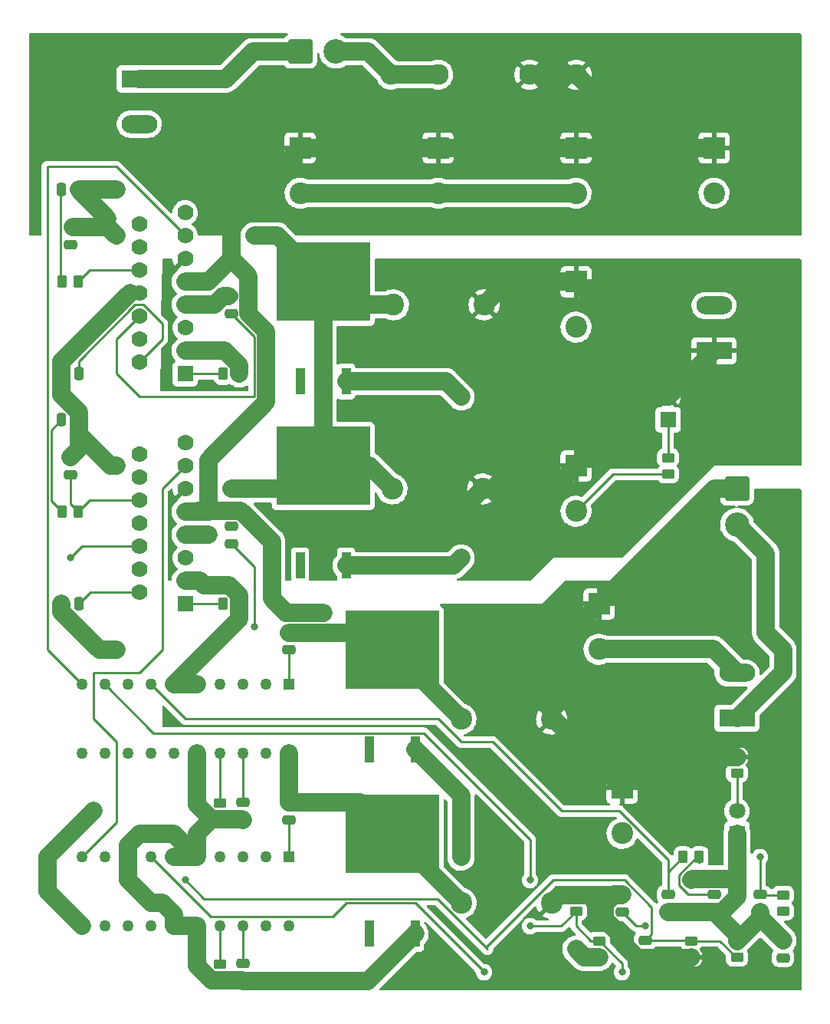
<source format=gbr>
%TF.GenerationSoftware,KiCad,Pcbnew,(6.0.1)*%
%TF.CreationDate,2022-02-20T14:47:32+01:00*%
%TF.ProjectId,PSU,5053552e-6b69-4636-9164-5f7063625858,rev?*%
%TF.SameCoordinates,Original*%
%TF.FileFunction,Copper,L1,Top*%
%TF.FilePolarity,Positive*%
%FSLAX46Y46*%
G04 Gerber Fmt 4.6, Leading zero omitted, Abs format (unit mm)*
G04 Created by KiCad (PCBNEW (6.0.1)) date 2022-02-20 14:47:32*
%MOMM*%
%LPD*%
G01*
G04 APERTURE LIST*
G04 Aperture macros list*
%AMRoundRect*
0 Rectangle with rounded corners*
0 $1 Rounding radius*
0 $2 $3 $4 $5 $6 $7 $8 $9 X,Y pos of 4 corners*
0 Add a 4 corners polygon primitive as box body*
4,1,4,$2,$3,$4,$5,$6,$7,$8,$9,$2,$3,0*
0 Add four circle primitives for the rounded corners*
1,1,$1+$1,$2,$3*
1,1,$1+$1,$4,$5*
1,1,$1+$1,$6,$7*
1,1,$1+$1,$8,$9*
0 Add four rect primitives between the rounded corners*
20,1,$1+$1,$2,$3,$4,$5,0*
20,1,$1+$1,$4,$5,$6,$7,0*
20,1,$1+$1,$6,$7,$8,$9,0*
20,1,$1+$1,$8,$9,$2,$3,0*%
G04 Aperture macros list end*
%TA.AperFunction,ComponentPad*%
%ADD10RoundRect,0.250001X-1.099999X-1.099999X1.099999X-1.099999X1.099999X1.099999X-1.099999X1.099999X0*%
%TD*%
%TA.AperFunction,ComponentPad*%
%ADD11C,2.700000*%
%TD*%
%TA.AperFunction,SMDPad,CuDef*%
%ADD12RoundRect,0.250000X0.475000X-0.250000X0.475000X0.250000X-0.475000X0.250000X-0.475000X-0.250000X0*%
%TD*%
%TA.AperFunction,SMDPad,CuDef*%
%ADD13RoundRect,0.250000X-0.475000X0.250000X-0.475000X-0.250000X0.475000X-0.250000X0.475000X0.250000X0*%
%TD*%
%TA.AperFunction,SMDPad,CuDef*%
%ADD14RoundRect,0.250000X0.450000X-0.262500X0.450000X0.262500X-0.450000X0.262500X-0.450000X-0.262500X0*%
%TD*%
%TA.AperFunction,ComponentPad*%
%ADD15R,2.400000X2.400000*%
%TD*%
%TA.AperFunction,ComponentPad*%
%ADD16C,2.400000*%
%TD*%
%TA.AperFunction,ComponentPad*%
%ADD17R,3.960000X1.980000*%
%TD*%
%TA.AperFunction,ComponentPad*%
%ADD18O,3.960000X1.980000*%
%TD*%
%TA.AperFunction,SMDPad,CuDef*%
%ADD19R,0.990600X2.997200*%
%TD*%
%TA.AperFunction,SMDPad,CuDef*%
%ADD20R,10.337800X8.712200*%
%TD*%
%TA.AperFunction,SMDPad,CuDef*%
%ADD21RoundRect,0.250000X-0.250000X-0.475000X0.250000X-0.475000X0.250000X0.475000X-0.250000X0.475000X0*%
%TD*%
%TA.AperFunction,ComponentPad*%
%ADD22R,1.270000X1.270000*%
%TD*%
%TA.AperFunction,ComponentPad*%
%ADD23C,1.270000*%
%TD*%
%TA.AperFunction,SMDPad,CuDef*%
%ADD24RoundRect,0.250000X0.262500X0.450000X-0.262500X0.450000X-0.262500X-0.450000X0.262500X-0.450000X0*%
%TD*%
%TA.AperFunction,SMDPad,CuDef*%
%ADD25RoundRect,0.250000X-0.450000X0.262500X-0.450000X-0.262500X0.450000X-0.262500X0.450000X0.262500X0*%
%TD*%
%TA.AperFunction,ComponentPad*%
%ADD26R,1.778000X1.778000*%
%TD*%
%TA.AperFunction,ComponentPad*%
%ADD27C,1.778000*%
%TD*%
%TA.AperFunction,ComponentPad*%
%ADD28RoundRect,0.250001X-1.099999X1.099999X-1.099999X-1.099999X1.099999X-1.099999X1.099999X1.099999X0*%
%TD*%
%TA.AperFunction,ComponentPad*%
%ADD29C,2.300000*%
%TD*%
%TA.AperFunction,ComponentPad*%
%ADD30R,1.800000X1.800000*%
%TD*%
%TA.AperFunction,ComponentPad*%
%ADD31C,1.800000*%
%TD*%
%TA.AperFunction,SMDPad,CuDef*%
%ADD32RoundRect,0.250000X-0.262500X-0.450000X0.262500X-0.450000X0.262500X0.450000X-0.262500X0.450000X0*%
%TD*%
%TA.AperFunction,ViaPad*%
%ADD33C,0.800000*%
%TD*%
%TA.AperFunction,Conductor*%
%ADD34C,2.000000*%
%TD*%
%TA.AperFunction,Conductor*%
%ADD35C,0.250000*%
%TD*%
G04 APERTURE END LIST*
D10*
%TO.P,SW1,1,A*%
%TO.N,/VBATPRESWITCH*%
X43180000Y-20320000D03*
D11*
%TO.P,SW1,2,B*%
%TO.N,/VBATPOSTSWITCH*%
X47140000Y-20320000D03*
%TD*%
D12*
%TO.P,C5,1*%
%TO.N,Net-(C5-Pad1)*%
X41910000Y-86360000D03*
%TO.P,C5,2*%
%TO.N,/12VOUTPREIND*%
X41910000Y-84460000D03*
%TD*%
D13*
%TO.P,C15,1*%
%TO.N,Net-(C15-Pad1)*%
X93980000Y-113350000D03*
%TO.P,C15,2*%
%TO.N,GND*%
X93980000Y-115250000D03*
%TD*%
D14*
%TO.P,R11,1*%
%TO.N,GND*%
X34290000Y-122832500D03*
%TO.P,R11,2*%
%TO.N,Net-(CR2-Pad17)*%
X34290000Y-121007500D03*
%TD*%
D15*
%TO.P,C3,1*%
%TO.N,+12V*%
X76200000Y-81280000D03*
D16*
%TO.P,C3,2*%
%TO.N,GND*%
X76200000Y-86280000D03*
%TD*%
D17*
%TO.P,J1,1,Pin_1*%
%TO.N,/VBATPRESWITCH*%
X25400000Y-23320000D03*
D18*
%TO.P,J1,2,Pin_2*%
%TO.N,GND*%
X25400000Y-28320000D03*
%TD*%
D16*
%TO.P,L4,1,1*%
%TO.N,/5VOUTPREIND*%
X53340000Y-68580000D03*
%TO.P,L4,2,2*%
%TO.N,+5V*%
X63340000Y-68580000D03*
%TD*%
D13*
%TO.P,C25,1*%
%TO.N,Net-(C25-Pad1)*%
X36830000Y-120970000D03*
%TO.P,C25,2*%
%TO.N,GND*%
X36830000Y-122870000D03*
%TD*%
D15*
%TO.P,C23,1*%
%TO.N,+24V*%
X88900000Y-30940000D03*
D16*
%TO.P,C23,2*%
%TO.N,GND*%
X88900000Y-35940000D03*
%TD*%
D14*
%TO.P,R5,1*%
%TO.N,GND*%
X34290000Y-105052500D03*
%TO.P,R5,2*%
%TO.N,Net-(CR1-Pad17)*%
X34290000Y-103227500D03*
%TD*%
D19*
%TO.P,U4,1,NC*%
%TO.N,unconnected-(U4-Pad1)*%
X50800000Y-117690900D03*
%TO.P,U4,2,A*%
%TO.N,GND*%
X55880000Y-117690900D03*
D20*
%TO.P,U4,3,K*%
%TO.N,/12VOUTPREIND*%
X53340000Y-106680000D03*
%TD*%
D13*
%TO.P,C12,1*%
%TO.N,Net-(C12-Pad1)*%
X36830000Y-103190000D03*
%TO.P,C12,2*%
%TO.N,GND*%
X36830000Y-105090000D03*
%TD*%
D21*
%TO.P,C24,1*%
%TO.N,Net-(C24-Pad1)*%
X16830000Y-60960000D03*
%TO.P,C24,2*%
%TO.N,GND*%
X18730000Y-60960000D03*
%TD*%
D22*
%TO.P,CR2,1,BOOTSTRAP*%
%TO.N,Net-(C18-Pad1)*%
X41910000Y-109220000D03*
D23*
%TO.P,CR2,2,RESETDELAY*%
%TO.N,unconnected-(CR2-Pad2)*%
X39370000Y-109220000D03*
%TO.P,CR2,3,RESETOUT*%
%TO.N,unconnected-(CR2-Pad3)*%
X36830000Y-109220000D03*
%TO.P,CR2,4,PFAILINPUT*%
%TO.N,unconnected-(CR2-Pad4)*%
X34290000Y-109220000D03*
%TO.P,CR2,5,GND*%
%TO.N,GND*%
X31750000Y-109220000D03*
%TO.P,CR2,6,GND*%
X29210000Y-109220000D03*
%TO.P,CR2,7,FREQCOMP*%
%TO.N,Net-(C15-Pad1)*%
X26670000Y-109220000D03*
%TO.P,CR2,8,SOFTSTART*%
%TO.N,GND*%
X24130000Y-109220000D03*
%TO.P,CR2,9,FEEDBACKIN*%
%TO.N,Net-(C14-Pad2)*%
X21590000Y-109220000D03*
%TO.P,CR2,10,SYNCINPUT*%
%TO.N,Net-(CR2-Pad10)*%
X19050000Y-109220000D03*
%TO.P,CR2,11,VI*%
%TO.N,+24V*%
X19050000Y-116840000D03*
%TO.P,CR2,12,NC*%
%TO.N,unconnected-(CR2-Pad12)*%
X21590000Y-116840000D03*
%TO.P,CR2,13,VREF*%
%TO.N,unconnected-(CR2-Pad13)*%
X24130000Y-116840000D03*
%TO.P,CR2,14,VSTART*%
%TO.N,unconnected-(CR2-Pad14)*%
X26670000Y-116840000D03*
%TO.P,CR2,15,GND*%
%TO.N,GND*%
X29210000Y-116840000D03*
%TO.P,CR2,16,GND*%
X31750000Y-116840000D03*
%TO.P,CR2,17,ROSC*%
%TO.N,Net-(CR2-Pad17)*%
X34290000Y-116840000D03*
%TO.P,CR2,18,COSC*%
%TO.N,Net-(C25-Pad1)*%
X36830000Y-116840000D03*
%TO.P,CR2,19,NC*%
%TO.N,unconnected-(CR2-Pad19)*%
X39370000Y-116840000D03*
%TO.P,CR2,20,OUTPUT*%
%TO.N,/12VOUTPREIND*%
X41910000Y-116840000D03*
%TD*%
D14*
%TO.P,R1,1*%
%TO.N,Net-(C1-Pad2)*%
X73660000Y-115212500D03*
%TO.P,R1,2*%
%TO.N,+12V*%
X73660000Y-113387500D03*
%TD*%
D12*
%TO.P,C17,1*%
%TO.N,Net-(C17-Pad1)*%
X96520000Y-120330000D03*
%TO.P,C17,2*%
%TO.N,GND*%
X96520000Y-118430000D03*
%TD*%
D19*
%TO.P,U5,1,NC*%
%TO.N,unconnected-(U5-Pad1)*%
X43180000Y-77050900D03*
%TO.P,U5,2,A*%
%TO.N,GND*%
X48260000Y-77050900D03*
D20*
%TO.P,U5,3,K*%
%TO.N,/5VOUTPREIND*%
X45720000Y-66040000D03*
%TD*%
D15*
%TO.P,C10,1*%
%TO.N,+24V*%
X58420000Y-30940000D03*
D16*
%TO.P,C10,2*%
%TO.N,GND*%
X58420000Y-35940000D03*
%TD*%
D21*
%TO.P,C11,1*%
%TO.N,Net-(C11-Pad1)*%
X16830000Y-35560000D03*
%TO.P,C11,2*%
%TO.N,GND*%
X18730000Y-35560000D03*
%TD*%
D17*
%TO.P,J5,1,Pin_1*%
%TO.N,+5V*%
X88900000Y-53340000D03*
D18*
%TO.P,J5,2,Pin_2*%
%TO.N,GND*%
X88900000Y-48340000D03*
%TD*%
D13*
%TO.P,C7,1*%
%TO.N,/5VOUTPREIND*%
X35560000Y-47310000D03*
%TO.P,C7,2*%
%TO.N,Net-(C7-Pad2)*%
X35560000Y-49210000D03*
%TD*%
D22*
%TO.P,CR1,1,BOOTSTRAP*%
%TO.N,Net-(C5-Pad1)*%
X41910000Y-90170000D03*
D23*
%TO.P,CR1,2,RESETDELAY*%
%TO.N,unconnected-(CR1-Pad2)*%
X39370000Y-90170000D03*
%TO.P,CR1,3,RESETOUT*%
%TO.N,unconnected-(CR1-Pad3)*%
X36830000Y-90170000D03*
%TO.P,CR1,4,PFAILINPUT*%
%TO.N,unconnected-(CR1-Pad4)*%
X34290000Y-90170000D03*
%TO.P,CR1,5,GND*%
%TO.N,GND*%
X31750000Y-90170000D03*
%TO.P,CR1,6,GND*%
X29210000Y-90170000D03*
%TO.P,CR1,7,FREQCOMP*%
%TO.N,Net-(C2-Pad1)*%
X26670000Y-90170000D03*
%TO.P,CR1,8,SOFTSTART*%
%TO.N,GND*%
X24130000Y-90170000D03*
%TO.P,CR1,9,FEEDBACKIN*%
%TO.N,Net-(C1-Pad2)*%
X21590000Y-90170000D03*
%TO.P,CR1,10,SYNCINPUT*%
%TO.N,Net-(CR1-Pad10)*%
X19050000Y-90170000D03*
%TO.P,CR1,11,VI*%
%TO.N,+24V*%
X19050000Y-97790000D03*
%TO.P,CR1,12,NC*%
%TO.N,unconnected-(CR1-Pad12)*%
X21590000Y-97790000D03*
%TO.P,CR1,13,VREF*%
%TO.N,unconnected-(CR1-Pad13)*%
X24130000Y-97790000D03*
%TO.P,CR1,14,VSTART*%
%TO.N,unconnected-(CR1-Pad14)*%
X26670000Y-97790000D03*
%TO.P,CR1,15,GND*%
%TO.N,GND*%
X29210000Y-97790000D03*
%TO.P,CR1,16,GND*%
X31750000Y-97790000D03*
%TO.P,CR1,17,ROSC*%
%TO.N,Net-(CR1-Pad17)*%
X34290000Y-97790000D03*
%TO.P,CR1,18,COSC*%
%TO.N,Net-(C12-Pad1)*%
X36830000Y-97790000D03*
%TO.P,CR1,19,NC*%
%TO.N,unconnected-(CR1-Pad19)*%
X39370000Y-97790000D03*
%TO.P,CR1,20,OUTPUT*%
%TO.N,/12VOUTPREIND*%
X41910000Y-97790000D03*
%TD*%
D13*
%TO.P,C20,1*%
%TO.N,/5VOUTPREIND*%
X35560000Y-72710000D03*
%TO.P,C20,2*%
%TO.N,Net-(C20-Pad2)*%
X35560000Y-74610000D03*
%TD*%
D24*
%TO.P,R6,1*%
%TO.N,Net-(C13-Pad1)*%
X18692500Y-45720000D03*
%TO.P,R6,2*%
%TO.N,Net-(C11-Pad1)*%
X16867500Y-45720000D03*
%TD*%
D15*
%TO.P,C16,1*%
%TO.N,+12V*%
X78740000Y-101600000D03*
D16*
%TO.P,C16,2*%
%TO.N,GND*%
X78740000Y-106600000D03*
%TD*%
D25*
%TO.P,R8,1*%
%TO.N,GND*%
X91440000Y-118467500D03*
%TO.P,R8,2*%
%TO.N,Net-(C14-Pad2)*%
X91440000Y-120292500D03*
%TD*%
D26*
%TO.P,U6,1,R_OSC*%
%TO.N,Net-(R10-Pad2)*%
X30480000Y-81280000D03*
D27*
%TO.P,U6,2,C_OSC*%
%TO.N,Net-(C19-Pad2)*%
X25400000Y-80010000D03*
%TO.P,U6,3,RST*%
%TO.N,GND*%
X30480000Y-78740000D03*
%TO.P,U6,4,RST_OUT*%
%TO.N,unconnected-(U6-Pad4)*%
X25400000Y-77470000D03*
%TO.P,U6,5,RST_DLY*%
%TO.N,unconnected-(U6-Pad5)*%
X30480000Y-76200000D03*
%TO.P,U6,6,BOOT*%
%TO.N,Net-(C20-Pad2)*%
X25400000Y-74930000D03*
%TO.P,U6,7,OUT*%
%TO.N,/5VOUTPREIND*%
X30480000Y-73660000D03*
%TO.P,U6,8,GND*%
%TO.N,GND*%
X25400000Y-72390000D03*
%TO.P,U6,9,VI*%
%TO.N,+24V*%
X30480000Y-71120000D03*
%TO.P,U6,10,FCOMP*%
%TO.N,Net-(C26-Pad1)*%
X25400000Y-69850000D03*
%TO.P,U6,11,FB*%
%TO.N,+5V*%
X30480000Y-68580000D03*
%TO.P,U6,12,SS*%
%TO.N,unconnected-(U6-Pad12)*%
X25400000Y-67310000D03*
%TO.P,U6,13,SYNC*%
%TO.N,Net-(CR2-Pad10)*%
X30480000Y-66040000D03*
%TO.P,U6,14,VREF*%
%TO.N,unconnected-(U6-Pad14)*%
X25400000Y-64770000D03*
%TO.P,U6,15,VSTART*%
%TO.N,unconnected-(U6-Pad15)*%
X30480000Y-63500000D03*
%TD*%
D24*
%TO.P,R12,1*%
%TO.N,Net-(C26-Pad1)*%
X18692500Y-71120000D03*
%TO.P,R12,2*%
%TO.N,Net-(C24-Pad1)*%
X16867500Y-71120000D03*
%TD*%
D15*
%TO.P,C9,1*%
%TO.N,+24V*%
X43180000Y-30940000D03*
D16*
%TO.P,C9,2*%
%TO.N,GND*%
X43180000Y-35940000D03*
%TD*%
D12*
%TO.P,C14,1*%
%TO.N,+12V*%
X81280000Y-120330000D03*
%TO.P,C14,2*%
%TO.N,Net-(C14-Pad2)*%
X81280000Y-118430000D03*
%TD*%
D25*
%TO.P,R9,1*%
%TO.N,Net-(C15-Pad1)*%
X96520000Y-113387500D03*
%TO.P,R9,2*%
%TO.N,Net-(C17-Pad1)*%
X96520000Y-115212500D03*
%TD*%
D12*
%TO.P,C26,1*%
%TO.N,Net-(C26-Pad1)*%
X17780000Y-66990000D03*
%TO.P,C26,2*%
%TO.N,GND*%
X17780000Y-65090000D03*
%TD*%
D28*
%TO.P,EMER_STOP1,1,Pin_1*%
%TO.N,+12V*%
X91440000Y-68580000D03*
D11*
%TO.P,EMER_STOP1,2,Pin_2*%
%TO.N,/12VOUTPOSTEMER*%
X91440000Y-72540000D03*
%TD*%
D13*
%TO.P,C4,1*%
%TO.N,Net-(C4-Pad1)*%
X88900000Y-113350000D03*
%TO.P,C4,2*%
%TO.N,GND*%
X88900000Y-115250000D03*
%TD*%
D14*
%TO.P,R14,1*%
%TO.N,GND*%
X83820000Y-66952500D03*
%TO.P,R14,2*%
%TO.N,Net-(D2-Pad1)*%
X83820000Y-65127500D03*
%TD*%
D29*
%TO.P,F1,1*%
%TO.N,/VBATPOSTSWITCH*%
X53220000Y-22860000D03*
X58420000Y-22860000D03*
%TO.P,F1,2*%
%TO.N,+24V*%
X73720000Y-22860000D03*
X68520000Y-22860000D03*
%TD*%
D26*
%TO.P,U3,1,R_OSC*%
%TO.N,Net-(R4-Pad2)*%
X30480000Y-55880000D03*
D27*
%TO.P,U3,2,C_OSC*%
%TO.N,Net-(C6-Pad2)*%
X25400000Y-54610000D03*
%TO.P,U3,3,RST*%
%TO.N,GND*%
X30480000Y-53340000D03*
%TO.P,U3,4,RST_OUT*%
%TO.N,unconnected-(U3-Pad4)*%
X25400000Y-52070000D03*
%TO.P,U3,5,RST_DLY*%
%TO.N,unconnected-(U3-Pad5)*%
X30480000Y-50800000D03*
%TO.P,U3,6,BOOT*%
%TO.N,Net-(C7-Pad2)*%
X25400000Y-49530000D03*
%TO.P,U3,7,OUT*%
%TO.N,/5VOUTPREIND*%
X30480000Y-48260000D03*
%TO.P,U3,8,GND*%
%TO.N,GND*%
X25400000Y-46990000D03*
%TO.P,U3,9,VI*%
%TO.N,+24V*%
X30480000Y-45720000D03*
%TO.P,U3,10,FCOMP*%
%TO.N,Net-(C13-Pad1)*%
X25400000Y-44450000D03*
%TO.P,U3,11,FB*%
%TO.N,+5V*%
X30480000Y-43180000D03*
%TO.P,U3,12,SS*%
%TO.N,unconnected-(U3-Pad12)*%
X25400000Y-41910000D03*
%TO.P,U3,13,SYNC*%
%TO.N,Net-(CR1-Pad10)*%
X30480000Y-40640000D03*
%TO.P,U3,14,VREF*%
%TO.N,unconnected-(U3-Pad14)*%
X25400000Y-39370000D03*
%TO.P,U3,15,VSTART*%
%TO.N,unconnected-(U3-Pad15)*%
X30480000Y-38100000D03*
%TD*%
D15*
%TO.P,C8,1*%
%TO.N,+5V*%
X73660000Y-45720000D03*
D16*
%TO.P,C8,2*%
%TO.N,GND*%
X73660000Y-50720000D03*
%TD*%
D17*
%TO.P,J3,1,Pin_1*%
%TO.N,/12VOUTPOSTEMER*%
X91440000Y-93900000D03*
D18*
%TO.P,J3,2,Pin_2*%
%TO.N,GND*%
X91440000Y-88900000D03*
%TD*%
D21*
%TO.P,C19,1*%
%TO.N,GND*%
X16830000Y-81280000D03*
%TO.P,C19,2*%
%TO.N,Net-(C19-Pad2)*%
X18730000Y-81280000D03*
%TD*%
D30*
%TO.P,D2,1,K*%
%TO.N,Net-(D2-Pad1)*%
X83820000Y-60960000D03*
D31*
%TO.P,D2,2,A*%
%TO.N,+5V*%
X83820000Y-58420000D03*
%TD*%
D19*
%TO.P,U2,1,NC*%
%TO.N,unconnected-(U2-Pad1)*%
X43180000Y-56730900D03*
%TO.P,U2,2,A*%
%TO.N,GND*%
X48260000Y-56730900D03*
D20*
%TO.P,U2,3,K*%
%TO.N,/5VOUTPREIND*%
X45720000Y-45720000D03*
%TD*%
D24*
%TO.P,R10,1*%
%TO.N,GND*%
X36472500Y-81280000D03*
%TO.P,R10,2*%
%TO.N,Net-(R10-Pad2)*%
X34647500Y-81280000D03*
%TD*%
D15*
%TO.P,C22,1*%
%TO.N,+24V*%
X73660000Y-30940000D03*
D16*
%TO.P,C22,2*%
%TO.N,GND*%
X73660000Y-35940000D03*
%TD*%
D14*
%TO.P,R13,1*%
%TO.N,Net-(D1-Pad2)*%
X91440000Y-99972500D03*
%TO.P,R13,2*%
%TO.N,+12V*%
X91440000Y-98147500D03*
%TD*%
D21*
%TO.P,C6,1*%
%TO.N,GND*%
X16830000Y-55880000D03*
%TO.P,C6,2*%
%TO.N,Net-(C6-Pad2)*%
X18730000Y-55880000D03*
%TD*%
D13*
%TO.P,C2,1*%
%TO.N,Net-(C2-Pad1)*%
X83820000Y-113350000D03*
%TO.P,C2,2*%
%TO.N,GND*%
X83820000Y-115250000D03*
%TD*%
D12*
%TO.P,C13,1*%
%TO.N,Net-(C13-Pad1)*%
X17780000Y-41590000D03*
%TO.P,C13,2*%
%TO.N,GND*%
X17780000Y-39690000D03*
%TD*%
D15*
%TO.P,C21,1*%
%TO.N,+5V*%
X73660000Y-66040000D03*
D16*
%TO.P,C21,2*%
%TO.N,GND*%
X73660000Y-71040000D03*
%TD*%
D19*
%TO.P,U1,1,NC*%
%TO.N,unconnected-(U1-Pad1)*%
X50800000Y-97370900D03*
%TO.P,U1,2,A*%
%TO.N,GND*%
X55880000Y-97370900D03*
D20*
%TO.P,U1,3,K*%
%TO.N,/12VOUTPREIND*%
X53340000Y-86360000D03*
%TD*%
D16*
%TO.P,L2,1,1*%
%TO.N,/5VOUTPREIND*%
X53500000Y-48260000D03*
%TO.P,L2,2,2*%
%TO.N,+5V*%
X63500000Y-48260000D03*
%TD*%
D14*
%TO.P,R2,1*%
%TO.N,GND*%
X76200000Y-120292500D03*
%TO.P,R2,2*%
%TO.N,Net-(C1-Pad2)*%
X76200000Y-118467500D03*
%TD*%
D32*
%TO.P,R3,1*%
%TO.N,Net-(C2-Pad1)*%
X85447500Y-109220000D03*
%TO.P,R3,2*%
%TO.N,Net-(C4-Pad1)*%
X87272500Y-109220000D03*
%TD*%
D16*
%TO.P,L3,1,1*%
%TO.N,+12V*%
X70960000Y-114300000D03*
%TO.P,L3,2,2*%
%TO.N,/12VOUTPREIND*%
X60960000Y-114300000D03*
%TD*%
D30*
%TO.P,D1,1,K*%
%TO.N,GND*%
X91440000Y-106680000D03*
D31*
%TO.P,D1,2,A*%
%TO.N,Net-(D1-Pad2)*%
X91440000Y-104140000D03*
%TD*%
D16*
%TO.P,L1,1,1*%
%TO.N,+12V*%
X70960000Y-93980000D03*
%TO.P,L1,2,2*%
%TO.N,/12VOUTPREIND*%
X60960000Y-93980000D03*
%TD*%
D12*
%TO.P,C18,1*%
%TO.N,Net-(C18-Pad1)*%
X41910000Y-105090000D03*
%TO.P,C18,2*%
%TO.N,/12VOUTPREIND*%
X41910000Y-103190000D03*
%TD*%
D24*
%TO.P,R4,1*%
%TO.N,GND*%
X36472500Y-55880000D03*
%TO.P,R4,2*%
%TO.N,Net-(R4-Pad2)*%
X34647500Y-55880000D03*
%TD*%
D25*
%TO.P,R7,1*%
%TO.N,Net-(C14-Pad2)*%
X86360000Y-118467500D03*
%TO.P,R7,2*%
%TO.N,+12V*%
X86360000Y-120292500D03*
%TD*%
D13*
%TO.P,C1,1*%
%TO.N,+12V*%
X78740000Y-113350000D03*
%TO.P,C1,2*%
%TO.N,Net-(C1-Pad2)*%
X78740000Y-115250000D03*
%TD*%
D33*
%TO.N,GND*%
X22860000Y-35560000D03*
X60960000Y-58420000D03*
X22860000Y-66040000D03*
X73660000Y-119380000D03*
X86360000Y-111760000D03*
X34869930Y-53340000D03*
X60960000Y-109220000D03*
X22860000Y-40640000D03*
X44770000Y-122870000D03*
X22860000Y-86360000D03*
X60960000Y-76200000D03*
%TO.N,/5VOUTPREIND*%
X35560000Y-68580000D03*
X33020000Y-73660000D03*
X38100000Y-40640000D03*
%TO.N,+12V*%
X73660000Y-109220000D03*
%TO.N,Net-(C1-Pad2)*%
X78740000Y-121920000D03*
X81280000Y-116840000D03*
X68580000Y-111760000D03*
X68580000Y-116840000D03*
%TO.N,Net-(C14-Pad2)*%
X30480000Y-111760000D03*
%TO.N,Net-(C15-Pad1)*%
X93980000Y-109220000D03*
X63500000Y-121920000D03*
%TO.N,Net-(C20-Pad2)*%
X17780000Y-76200000D03*
X38100000Y-83820000D03*
%TO.N,+5V*%
X55880000Y-73660000D03*
%TO.N,+24V*%
X45720000Y-82260480D03*
X20320000Y-104140000D03*
%TD*%
D34*
%TO.N,+24V*%
X80820000Y-29960000D02*
X80820000Y-30940000D01*
X80820000Y-30940000D02*
X88900000Y-30940000D01*
X43180000Y-30940000D02*
X80820000Y-30940000D01*
X73720000Y-22860000D02*
X80820000Y-29960000D01*
X68520000Y-22860000D02*
X73720000Y-22860000D01*
%TO.N,/VBATPOSTSWITCH*%
X53220000Y-22860000D02*
X58420000Y-22860000D01*
X50680000Y-20320000D02*
X53220000Y-22860000D01*
X47140000Y-20320000D02*
X50680000Y-20320000D01*
%TO.N,/VBATPRESWITCH*%
X37980000Y-20320000D02*
X34980000Y-23320000D01*
X43180000Y-20320000D02*
X37980000Y-20320000D01*
D35*
%TO.N,Net-(C2-Pad1)*%
X30480000Y-93980000D02*
X58420000Y-93980000D01*
X83820000Y-110847500D02*
X83820000Y-113350000D01*
X85447500Y-109220000D02*
X83820000Y-110847500D01*
X26670000Y-90170000D02*
X30480000Y-93980000D01*
X83820000Y-109524015D02*
X78435985Y-104140000D01*
X60960000Y-96520000D02*
X64450000Y-96520000D01*
X72070000Y-104140000D02*
X64450000Y-96520000D01*
X78435985Y-104140000D02*
X72070000Y-104140000D01*
X58420000Y-93980000D02*
X60960000Y-96520000D01*
X83820000Y-110847500D02*
X83820000Y-109524015D01*
D34*
%TO.N,GND*%
X76200000Y-86280000D02*
X88820000Y-86280000D01*
X33352570Y-105052500D02*
X34290000Y-105052500D01*
X22860000Y-40640000D02*
X21910000Y-39690000D01*
X18730000Y-62550000D02*
X18730000Y-60960000D01*
X93980000Y-115250000D02*
X93980000Y-115927500D01*
X17780000Y-65090000D02*
X18730000Y-64140000D01*
X35321419Y-79191489D02*
X32568511Y-79191489D01*
X29210000Y-109220000D02*
X31750000Y-109220000D01*
X34290000Y-122832500D02*
X33352570Y-122832500D01*
X29210000Y-116840000D02*
X31750000Y-116840000D01*
X48260000Y-56730900D02*
X59270900Y-56730900D01*
X18730000Y-35560000D02*
X21910000Y-38740000D01*
X50700900Y-122870000D02*
X55880000Y-117690900D01*
X22220000Y-66040000D02*
X22860000Y-66040000D01*
D35*
X77747500Y-66952500D02*
X73660000Y-71040000D01*
D34*
X29210000Y-106680000D02*
X31115000Y-108585000D01*
X93980000Y-115250000D02*
X93980000Y-115890000D01*
X36472500Y-80342570D02*
X35321419Y-79191489D01*
X59270900Y-56730900D02*
X60960000Y-58420000D01*
X18730000Y-62550000D02*
X22220000Y-66040000D01*
X36472500Y-81280000D02*
X36472500Y-80342570D01*
X21910000Y-39690000D02*
X18055000Y-39690000D01*
X24130000Y-109220000D02*
X24130000Y-107950000D01*
X18730000Y-64140000D02*
X18730000Y-62550000D01*
X31115000Y-108585000D02*
X30480000Y-109220000D01*
X16830000Y-54510681D02*
X24405201Y-46935480D01*
X36472500Y-54942570D02*
X34869930Y-53340000D01*
X91440000Y-117790000D02*
X88900000Y-115250000D01*
X18730000Y-35560000D02*
X22860000Y-35560000D01*
X29210000Y-115570000D02*
X29210000Y-116840000D01*
D35*
X83820000Y-66952500D02*
X77747500Y-66952500D01*
D34*
X74572500Y-120292500D02*
X73660000Y-119380000D01*
D35*
X21910000Y-38740000D02*
X21910000Y-39690000D01*
D34*
X48260000Y-77050900D02*
X60109100Y-77050900D01*
X33352570Y-122832500D02*
X36792500Y-122832500D01*
X16830000Y-55880000D02*
X16830000Y-54510681D01*
X43180000Y-35940000D02*
X58420000Y-35940000D01*
X60109100Y-77050900D02*
X60960000Y-76200000D01*
X36472500Y-55880000D02*
X36472500Y-54942570D01*
X31115000Y-108585000D02*
X31750000Y-109220000D01*
X24130000Y-111705609D02*
X26724391Y-114300000D01*
X27940000Y-114300000D02*
X29210000Y-115570000D01*
X25400000Y-106680000D02*
X29210000Y-106680000D01*
X58420000Y-35940000D02*
X73660000Y-35940000D01*
X30480000Y-109220000D02*
X29210000Y-109220000D01*
X31750000Y-97790000D02*
X31750000Y-103449930D01*
X16830000Y-81280000D02*
X16830000Y-82154930D01*
X55880000Y-97370900D02*
X60960000Y-102450900D01*
X24130000Y-107950000D02*
X25400000Y-106680000D01*
X30480000Y-53340000D02*
X34869930Y-53340000D01*
X91440000Y-118467500D02*
X91440000Y-117790000D01*
X91330480Y-111650480D02*
X91440000Y-111760000D01*
X88820000Y-86280000D02*
X91440000Y-88900000D01*
X16830000Y-58185070D02*
X18730000Y-60085070D01*
X32568511Y-79191489D02*
X32117022Y-78740000D01*
X44770000Y-122870000D02*
X50700900Y-122870000D01*
X32117022Y-78740000D02*
X30480000Y-78740000D01*
X86360000Y-111760000D02*
X86469520Y-111650480D01*
X88900000Y-115250000D02*
X89774930Y-115250000D01*
X31750000Y-109220000D02*
X31750000Y-106655070D01*
X34290000Y-105052500D02*
X36792500Y-105052500D01*
X36830000Y-122870000D02*
X44770000Y-122870000D01*
X86469520Y-111650480D02*
X91330480Y-111650480D01*
X31750000Y-103449930D02*
X33352570Y-105052500D01*
X31750000Y-106655070D02*
X33352570Y-105052500D01*
X26724391Y-114300000D02*
X27940000Y-114300000D01*
X36792500Y-122832500D02*
X36830000Y-122870000D01*
X16830000Y-55880000D02*
X16830000Y-58185070D01*
X36472500Y-81280000D02*
X36472500Y-82907500D01*
X33352570Y-122832500D02*
X31750000Y-121229930D01*
X29210000Y-90170000D02*
X31750000Y-90170000D01*
X91440000Y-113584930D02*
X91440000Y-106680000D01*
X76200000Y-120292500D02*
X74572500Y-120292500D01*
X31750000Y-121229930D02*
X31750000Y-116840000D01*
X36792500Y-105052500D02*
X36830000Y-105090000D01*
X24130000Y-109220000D02*
X24130000Y-111705609D01*
X18730000Y-60085070D02*
X18730000Y-60960000D01*
X89774930Y-115250000D02*
X91440000Y-113584930D01*
X21035070Y-86360000D02*
X22860000Y-86360000D01*
X60960000Y-102450900D02*
X60960000Y-109220000D01*
X16830000Y-82154930D02*
X21035070Y-86360000D01*
X83820000Y-115250000D02*
X88900000Y-115250000D01*
X93980000Y-115927500D02*
X91440000Y-118467500D01*
X36472500Y-82907500D02*
X29210000Y-90170000D01*
X93980000Y-115890000D02*
X96520000Y-118430000D01*
D35*
%TO.N,Net-(C4-Pad1)*%
X88900000Y-113350000D02*
X86076846Y-113350000D01*
X86076846Y-113350000D02*
X85035480Y-112308634D01*
X85035480Y-111211366D02*
X87026846Y-109220000D01*
X87272500Y-109897500D02*
X87272500Y-109220000D01*
X85035480Y-112308634D02*
X85035480Y-111211366D01*
X87026846Y-109220000D02*
X87272500Y-109220000D01*
%TO.N,Net-(C5-Pad1)*%
X41910000Y-90170000D02*
X41910000Y-86360000D01*
D34*
%TO.N,/12VOUTPREIND*%
X41910000Y-97790000D02*
X41910000Y-103190000D01*
X41910000Y-103190000D02*
X49850000Y-103190000D01*
X53340000Y-86360000D02*
X60960000Y-93980000D01*
X60960000Y-114300000D02*
X53340000Y-106680000D01*
X41910000Y-84460000D02*
X51440000Y-84460000D01*
X49850000Y-103190000D02*
X53340000Y-106680000D01*
X51440000Y-84460000D02*
X53340000Y-86360000D01*
D35*
%TO.N,Net-(C6-Pad2)*%
X18730000Y-54483835D02*
X24953835Y-48260000D01*
X25846165Y-48260000D02*
X27940000Y-50353835D01*
X27940000Y-50353835D02*
X27940000Y-52070000D01*
X24953835Y-48260000D02*
X25846165Y-48260000D01*
X18730000Y-55880000D02*
X18730000Y-54483835D01*
X27940000Y-52070000D02*
X25400000Y-54610000D01*
D34*
%TO.N,/5VOUTPREIND*%
X40640000Y-40640000D02*
X45720000Y-45720000D01*
X50800000Y-66040000D02*
X53340000Y-68580000D01*
X33735070Y-48260000D02*
X34685070Y-47310000D01*
X48260000Y-48260000D02*
X45720000Y-45720000D01*
X45720000Y-66040000D02*
X45720000Y-45720000D01*
X30480000Y-48260000D02*
X33735070Y-48260000D01*
X30480000Y-73660000D02*
X33020000Y-73660000D01*
X45720000Y-66040000D02*
X50800000Y-66040000D01*
X38100000Y-40640000D02*
X40640000Y-40640000D01*
X34685070Y-47310000D02*
X35285000Y-47310000D01*
X53500000Y-48260000D02*
X48260000Y-48260000D01*
X43180000Y-68580000D02*
X45720000Y-66040000D01*
X35560000Y-68580000D02*
X43180000Y-68580000D01*
D35*
%TO.N,Net-(C7-Pad2)*%
X38100000Y-51750000D02*
X35560000Y-49210000D01*
X25400000Y-58420000D02*
X38100000Y-58420000D01*
X25400000Y-49530000D02*
X22860000Y-52070000D01*
X22860000Y-55880000D02*
X25400000Y-58420000D01*
X38100000Y-58420000D02*
X38100000Y-51750000D01*
X22860000Y-52070000D02*
X22860000Y-55880000D01*
D34*
%TO.N,+12V*%
X78740000Y-101600000D02*
X82192500Y-98147500D01*
X76200000Y-81280000D02*
X88900000Y-68580000D01*
X77865070Y-113350000D02*
X76815480Y-114399590D01*
X78740000Y-118664930D02*
X80405070Y-120330000D01*
X71120000Y-114300000D02*
X70960000Y-114300000D01*
X76815480Y-116100410D02*
X78740000Y-118024930D01*
X71872500Y-113387500D02*
X70960000Y-114300000D01*
X88900000Y-68580000D02*
X91440000Y-68580000D01*
X76815480Y-114399590D02*
X76815480Y-116100410D01*
D35*
X81242500Y-120330000D02*
X81255923Y-120316577D01*
D34*
X71120000Y-93980000D02*
X78740000Y-101600000D01*
X78740000Y-113350000D02*
X77865070Y-113350000D01*
X70960000Y-93980000D02*
X70960000Y-86520000D01*
X82192500Y-98147500D02*
X91440000Y-98147500D01*
X73660000Y-113387500D02*
X71872500Y-113387500D01*
X80405070Y-120330000D02*
X81280000Y-120330000D01*
X81280000Y-120330000D02*
X86322500Y-120330000D01*
X70960000Y-93980000D02*
X71120000Y-93980000D01*
X86322500Y-120330000D02*
X86360000Y-120292500D01*
X73660000Y-113387500D02*
X78702500Y-113387500D01*
X78702500Y-113387500D02*
X78740000Y-113350000D01*
X78740000Y-118024930D02*
X78740000Y-118664930D01*
X70960000Y-86520000D02*
X76200000Y-81280000D01*
D35*
%TO.N,Net-(C1-Pad2)*%
X73660000Y-115212500D02*
X73660000Y-116840000D01*
X76248154Y-118467500D02*
X78740000Y-120959346D01*
X21590000Y-90170000D02*
X26967789Y-95547789D01*
X73660000Y-116840000D02*
X75287500Y-118467500D01*
X75287500Y-118467500D02*
X76200000Y-118467500D01*
X68580000Y-107292493D02*
X68580000Y-111760000D01*
X76200000Y-118467500D02*
X76248154Y-118467500D01*
X26967789Y-95547789D02*
X56835296Y-95547789D01*
X81280000Y-116840000D02*
X80330000Y-116840000D01*
X56835296Y-95547789D02*
X68580000Y-107292493D01*
X72032500Y-116840000D02*
X73660000Y-115212500D01*
X68580000Y-116840000D02*
X72032500Y-116840000D01*
X78740000Y-120959346D02*
X78740000Y-121920000D01*
X80330000Y-116840000D02*
X78740000Y-115250000D01*
%TO.N,Net-(C11-Pad1)*%
X16730480Y-35659520D02*
X16730480Y-45582980D01*
X16730480Y-45582980D02*
X16867500Y-45720000D01*
X16830000Y-35560000D02*
X16730480Y-35659520D01*
%TO.N,Net-(C12-Pad1)*%
X36830000Y-103190000D02*
X36830000Y-97790000D01*
%TO.N,Net-(C13-Pad1)*%
X25400000Y-44450000D02*
X19962500Y-44450000D01*
X19962500Y-44450000D02*
X18692500Y-45720000D01*
%TO.N,Net-(CR1-Pad10)*%
X19050000Y-90170000D02*
X15240000Y-86360000D01*
X15240000Y-33020000D02*
X22860000Y-33020000D01*
X22860000Y-33020000D02*
X30480000Y-40640000D01*
X15240000Y-86360000D02*
X15240000Y-33020000D01*
%TO.N,Net-(CR1-Pad17)*%
X34290000Y-103227500D02*
X34290000Y-97790000D01*
%TO.N,Net-(R4-Pad2)*%
X30480000Y-55880000D02*
X34647500Y-55880000D01*
%TO.N,Net-(C14-Pad2)*%
X58354495Y-113850480D02*
X63692008Y-119187992D01*
X81280000Y-118430000D02*
X82004511Y-117705489D01*
X82004511Y-114741357D02*
X79023154Y-111760000D01*
X91391846Y-120292500D02*
X89566846Y-118467500D01*
X32483525Y-113850480D02*
X32570480Y-113850480D01*
X63692008Y-119187992D02*
X63884015Y-119380000D01*
X89566846Y-118467500D02*
X86360000Y-118467500D01*
X86360000Y-118467500D02*
X86322500Y-118430000D01*
X71120000Y-111760000D02*
X63692008Y-119187992D01*
X91440000Y-120292500D02*
X91391846Y-120292500D01*
X32570480Y-113850480D02*
X30480000Y-111760000D01*
X82004511Y-117705489D02*
X82004511Y-114741357D01*
X79023154Y-111760000D02*
X71120000Y-111760000D01*
X32570480Y-113850480D02*
X58354495Y-113850480D01*
X86322500Y-118430000D02*
X81280000Y-118430000D01*
%TO.N,Net-(C15-Pad1)*%
X93980000Y-113350000D02*
X94017500Y-113387500D01*
X55880000Y-114300000D02*
X63500000Y-121920000D01*
X33274511Y-115824511D02*
X46735489Y-115824511D01*
X93980000Y-109220000D02*
X93980000Y-113350000D01*
X94017500Y-113387500D02*
X96520000Y-113387500D01*
X26670000Y-109220000D02*
X33274511Y-115824511D01*
X46735489Y-115824511D02*
X48260000Y-114300000D01*
X48260000Y-114300000D02*
X55880000Y-114300000D01*
%TO.N,Net-(C18-Pad1)*%
X41910000Y-109220000D02*
X41910000Y-105090000D01*
%TO.N,Net-(C19-Pad2)*%
X20000000Y-80010000D02*
X18730000Y-81280000D01*
X25400000Y-80010000D02*
X20000000Y-80010000D01*
%TO.N,Net-(C20-Pad2)*%
X19050000Y-74930000D02*
X17780000Y-76200000D01*
X25400000Y-74930000D02*
X19050000Y-74930000D01*
X38100000Y-83820000D02*
X38100000Y-77150000D01*
X38100000Y-77150000D02*
X35560000Y-74610000D01*
%TO.N,Net-(C24-Pad1)*%
X16830000Y-60960000D02*
X15689520Y-62100480D01*
X15689520Y-69942020D02*
X16867500Y-71120000D01*
X15689520Y-62100480D02*
X15689520Y-69942020D01*
%TO.N,Net-(C25-Pad1)*%
X36830000Y-120970000D02*
X36830000Y-116840000D01*
%TO.N,Net-(C26-Pad1)*%
X17780000Y-70207500D02*
X18692500Y-71120000D01*
X17780000Y-66990000D02*
X17780000Y-70207500D01*
X19962500Y-69850000D02*
X18692500Y-71120000D01*
X25400000Y-69850000D02*
X19962500Y-69850000D01*
%TO.N,Net-(CR2-Pad10)*%
X22860000Y-96520000D02*
X22860000Y-105410000D01*
X27940000Y-86360000D02*
X25400000Y-88900000D01*
X20320000Y-88900000D02*
X20320000Y-93980000D01*
X27940000Y-68580000D02*
X27940000Y-86360000D01*
X25400000Y-88900000D02*
X20320000Y-88900000D01*
X22860000Y-105410000D02*
X19050000Y-109220000D01*
X30480000Y-66040000D02*
X27940000Y-68580000D01*
X20320000Y-93980000D02*
X22860000Y-96520000D01*
%TO.N,Net-(CR2-Pad17)*%
X34290000Y-121007500D02*
X34290000Y-116840000D01*
%TO.N,Net-(R10-Pad2)*%
X30480000Y-81280000D02*
X34647500Y-81280000D01*
D34*
%TO.N,+5V*%
X71120000Y-68580000D02*
X73660000Y-66040000D01*
X83820000Y-58420000D02*
X83820000Y-55880000D01*
X63340000Y-68580000D02*
X71120000Y-68580000D01*
X55880000Y-73660000D02*
X58260000Y-73660000D01*
X88900000Y-53340000D02*
X83820000Y-58420000D01*
X66040000Y-45720000D02*
X63500000Y-48260000D01*
X58260000Y-73660000D02*
X63340000Y-68580000D01*
X73660000Y-45720000D02*
X66040000Y-45720000D01*
X83820000Y-55880000D02*
X73660000Y-45720000D01*
X81280000Y-58420000D02*
X83820000Y-58420000D01*
X73660000Y-66040000D02*
X81280000Y-58420000D01*
%TO.N,+24V*%
X41620480Y-82260480D02*
X45720000Y-82260480D01*
X35560000Y-38560000D02*
X35560000Y-43180000D01*
X43180000Y-30940000D02*
X35560000Y-38560000D01*
X37484520Y-45104520D02*
X37484520Y-49261366D01*
X31737235Y-71120000D02*
X31846755Y-71010480D01*
X40039705Y-74414775D02*
X40039705Y-80679705D01*
X15240000Y-111760000D02*
X15240000Y-109220000D01*
X30480000Y-71120000D02*
X31737235Y-71120000D01*
X36635410Y-71010480D02*
X40039705Y-74414775D01*
X31846755Y-71010480D02*
X36635410Y-71010480D01*
X35560000Y-43180000D02*
X37484520Y-45104520D01*
X33020000Y-65373154D02*
X33020000Y-71120000D01*
X15240000Y-113030000D02*
X15240000Y-111760000D01*
X35560000Y-43180000D02*
X33020000Y-45720000D01*
X37484520Y-49261366D02*
X39424520Y-51201366D01*
X33020000Y-71120000D02*
X30480000Y-71120000D01*
X33020000Y-45720000D02*
X30480000Y-45720000D01*
X40039705Y-80679705D02*
X41620480Y-82260480D01*
X19050000Y-116840000D02*
X15240000Y-113030000D01*
X39424520Y-58968634D02*
X33020000Y-65373154D01*
X15240000Y-109220000D02*
X20320000Y-104140000D01*
X39424520Y-51201366D02*
X39424520Y-58968634D01*
D35*
%TO.N,Net-(D1-Pad2)*%
X91440000Y-99972500D02*
X91440000Y-104140000D01*
%TO.N,Net-(D2-Pad1)*%
X83820000Y-65127500D02*
X83820000Y-60960000D01*
D34*
%TO.N,/12VOUTPOSTEMER*%
X94619520Y-84459520D02*
X96520000Y-86360000D01*
X96520000Y-86360000D02*
X96520000Y-88820000D01*
X91440000Y-72540000D02*
X94619520Y-75719520D01*
X96520000Y-88820000D02*
X91440000Y-93900000D01*
X94619520Y-75719520D02*
X94619520Y-84459520D01*
%TO.N,/VBATPRESWITCH*%
X25400000Y-23320000D02*
X34980000Y-23320000D01*
%TD*%
%TA.AperFunction,Conductor*%
%TO.N,+24V*%
G36*
X41773469Y-18308002D02*
G01*
X41819962Y-18361658D01*
X41830066Y-18431932D01*
X41800572Y-18496512D01*
X41760140Y-18527087D01*
X41756055Y-18528450D01*
X41605652Y-18621522D01*
X41480695Y-18746697D01*
X41476854Y-18752928D01*
X41472317Y-18758673D01*
X41470987Y-18757623D01*
X41424893Y-18799108D01*
X41370403Y-18811500D01*
X38004016Y-18811500D01*
X38000498Y-18811451D01*
X37905850Y-18808807D01*
X37905847Y-18808807D01*
X37900795Y-18808666D01*
X37822902Y-18819059D01*
X37816361Y-18819758D01*
X37791617Y-18821749D01*
X37743077Y-18825654D01*
X37743073Y-18825655D01*
X37738035Y-18826060D01*
X37706122Y-18833899D01*
X37692742Y-18836426D01*
X37660180Y-18840771D01*
X37655339Y-18842232D01*
X37655337Y-18842233D01*
X37584971Y-18863478D01*
X37578610Y-18865219D01*
X37502294Y-18883963D01*
X37497634Y-18885941D01*
X37472049Y-18896801D01*
X37459239Y-18901438D01*
X37427792Y-18910933D01*
X37423244Y-18913151D01*
X37423237Y-18913154D01*
X37357182Y-18945371D01*
X37351180Y-18948107D01*
X37307192Y-18966779D01*
X37278844Y-18978812D01*
X37254532Y-18994123D01*
X37251044Y-18996319D01*
X37239140Y-19002945D01*
X37209612Y-19017346D01*
X37152979Y-19057297D01*
X37145403Y-19062641D01*
X37139914Y-19066301D01*
X37102429Y-19089907D01*
X37073433Y-19108167D01*
X37069644Y-19111508D01*
X37069638Y-19111512D01*
X37048783Y-19129898D01*
X37038088Y-19138344D01*
X37011253Y-19157274D01*
X37008329Y-19159944D01*
X36994178Y-19172866D01*
X36989750Y-19176909D01*
X36950034Y-19216625D01*
X36944264Y-19222044D01*
X36895142Y-19265350D01*
X36895139Y-19265353D01*
X36891345Y-19268698D01*
X36888135Y-19272606D01*
X36888134Y-19272607D01*
X36864821Y-19300989D01*
X36856551Y-19310108D01*
X34392064Y-21774595D01*
X34329752Y-21808621D01*
X34302969Y-21811500D01*
X25338999Y-21811500D01*
X25336491Y-21811702D01*
X25336486Y-21811702D01*
X25219757Y-21821094D01*
X25209652Y-21821500D01*
X23371866Y-21821500D01*
X23309684Y-21828255D01*
X23173295Y-21879385D01*
X23056739Y-21966739D01*
X22969385Y-22083295D01*
X22918255Y-22219684D01*
X22911500Y-22281866D01*
X22911500Y-24358134D01*
X22918255Y-24420316D01*
X22969385Y-24556705D01*
X23056739Y-24673261D01*
X23173295Y-24760615D01*
X23309684Y-24811745D01*
X23371866Y-24818500D01*
X25201790Y-24818500D01*
X25223236Y-24820339D01*
X25258926Y-24826504D01*
X25258932Y-24826505D01*
X25262836Y-24827179D01*
X25266797Y-24827359D01*
X25266798Y-24827359D01*
X25290506Y-24828436D01*
X25290525Y-24828436D01*
X25291925Y-24828500D01*
X34955984Y-24828500D01*
X34959502Y-24828549D01*
X35054150Y-24831193D01*
X35054153Y-24831193D01*
X35059205Y-24831334D01*
X35137098Y-24820941D01*
X35143639Y-24820242D01*
X35172332Y-24817933D01*
X35216923Y-24814346D01*
X35216927Y-24814345D01*
X35221965Y-24813940D01*
X35253878Y-24806101D01*
X35267258Y-24803574D01*
X35299820Y-24799229D01*
X35304661Y-24797768D01*
X35304663Y-24797767D01*
X35375029Y-24776522D01*
X35381392Y-24774781D01*
X35439067Y-24760615D01*
X35457706Y-24756037D01*
X35487952Y-24743199D01*
X35500763Y-24738561D01*
X35527362Y-24730530D01*
X35532208Y-24729067D01*
X35536756Y-24726849D01*
X35536763Y-24726846D01*
X35602818Y-24694629D01*
X35608820Y-24691893D01*
X35653504Y-24672925D01*
X35681156Y-24661188D01*
X35708956Y-24643681D01*
X35720860Y-24637055D01*
X35750388Y-24622654D01*
X35814600Y-24577357D01*
X35820086Y-24573699D01*
X35882286Y-24534529D01*
X35882287Y-24534528D01*
X35886567Y-24531833D01*
X35890356Y-24528492D01*
X35890362Y-24528488D01*
X35911217Y-24510102D01*
X35921912Y-24501656D01*
X35924863Y-24499574D01*
X35948747Y-24482726D01*
X35970250Y-24463091D01*
X36009966Y-24423375D01*
X36015736Y-24417956D01*
X36064858Y-24374650D01*
X36064861Y-24374647D01*
X36068655Y-24371302D01*
X36095179Y-24339011D01*
X36103449Y-24329892D01*
X38567936Y-21865405D01*
X38630248Y-21831379D01*
X38657031Y-21828500D01*
X41370572Y-21828500D01*
X41438693Y-21848502D01*
X41472495Y-21882888D01*
X41473125Y-21882388D01*
X41477668Y-21888120D01*
X41481522Y-21894348D01*
X41606697Y-22019305D01*
X41612927Y-22023145D01*
X41612928Y-22023146D01*
X41750090Y-22107694D01*
X41757262Y-22112115D01*
X41812459Y-22130423D01*
X41918611Y-22165632D01*
X41918613Y-22165632D01*
X41925139Y-22167797D01*
X41931975Y-22168497D01*
X41931978Y-22168498D01*
X41975031Y-22172909D01*
X42029600Y-22178500D01*
X44330400Y-22178500D01*
X44333646Y-22178163D01*
X44333650Y-22178163D01*
X44429307Y-22168238D01*
X44429311Y-22168237D01*
X44436165Y-22167526D01*
X44442701Y-22165345D01*
X44442703Y-22165345D01*
X44574805Y-22121272D01*
X44603945Y-22111550D01*
X44754348Y-22018478D01*
X44879305Y-21893303D01*
X44917476Y-21831379D01*
X44968275Y-21748968D01*
X44968276Y-21748966D01*
X44972115Y-21742738D01*
X45027797Y-21574861D01*
X45038500Y-21470400D01*
X45038500Y-20549536D01*
X45058502Y-20481415D01*
X45112158Y-20434922D01*
X45182432Y-20424818D01*
X45247012Y-20454312D01*
X45285396Y-20514038D01*
X45288450Y-20526899D01*
X45335290Y-20783371D01*
X45418584Y-21033034D01*
X45420577Y-21037022D01*
X45500200Y-21196372D01*
X45536225Y-21268470D01*
X45685865Y-21484982D01*
X45864520Y-21678249D01*
X46068623Y-21844415D01*
X46072431Y-21846708D01*
X46072433Y-21846709D01*
X46290288Y-21977868D01*
X46290292Y-21977870D01*
X46294104Y-21980165D01*
X46430026Y-22037721D01*
X46532359Y-22081054D01*
X46532364Y-22081056D01*
X46536462Y-22082791D01*
X46540760Y-22083930D01*
X46540764Y-22083932D01*
X46644927Y-22111550D01*
X46790862Y-22150244D01*
X47052229Y-22181179D01*
X47315347Y-22174978D01*
X47319745Y-22174246D01*
X47570576Y-22132496D01*
X47570580Y-22132495D01*
X47574966Y-22131765D01*
X47579207Y-22130424D01*
X47579210Y-22130423D01*
X47821661Y-22053746D01*
X47821663Y-22053745D01*
X47825907Y-22052403D01*
X47829918Y-22050477D01*
X47829923Y-22050475D01*
X48059143Y-21940405D01*
X48059144Y-21940404D01*
X48063162Y-21938475D01*
X48123015Y-21898483D01*
X48195971Y-21849735D01*
X48265973Y-21828500D01*
X50002969Y-21828500D01*
X50071090Y-21848502D01*
X50092064Y-21865405D01*
X51646270Y-23419611D01*
X51673583Y-23460487D01*
X51737697Y-23615271D01*
X51874097Y-23837856D01*
X52043637Y-24036363D01*
X52242144Y-24205903D01*
X52464729Y-24342303D01*
X52469299Y-24344196D01*
X52469303Y-24344198D01*
X52700189Y-24439834D01*
X52705911Y-24442204D01*
X52788650Y-24462068D01*
X52954938Y-24501991D01*
X52954944Y-24501992D01*
X52959751Y-24503146D01*
X53220000Y-24523628D01*
X53480249Y-24503146D01*
X53485056Y-24501992D01*
X53485062Y-24501991D01*
X53651350Y-24462068D01*
X53734089Y-24442204D01*
X53888872Y-24378091D01*
X53937089Y-24368500D01*
X57702911Y-24368500D01*
X57751128Y-24378091D01*
X57905911Y-24442204D01*
X57988650Y-24462068D01*
X58154938Y-24501991D01*
X58154944Y-24501992D01*
X58159751Y-24503146D01*
X58420000Y-24523628D01*
X58680249Y-24503146D01*
X58685056Y-24501992D01*
X58685062Y-24501991D01*
X58851350Y-24462068D01*
X58934089Y-24442204D01*
X58939811Y-24439834D01*
X59170697Y-24344198D01*
X59170701Y-24344196D01*
X59175271Y-24342303D01*
X59397856Y-24205903D01*
X59402187Y-24202204D01*
X67543151Y-24202204D01*
X67547720Y-24208735D01*
X67760736Y-24339271D01*
X67769530Y-24343752D01*
X68001492Y-24439834D01*
X68010877Y-24442883D01*
X68255017Y-24501496D01*
X68264764Y-24503039D01*
X68515070Y-24522739D01*
X68524930Y-24522739D01*
X68775236Y-24503039D01*
X68784983Y-24501496D01*
X69029123Y-24442883D01*
X69038508Y-24439834D01*
X69270470Y-24343752D01*
X69279264Y-24339271D01*
X69490875Y-24209596D01*
X69495699Y-24202204D01*
X72743151Y-24202204D01*
X72747720Y-24208735D01*
X72960736Y-24339271D01*
X72969530Y-24343752D01*
X73201492Y-24439834D01*
X73210877Y-24442883D01*
X73455017Y-24501496D01*
X73464764Y-24503039D01*
X73715070Y-24522739D01*
X73724930Y-24522739D01*
X73975236Y-24503039D01*
X73984983Y-24501496D01*
X74229123Y-24442883D01*
X74238508Y-24439834D01*
X74470470Y-24343752D01*
X74479264Y-24339271D01*
X74690875Y-24209596D01*
X74696922Y-24200330D01*
X74690915Y-24190125D01*
X73732812Y-23232022D01*
X73718868Y-23224408D01*
X73717035Y-23224539D01*
X73710420Y-23228790D01*
X72750544Y-24188666D01*
X72743151Y-24202204D01*
X69495699Y-24202204D01*
X69496922Y-24200330D01*
X69490915Y-24190125D01*
X68532812Y-23232022D01*
X68518868Y-23224408D01*
X68517035Y-23224539D01*
X68510420Y-23228790D01*
X67550544Y-24188666D01*
X67543151Y-24202204D01*
X59402187Y-24202204D01*
X59596363Y-24036363D01*
X59765903Y-23837856D01*
X59902303Y-23615271D01*
X59966417Y-23460488D01*
X60000310Y-23378662D01*
X60000311Y-23378660D01*
X60002204Y-23374089D01*
X60023576Y-23285069D01*
X60061991Y-23125062D01*
X60061992Y-23125056D01*
X60063146Y-23120249D01*
X60083240Y-22864930D01*
X66857261Y-22864930D01*
X66876961Y-23115236D01*
X66878504Y-23124983D01*
X66937117Y-23369123D01*
X66940166Y-23378508D01*
X67036248Y-23610470D01*
X67040729Y-23619264D01*
X67170404Y-23830875D01*
X67179670Y-23836922D01*
X67189875Y-23830915D01*
X68147978Y-22872812D01*
X68154356Y-22861132D01*
X68884408Y-22861132D01*
X68884539Y-22862965D01*
X68888790Y-22869580D01*
X69848666Y-23829456D01*
X69862204Y-23836849D01*
X69868735Y-23832280D01*
X69999271Y-23619264D01*
X70003752Y-23610470D01*
X70099834Y-23378508D01*
X70102883Y-23369123D01*
X70161496Y-23124983D01*
X70163039Y-23115236D01*
X70182739Y-22864930D01*
X72057261Y-22864930D01*
X72076961Y-23115236D01*
X72078504Y-23124983D01*
X72137117Y-23369123D01*
X72140166Y-23378508D01*
X72236248Y-23610470D01*
X72240729Y-23619264D01*
X72370404Y-23830875D01*
X72379670Y-23836922D01*
X72389875Y-23830915D01*
X73347978Y-22872812D01*
X73354356Y-22861132D01*
X74084408Y-22861132D01*
X74084539Y-22862965D01*
X74088790Y-22869580D01*
X75048666Y-23829456D01*
X75062204Y-23836849D01*
X75068735Y-23832280D01*
X75199271Y-23619264D01*
X75203752Y-23610470D01*
X75299834Y-23378508D01*
X75302883Y-23369123D01*
X75361496Y-23124983D01*
X75363039Y-23115236D01*
X75382739Y-22864930D01*
X75382739Y-22855070D01*
X75363039Y-22604764D01*
X75361496Y-22595017D01*
X75302883Y-22350877D01*
X75299834Y-22341492D01*
X75203752Y-22109530D01*
X75199271Y-22100736D01*
X75069596Y-21889125D01*
X75060330Y-21883078D01*
X75050125Y-21889085D01*
X74092022Y-22847188D01*
X74084408Y-22861132D01*
X73354356Y-22861132D01*
X73355592Y-22858868D01*
X73355461Y-22857035D01*
X73351210Y-22850420D01*
X72391334Y-21890544D01*
X72377796Y-21883151D01*
X72371265Y-21887720D01*
X72240729Y-22100736D01*
X72236248Y-22109530D01*
X72140166Y-22341492D01*
X72137117Y-22350877D01*
X72078504Y-22595017D01*
X72076961Y-22604764D01*
X72057261Y-22855070D01*
X72057261Y-22864930D01*
X70182739Y-22864930D01*
X70182739Y-22855070D01*
X70163039Y-22604764D01*
X70161496Y-22595017D01*
X70102883Y-22350877D01*
X70099834Y-22341492D01*
X70003752Y-22109530D01*
X69999271Y-22100736D01*
X69869596Y-21889125D01*
X69860330Y-21883078D01*
X69850125Y-21889085D01*
X68892022Y-22847188D01*
X68884408Y-22861132D01*
X68154356Y-22861132D01*
X68155592Y-22858868D01*
X68155461Y-22857035D01*
X68151210Y-22850420D01*
X67191334Y-21890544D01*
X67177796Y-21883151D01*
X67171265Y-21887720D01*
X67040729Y-22100736D01*
X67036248Y-22109530D01*
X66940166Y-22341492D01*
X66937117Y-22350877D01*
X66878504Y-22595017D01*
X66876961Y-22604764D01*
X66857261Y-22855070D01*
X66857261Y-22864930D01*
X60083240Y-22864930D01*
X60083628Y-22860000D01*
X60063146Y-22599751D01*
X60061992Y-22594944D01*
X60061991Y-22594938D01*
X60003359Y-22350723D01*
X60002204Y-22345911D01*
X59949919Y-22219684D01*
X59904198Y-22109303D01*
X59904196Y-22109299D01*
X59902303Y-22104729D01*
X59765903Y-21882144D01*
X59596363Y-21683637D01*
X59404381Y-21519670D01*
X67543078Y-21519670D01*
X67549085Y-21529875D01*
X68507188Y-22487978D01*
X68521132Y-22495592D01*
X68522965Y-22495461D01*
X68529580Y-22491210D01*
X69489456Y-21531334D01*
X69495826Y-21519670D01*
X72743078Y-21519670D01*
X72749085Y-21529875D01*
X73707188Y-22487978D01*
X73721132Y-22495592D01*
X73722965Y-22495461D01*
X73729580Y-22491210D01*
X74689456Y-21531334D01*
X74696849Y-21517796D01*
X74692280Y-21511265D01*
X74479264Y-21380729D01*
X74470470Y-21376248D01*
X74238508Y-21280166D01*
X74229123Y-21277117D01*
X73984983Y-21218504D01*
X73975236Y-21216961D01*
X73724930Y-21197261D01*
X73715070Y-21197261D01*
X73464764Y-21216961D01*
X73455017Y-21218504D01*
X73210877Y-21277117D01*
X73201492Y-21280166D01*
X72969530Y-21376248D01*
X72960736Y-21380729D01*
X72749125Y-21510404D01*
X72743078Y-21519670D01*
X69495826Y-21519670D01*
X69496849Y-21517796D01*
X69492280Y-21511265D01*
X69279264Y-21380729D01*
X69270470Y-21376248D01*
X69038508Y-21280166D01*
X69029123Y-21277117D01*
X68784983Y-21218504D01*
X68775236Y-21216961D01*
X68524930Y-21197261D01*
X68515070Y-21197261D01*
X68264764Y-21216961D01*
X68255017Y-21218504D01*
X68010877Y-21277117D01*
X68001492Y-21280166D01*
X67769530Y-21376248D01*
X67760736Y-21380729D01*
X67549125Y-21510404D01*
X67543078Y-21519670D01*
X59404381Y-21519670D01*
X59397856Y-21514097D01*
X59175271Y-21377697D01*
X59170701Y-21375804D01*
X59170697Y-21375802D01*
X58938662Y-21279690D01*
X58938660Y-21279689D01*
X58934089Y-21277796D01*
X58845069Y-21256424D01*
X58685062Y-21218009D01*
X58685056Y-21218008D01*
X58680249Y-21216854D01*
X58420000Y-21196372D01*
X58159751Y-21216854D01*
X58154944Y-21218008D01*
X58154938Y-21218009D01*
X57994931Y-21256424D01*
X57905911Y-21277796D01*
X57901340Y-21279689D01*
X57901338Y-21279690D01*
X57751129Y-21341909D01*
X57702911Y-21351500D01*
X53937089Y-21351500D01*
X53888872Y-21341909D01*
X53820486Y-21313583D01*
X53779610Y-21286269D01*
X51763675Y-19270334D01*
X51761221Y-19267812D01*
X51696138Y-19198988D01*
X51696135Y-19198986D01*
X51692668Y-19195319D01*
X51630239Y-19147589D01*
X51625108Y-19143448D01*
X51569133Y-19095809D01*
X51569132Y-19095808D01*
X51565280Y-19092530D01*
X51560955Y-19089911D01*
X51560950Y-19089907D01*
X51537176Y-19075509D01*
X51525929Y-19067837D01*
X51499826Y-19047880D01*
X51430592Y-19010757D01*
X51424868Y-19007493D01*
X51357642Y-18966779D01*
X51327181Y-18954472D01*
X51314841Y-18948692D01*
X51311350Y-18946820D01*
X51285891Y-18933169D01*
X51281110Y-18931523D01*
X51281106Y-18931521D01*
X51211599Y-18907588D01*
X51205421Y-18905278D01*
X51137266Y-18877742D01*
X51137267Y-18877742D01*
X51132571Y-18875845D01*
X51100539Y-18868568D01*
X51087441Y-18864837D01*
X51056369Y-18854138D01*
X50978900Y-18840757D01*
X50972496Y-18839477D01*
X50895856Y-18822065D01*
X50863047Y-18820001D01*
X50849547Y-18818415D01*
X50817164Y-18812821D01*
X50813207Y-18812641D01*
X50813204Y-18812641D01*
X50789494Y-18811564D01*
X50789475Y-18811564D01*
X50788075Y-18811500D01*
X50731892Y-18811500D01*
X50723980Y-18811251D01*
X50718386Y-18810899D01*
X50653587Y-18806822D01*
X50614545Y-18810650D01*
X50612008Y-18810899D01*
X50599712Y-18811500D01*
X48269517Y-18811500D01*
X48201396Y-18791498D01*
X48193075Y-18785663D01*
X48166506Y-18765386D01*
X48166502Y-18765383D01*
X48162965Y-18762684D01*
X47933332Y-18634084D01*
X47687870Y-18539122D01*
X47681323Y-18537605D01*
X47677620Y-18536746D01*
X47615775Y-18501879D01*
X47582598Y-18439111D01*
X47588622Y-18368371D01*
X47631936Y-18312117D01*
X47698786Y-18288211D01*
X47706070Y-18288000D01*
X98426000Y-18288000D01*
X98494121Y-18308002D01*
X98540614Y-18361658D01*
X98552000Y-18414000D01*
X98552000Y-40514000D01*
X98531998Y-40582121D01*
X98478342Y-40628614D01*
X98426000Y-40640000D01*
X42825531Y-40640000D01*
X42757410Y-40619998D01*
X42736436Y-40603095D01*
X41723675Y-39590334D01*
X41721221Y-39587812D01*
X41656138Y-39518988D01*
X41656135Y-39518986D01*
X41652668Y-39515319D01*
X41590239Y-39467589D01*
X41585108Y-39463448D01*
X41529133Y-39415809D01*
X41529132Y-39415808D01*
X41525280Y-39412530D01*
X41520955Y-39409911D01*
X41520950Y-39409907D01*
X41497176Y-39395509D01*
X41485929Y-39387837D01*
X41459826Y-39367880D01*
X41390592Y-39330757D01*
X41384868Y-39327493D01*
X41317642Y-39286779D01*
X41287181Y-39274472D01*
X41274841Y-39268692D01*
X41250350Y-39255560D01*
X41250351Y-39255560D01*
X41245891Y-39253169D01*
X41241110Y-39251523D01*
X41241106Y-39251521D01*
X41171599Y-39227588D01*
X41165421Y-39225278D01*
X41097266Y-39197742D01*
X41097267Y-39197742D01*
X41092571Y-39195845D01*
X41060539Y-39188568D01*
X41047441Y-39184837D01*
X41016369Y-39174138D01*
X40938900Y-39160757D01*
X40932496Y-39159477D01*
X40855856Y-39142065D01*
X40823047Y-39140001D01*
X40809547Y-39138415D01*
X40777164Y-39132821D01*
X40773207Y-39132641D01*
X40773204Y-39132641D01*
X40749494Y-39131564D01*
X40749475Y-39131564D01*
X40748075Y-39131500D01*
X40691892Y-39131500D01*
X40683980Y-39131251D01*
X40678386Y-39130899D01*
X40613587Y-39126822D01*
X40574545Y-39130650D01*
X40572008Y-39130899D01*
X40559712Y-39131500D01*
X38038999Y-39131500D01*
X38036491Y-39131702D01*
X38036486Y-39131702D01*
X37863076Y-39145654D01*
X37863071Y-39145655D01*
X37858035Y-39146060D01*
X37853127Y-39147266D01*
X37853124Y-39147266D01*
X37627208Y-39202756D01*
X37622294Y-39203963D01*
X37617642Y-39205938D01*
X37617638Y-39205939D01*
X37566637Y-39227588D01*
X37398844Y-39298812D01*
X37348356Y-39330606D01*
X37197712Y-39425472D01*
X37197709Y-39425474D01*
X37193433Y-39428167D01*
X37148714Y-39467592D01*
X37015142Y-39585350D01*
X37015139Y-39585353D01*
X37011345Y-39588698D01*
X37008135Y-39592606D01*
X37008134Y-39592607D01*
X36961197Y-39649750D01*
X36857266Y-39776278D01*
X36854724Y-39780646D01*
X36740241Y-39977347D01*
X36735159Y-39986078D01*
X36733346Y-39990801D01*
X36657615Y-40188090D01*
X36648167Y-40212702D01*
X36647133Y-40217652D01*
X36647132Y-40217655D01*
X36600460Y-40441064D01*
X36598526Y-40450320D01*
X36598297Y-40455373D01*
X36595374Y-40519717D01*
X36572302Y-40586860D01*
X36516592Y-40630871D01*
X36469504Y-40640000D01*
X31998356Y-40640000D01*
X31930235Y-40619998D01*
X31883742Y-40566342D01*
X31872780Y-40524325D01*
X31868974Y-40478039D01*
X31863460Y-40410970D01*
X31807477Y-40188090D01*
X31715843Y-39977347D01*
X31659891Y-39890858D01*
X31593830Y-39788743D01*
X31593828Y-39788740D01*
X31591020Y-39784400D01*
X31580076Y-39772372D01*
X31439837Y-39618252D01*
X31439835Y-39618251D01*
X31436359Y-39614430D01*
X31432308Y-39611231D01*
X31432304Y-39611227D01*
X31260069Y-39475204D01*
X31260064Y-39475201D01*
X31256015Y-39472003D01*
X31255590Y-39471768D01*
X31210796Y-39418452D01*
X31201766Y-39348032D01*
X31232240Y-39283908D01*
X31253026Y-39265285D01*
X31380916Y-39174062D01*
X31385119Y-39171064D01*
X31410211Y-39146060D01*
X31544237Y-39012500D01*
X31547898Y-39008852D01*
X31620061Y-38908427D01*
X31678979Y-38826433D01*
X31681997Y-38822233D01*
X31783816Y-38616217D01*
X31815913Y-38510574D01*
X31849117Y-38401291D01*
X31849118Y-38401285D01*
X31850621Y-38396339D01*
X31876988Y-38196060D01*
X31880179Y-38171823D01*
X31880179Y-38171819D01*
X31880616Y-38168502D01*
X31882290Y-38100000D01*
X31872000Y-37974839D01*
X31863884Y-37876121D01*
X31863883Y-37876115D01*
X31863460Y-37870970D01*
X31807477Y-37648090D01*
X31715843Y-37437347D01*
X31713037Y-37433009D01*
X31593830Y-37248743D01*
X31593828Y-37248740D01*
X31591020Y-37244400D01*
X31505549Y-37150468D01*
X31439837Y-37078252D01*
X31439835Y-37078251D01*
X31436359Y-37074430D01*
X31432308Y-37071231D01*
X31432304Y-37071227D01*
X31260073Y-36935208D01*
X31256015Y-36932003D01*
X31054831Y-36820943D01*
X30875708Y-36757512D01*
X30843084Y-36745959D01*
X30843080Y-36745958D01*
X30838209Y-36744233D01*
X30833116Y-36743326D01*
X30833113Y-36743325D01*
X30617056Y-36704839D01*
X30617050Y-36704838D01*
X30611967Y-36703933D01*
X30538784Y-36703039D01*
X30387351Y-36701189D01*
X30387349Y-36701189D01*
X30382181Y-36701126D01*
X30230610Y-36724319D01*
X30160131Y-36735104D01*
X30160128Y-36735105D01*
X30155022Y-36735886D01*
X30132263Y-36743325D01*
X29941504Y-36805675D01*
X29941502Y-36805676D01*
X29936591Y-36807281D01*
X29909307Y-36821484D01*
X29761380Y-36898490D01*
X29732753Y-36913392D01*
X29728620Y-36916495D01*
X29728617Y-36916497D01*
X29621072Y-36997244D01*
X29548983Y-37051370D01*
X29390216Y-37217510D01*
X29260716Y-37407350D01*
X29235554Y-37461557D01*
X29190740Y-37558102D01*
X29163961Y-37615792D01*
X29102548Y-37837237D01*
X29101999Y-37842374D01*
X29079442Y-38053449D01*
X29052314Y-38119059D01*
X28994022Y-38159587D01*
X28923072Y-38162166D01*
X28865060Y-38129155D01*
X26631056Y-35895151D01*
X41467296Y-35895151D01*
X41479480Y-36148798D01*
X41529021Y-36397857D01*
X41530600Y-36402255D01*
X41530602Y-36402262D01*
X41610195Y-36623945D01*
X41614831Y-36636858D01*
X41617048Y-36640984D01*
X41714034Y-36821484D01*
X41735025Y-36860551D01*
X41737820Y-36864294D01*
X41737822Y-36864297D01*
X41884171Y-37060282D01*
X41884176Y-37060288D01*
X41886963Y-37064020D01*
X41890272Y-37067300D01*
X41890277Y-37067306D01*
X42041798Y-37217510D01*
X42067307Y-37242797D01*
X42071069Y-37245555D01*
X42071072Y-37245558D01*
X42075416Y-37248743D01*
X42272094Y-37392953D01*
X42276229Y-37395129D01*
X42276233Y-37395131D01*
X42356473Y-37437347D01*
X42496827Y-37511191D01*
X42736568Y-37594912D01*
X42986050Y-37642278D01*
X43106532Y-37647011D01*
X43235125Y-37652064D01*
X43235130Y-37652064D01*
X43239793Y-37652247D01*
X43338774Y-37641407D01*
X43487569Y-37625112D01*
X43487575Y-37625111D01*
X43492222Y-37624602D01*
X43525685Y-37615792D01*
X43733273Y-37561138D01*
X43737793Y-37559948D01*
X43971110Y-37459708D01*
X43971662Y-37460994D01*
X44022722Y-37448500D01*
X57586549Y-37448500D01*
X57645215Y-37462991D01*
X57736827Y-37511191D01*
X57741250Y-37512736D01*
X57741251Y-37512736D01*
X57879854Y-37561138D01*
X57976568Y-37594912D01*
X58226050Y-37642278D01*
X58346532Y-37647011D01*
X58475125Y-37652064D01*
X58475130Y-37652064D01*
X58479793Y-37652247D01*
X58578774Y-37641407D01*
X58727569Y-37625112D01*
X58727575Y-37625111D01*
X58732222Y-37624602D01*
X58765685Y-37615792D01*
X58973273Y-37561138D01*
X58977793Y-37559948D01*
X59211110Y-37459708D01*
X59211662Y-37460994D01*
X59262722Y-37448500D01*
X72826549Y-37448500D01*
X72885215Y-37462991D01*
X72976827Y-37511191D01*
X72981250Y-37512736D01*
X72981251Y-37512736D01*
X73119854Y-37561138D01*
X73216568Y-37594912D01*
X73466050Y-37642278D01*
X73586532Y-37647011D01*
X73715125Y-37652064D01*
X73715130Y-37652064D01*
X73719793Y-37652247D01*
X73818774Y-37641407D01*
X73967569Y-37625112D01*
X73967575Y-37625111D01*
X73972222Y-37624602D01*
X74005685Y-37615792D01*
X74213273Y-37561138D01*
X74217793Y-37559948D01*
X74336355Y-37509010D01*
X74446807Y-37461557D01*
X74446810Y-37461555D01*
X74451110Y-37459708D01*
X74455090Y-37457245D01*
X74455094Y-37457243D01*
X74663064Y-37328547D01*
X74663066Y-37328545D01*
X74667047Y-37326082D01*
X74765428Y-37242797D01*
X74857289Y-37165031D01*
X74857291Y-37165029D01*
X74860862Y-37162006D01*
X75028295Y-36971084D01*
X75051372Y-36935208D01*
X75163141Y-36761442D01*
X75165669Y-36757512D01*
X75269967Y-36525980D01*
X75338896Y-36281575D01*
X75370943Y-36029667D01*
X75372053Y-35987298D01*
X75373208Y-35943160D01*
X75373291Y-35940000D01*
X75369958Y-35895151D01*
X87187296Y-35895151D01*
X87199480Y-36148798D01*
X87249021Y-36397857D01*
X87250600Y-36402255D01*
X87250602Y-36402262D01*
X87330195Y-36623945D01*
X87334831Y-36636858D01*
X87337048Y-36640984D01*
X87434034Y-36821484D01*
X87455025Y-36860551D01*
X87457820Y-36864294D01*
X87457822Y-36864297D01*
X87604171Y-37060282D01*
X87604176Y-37060288D01*
X87606963Y-37064020D01*
X87610272Y-37067300D01*
X87610277Y-37067306D01*
X87761798Y-37217510D01*
X87787307Y-37242797D01*
X87791069Y-37245555D01*
X87791072Y-37245558D01*
X87795416Y-37248743D01*
X87992094Y-37392953D01*
X87996229Y-37395129D01*
X87996233Y-37395131D01*
X88076473Y-37437347D01*
X88216827Y-37511191D01*
X88456568Y-37594912D01*
X88706050Y-37642278D01*
X88826532Y-37647011D01*
X88955125Y-37652064D01*
X88955130Y-37652064D01*
X88959793Y-37652247D01*
X89058774Y-37641407D01*
X89207569Y-37625112D01*
X89207575Y-37625111D01*
X89212222Y-37624602D01*
X89245685Y-37615792D01*
X89453273Y-37561138D01*
X89457793Y-37559948D01*
X89576355Y-37509010D01*
X89686807Y-37461557D01*
X89686810Y-37461555D01*
X89691110Y-37459708D01*
X89695090Y-37457245D01*
X89695094Y-37457243D01*
X89903064Y-37328547D01*
X89903066Y-37328545D01*
X89907047Y-37326082D01*
X90005428Y-37242797D01*
X90097289Y-37165031D01*
X90097291Y-37165029D01*
X90100862Y-37162006D01*
X90268295Y-36971084D01*
X90291372Y-36935208D01*
X90403141Y-36761442D01*
X90405669Y-36757512D01*
X90509967Y-36525980D01*
X90578896Y-36281575D01*
X90610943Y-36029667D01*
X90612053Y-35987298D01*
X90613208Y-35943160D01*
X90613291Y-35940000D01*
X90599148Y-35749680D01*
X90594818Y-35691411D01*
X90594817Y-35691407D01*
X90594472Y-35686759D01*
X90586167Y-35650054D01*
X90539459Y-35443639D01*
X90538428Y-35439082D01*
X90446391Y-35202409D01*
X90425866Y-35166498D01*
X90322702Y-34985997D01*
X90322700Y-34985995D01*
X90320383Y-34981940D01*
X90163171Y-34782517D01*
X89978209Y-34608523D01*
X89875988Y-34537610D01*
X89773393Y-34466437D01*
X89773390Y-34466435D01*
X89769561Y-34463779D01*
X89765384Y-34461719D01*
X89765377Y-34461715D01*
X89545996Y-34353528D01*
X89545992Y-34353527D01*
X89541810Y-34351464D01*
X89299960Y-34274047D01*
X89295355Y-34273297D01*
X89053935Y-34233980D01*
X89053934Y-34233980D01*
X89049323Y-34233229D01*
X88922364Y-34231567D01*
X88800083Y-34229966D01*
X88800080Y-34229966D01*
X88795406Y-34229905D01*
X88543787Y-34264149D01*
X88299993Y-34335208D01*
X88295740Y-34337168D01*
X88295739Y-34337169D01*
X88277742Y-34345466D01*
X88069380Y-34441522D01*
X88031378Y-34466437D01*
X87860928Y-34578189D01*
X87860923Y-34578193D01*
X87857015Y-34580755D01*
X87667562Y-34749848D01*
X87505183Y-34945087D01*
X87373447Y-35162182D01*
X87275246Y-35396365D01*
X87212738Y-35642490D01*
X87187296Y-35895151D01*
X75369958Y-35895151D01*
X75359148Y-35749680D01*
X75354818Y-35691411D01*
X75354817Y-35691407D01*
X75354472Y-35686759D01*
X75346167Y-35650054D01*
X75299459Y-35443639D01*
X75298428Y-35439082D01*
X75206391Y-35202409D01*
X75185866Y-35166498D01*
X75082702Y-34985997D01*
X75082700Y-34985995D01*
X75080383Y-34981940D01*
X74923171Y-34782517D01*
X74738209Y-34608523D01*
X74635988Y-34537610D01*
X74533393Y-34466437D01*
X74533390Y-34466435D01*
X74529561Y-34463779D01*
X74525384Y-34461719D01*
X74525377Y-34461715D01*
X74305996Y-34353528D01*
X74305992Y-34353527D01*
X74301810Y-34351464D01*
X74059960Y-34274047D01*
X74055355Y-34273297D01*
X73813935Y-34233980D01*
X73813934Y-34233980D01*
X73809323Y-34233229D01*
X73682364Y-34231567D01*
X73560083Y-34229966D01*
X73560080Y-34229966D01*
X73555406Y-34229905D01*
X73303787Y-34264149D01*
X73059993Y-34335208D01*
X73055740Y-34337169D01*
X73055739Y-34337169D01*
X72876225Y-34419926D01*
X72823474Y-34431500D01*
X59253486Y-34431500D01*
X59197757Y-34418506D01*
X59065996Y-34353528D01*
X59065992Y-34353527D01*
X59061810Y-34351464D01*
X58819960Y-34274047D01*
X58815355Y-34273297D01*
X58573935Y-34233980D01*
X58573934Y-34233980D01*
X58569323Y-34233229D01*
X58442364Y-34231567D01*
X58320083Y-34229966D01*
X58320080Y-34229966D01*
X58315406Y-34229905D01*
X58063787Y-34264149D01*
X57819993Y-34335208D01*
X57815740Y-34337169D01*
X57815739Y-34337169D01*
X57636225Y-34419926D01*
X57583474Y-34431500D01*
X44013486Y-34431500D01*
X43957757Y-34418506D01*
X43825996Y-34353528D01*
X43825992Y-34353527D01*
X43821810Y-34351464D01*
X43579960Y-34274047D01*
X43575355Y-34273297D01*
X43333935Y-34233980D01*
X43333934Y-34233980D01*
X43329323Y-34233229D01*
X43202364Y-34231567D01*
X43080083Y-34229966D01*
X43080080Y-34229966D01*
X43075406Y-34229905D01*
X42823787Y-34264149D01*
X42579993Y-34335208D01*
X42575740Y-34337168D01*
X42575739Y-34337169D01*
X42557742Y-34345466D01*
X42349380Y-34441522D01*
X42311378Y-34466437D01*
X42140928Y-34578189D01*
X42140923Y-34578193D01*
X42137015Y-34580755D01*
X41947562Y-34749848D01*
X41785183Y-34945087D01*
X41653447Y-35162182D01*
X41555246Y-35396365D01*
X41492738Y-35642490D01*
X41467296Y-35895151D01*
X26631056Y-35895151D01*
X23363652Y-32627747D01*
X23356112Y-32619461D01*
X23352000Y-32612982D01*
X23302348Y-32566356D01*
X23299507Y-32563602D01*
X23279770Y-32543865D01*
X23276573Y-32541385D01*
X23267551Y-32533680D01*
X23235321Y-32503414D01*
X23228375Y-32499595D01*
X23228372Y-32499593D01*
X23217566Y-32493652D01*
X23201047Y-32482801D01*
X23200583Y-32482441D01*
X23185041Y-32470386D01*
X23177772Y-32467241D01*
X23177768Y-32467238D01*
X23144463Y-32452826D01*
X23133813Y-32447609D01*
X23095060Y-32426305D01*
X23075437Y-32421267D01*
X23056734Y-32414863D01*
X23045420Y-32409967D01*
X23045419Y-32409967D01*
X23038145Y-32406819D01*
X23030322Y-32405580D01*
X23030312Y-32405577D01*
X22994476Y-32399901D01*
X22982856Y-32397495D01*
X22947711Y-32388472D01*
X22947710Y-32388472D01*
X22940030Y-32386500D01*
X22919776Y-32386500D01*
X22900065Y-32384949D01*
X22895766Y-32384268D01*
X22880057Y-32381780D01*
X22854351Y-32384210D01*
X22836039Y-32385941D01*
X22824181Y-32386500D01*
X15311793Y-32386500D01*
X15288184Y-32384268D01*
X15287881Y-32384210D01*
X15287877Y-32384210D01*
X15280094Y-32382725D01*
X15224049Y-32386251D01*
X15216138Y-32386500D01*
X15200144Y-32386500D01*
X15184270Y-32388506D01*
X15176410Y-32389248D01*
X15148951Y-32390976D01*
X15128263Y-32392277D01*
X15128262Y-32392277D01*
X15120350Y-32392775D01*
X15112809Y-32395225D01*
X15112513Y-32395321D01*
X15089369Y-32400494D01*
X15089065Y-32400532D01*
X15089060Y-32400533D01*
X15081203Y-32401526D01*
X15073838Y-32404442D01*
X15073834Y-32404443D01*
X15028989Y-32422199D01*
X15021570Y-32424871D01*
X14968125Y-32442236D01*
X14961429Y-32446486D01*
X14961428Y-32446486D01*
X14961169Y-32446650D01*
X14940042Y-32457415D01*
X14939754Y-32457529D01*
X14939749Y-32457532D01*
X14932383Y-32460448D01*
X14925975Y-32465104D01*
X14925969Y-32465107D01*
X14886948Y-32493458D01*
X14880411Y-32497901D01*
X14832982Y-32528000D01*
X14827556Y-32533778D01*
X14827555Y-32533779D01*
X14827341Y-32534007D01*
X14809554Y-32549688D01*
X14809309Y-32549866D01*
X14809307Y-32549868D01*
X14802893Y-32554528D01*
X14797839Y-32560637D01*
X14797838Y-32560638D01*
X14767097Y-32597796D01*
X14761866Y-32603730D01*
X14728842Y-32638898D01*
X14728840Y-32638901D01*
X14723414Y-32644679D01*
X14719445Y-32651899D01*
X14706119Y-32671506D01*
X14705920Y-32671746D01*
X14705916Y-32671753D01*
X14700867Y-32677856D01*
X14697493Y-32685027D01*
X14676953Y-32728676D01*
X14673371Y-32735708D01*
X14646305Y-32784940D01*
X14644335Y-32792615D01*
X14644332Y-32792621D01*
X14644256Y-32792919D01*
X14636224Y-32815228D01*
X14636094Y-32815503D01*
X14636091Y-32815511D01*
X14632717Y-32822682D01*
X14631231Y-32830474D01*
X14622195Y-32877843D01*
X14620471Y-32885558D01*
X14606500Y-32939970D01*
X14606500Y-32948207D01*
X14604268Y-32971816D01*
X14602725Y-32979906D01*
X14603223Y-32987817D01*
X14606251Y-33035951D01*
X14606500Y-33043862D01*
X14606500Y-40514000D01*
X14586498Y-40582121D01*
X14532842Y-40628614D01*
X14480500Y-40640000D01*
X13334000Y-40640000D01*
X13265879Y-40619998D01*
X13219386Y-40566342D01*
X13208000Y-40514000D01*
X13208000Y-32184669D01*
X41472001Y-32184669D01*
X41472371Y-32191490D01*
X41477895Y-32242352D01*
X41481521Y-32257604D01*
X41526676Y-32378054D01*
X41535214Y-32393649D01*
X41611715Y-32495724D01*
X41624276Y-32508285D01*
X41726351Y-32584786D01*
X41741946Y-32593324D01*
X41862394Y-32638478D01*
X41877649Y-32642105D01*
X41928514Y-32647631D01*
X41935328Y-32648000D01*
X42907885Y-32648000D01*
X42923124Y-32643525D01*
X42924329Y-32642135D01*
X42926000Y-32634452D01*
X42926000Y-32629884D01*
X43434000Y-32629884D01*
X43438475Y-32645123D01*
X43439865Y-32646328D01*
X43447548Y-32647999D01*
X44424669Y-32647999D01*
X44431490Y-32647629D01*
X44482352Y-32642105D01*
X44497604Y-32638479D01*
X44618054Y-32593324D01*
X44633649Y-32584786D01*
X44735724Y-32508285D01*
X44748285Y-32495724D01*
X44824786Y-32393649D01*
X44833324Y-32378054D01*
X44878478Y-32257606D01*
X44882105Y-32242351D01*
X44887631Y-32191486D01*
X44888000Y-32184672D01*
X44888000Y-32184669D01*
X56712001Y-32184669D01*
X56712371Y-32191490D01*
X56717895Y-32242352D01*
X56721521Y-32257604D01*
X56766676Y-32378054D01*
X56775214Y-32393649D01*
X56851715Y-32495724D01*
X56864276Y-32508285D01*
X56966351Y-32584786D01*
X56981946Y-32593324D01*
X57102394Y-32638478D01*
X57117649Y-32642105D01*
X57168514Y-32647631D01*
X57175328Y-32648000D01*
X58147885Y-32648000D01*
X58163124Y-32643525D01*
X58164329Y-32642135D01*
X58166000Y-32634452D01*
X58166000Y-32629884D01*
X58674000Y-32629884D01*
X58678475Y-32645123D01*
X58679865Y-32646328D01*
X58687548Y-32647999D01*
X59664669Y-32647999D01*
X59671490Y-32647629D01*
X59722352Y-32642105D01*
X59737604Y-32638479D01*
X59858054Y-32593324D01*
X59873649Y-32584786D01*
X59975724Y-32508285D01*
X59988285Y-32495724D01*
X60064786Y-32393649D01*
X60073324Y-32378054D01*
X60118478Y-32257606D01*
X60122105Y-32242351D01*
X60127631Y-32191486D01*
X60128000Y-32184672D01*
X60128000Y-32184669D01*
X71952001Y-32184669D01*
X71952371Y-32191490D01*
X71957895Y-32242352D01*
X71961521Y-32257604D01*
X72006676Y-32378054D01*
X72015214Y-32393649D01*
X72091715Y-32495724D01*
X72104276Y-32508285D01*
X72206351Y-32584786D01*
X72221946Y-32593324D01*
X72342394Y-32638478D01*
X72357649Y-32642105D01*
X72408514Y-32647631D01*
X72415328Y-32648000D01*
X73387885Y-32648000D01*
X73403124Y-32643525D01*
X73404329Y-32642135D01*
X73406000Y-32634452D01*
X73406000Y-32629884D01*
X73914000Y-32629884D01*
X73918475Y-32645123D01*
X73919865Y-32646328D01*
X73927548Y-32647999D01*
X74904669Y-32647999D01*
X74911490Y-32647629D01*
X74962352Y-32642105D01*
X74977604Y-32638479D01*
X75098054Y-32593324D01*
X75113649Y-32584786D01*
X75215724Y-32508285D01*
X75228285Y-32495724D01*
X75304786Y-32393649D01*
X75313324Y-32378054D01*
X75358478Y-32257606D01*
X75362105Y-32242351D01*
X75367631Y-32191486D01*
X75368000Y-32184672D01*
X75368000Y-32184669D01*
X87192001Y-32184669D01*
X87192371Y-32191490D01*
X87197895Y-32242352D01*
X87201521Y-32257604D01*
X87246676Y-32378054D01*
X87255214Y-32393649D01*
X87331715Y-32495724D01*
X87344276Y-32508285D01*
X87446351Y-32584786D01*
X87461946Y-32593324D01*
X87582394Y-32638478D01*
X87597649Y-32642105D01*
X87648514Y-32647631D01*
X87655328Y-32648000D01*
X88627885Y-32648000D01*
X88643124Y-32643525D01*
X88644329Y-32642135D01*
X88646000Y-32634452D01*
X88646000Y-32629884D01*
X89154000Y-32629884D01*
X89158475Y-32645123D01*
X89159865Y-32646328D01*
X89167548Y-32647999D01*
X90144669Y-32647999D01*
X90151490Y-32647629D01*
X90202352Y-32642105D01*
X90217604Y-32638479D01*
X90338054Y-32593324D01*
X90353649Y-32584786D01*
X90455724Y-32508285D01*
X90468285Y-32495724D01*
X90544786Y-32393649D01*
X90553324Y-32378054D01*
X90598478Y-32257606D01*
X90602105Y-32242351D01*
X90607631Y-32191486D01*
X90608000Y-32184672D01*
X90608000Y-31212115D01*
X90603525Y-31196876D01*
X90602135Y-31195671D01*
X90594452Y-31194000D01*
X89172115Y-31194000D01*
X89156876Y-31198475D01*
X89155671Y-31199865D01*
X89154000Y-31207548D01*
X89154000Y-32629884D01*
X88646000Y-32629884D01*
X88646000Y-31212115D01*
X88641525Y-31196876D01*
X88640135Y-31195671D01*
X88632452Y-31194000D01*
X87210116Y-31194000D01*
X87194877Y-31198475D01*
X87193672Y-31199865D01*
X87192001Y-31207548D01*
X87192001Y-32184669D01*
X75368000Y-32184669D01*
X75368000Y-31212115D01*
X75363525Y-31196876D01*
X75362135Y-31195671D01*
X75354452Y-31194000D01*
X73932115Y-31194000D01*
X73916876Y-31198475D01*
X73915671Y-31199865D01*
X73914000Y-31207548D01*
X73914000Y-32629884D01*
X73406000Y-32629884D01*
X73406000Y-31212115D01*
X73401525Y-31196876D01*
X73400135Y-31195671D01*
X73392452Y-31194000D01*
X71970116Y-31194000D01*
X71954877Y-31198475D01*
X71953672Y-31199865D01*
X71952001Y-31207548D01*
X71952001Y-32184669D01*
X60128000Y-32184669D01*
X60128000Y-31212115D01*
X60123525Y-31196876D01*
X60122135Y-31195671D01*
X60114452Y-31194000D01*
X58692115Y-31194000D01*
X58676876Y-31198475D01*
X58675671Y-31199865D01*
X58674000Y-31207548D01*
X58674000Y-32629884D01*
X58166000Y-32629884D01*
X58166000Y-31212115D01*
X58161525Y-31196876D01*
X58160135Y-31195671D01*
X58152452Y-31194000D01*
X56730116Y-31194000D01*
X56714877Y-31198475D01*
X56713672Y-31199865D01*
X56712001Y-31207548D01*
X56712001Y-32184669D01*
X44888000Y-32184669D01*
X44888000Y-31212115D01*
X44883525Y-31196876D01*
X44882135Y-31195671D01*
X44874452Y-31194000D01*
X43452115Y-31194000D01*
X43436876Y-31198475D01*
X43435671Y-31199865D01*
X43434000Y-31207548D01*
X43434000Y-32629884D01*
X42926000Y-32629884D01*
X42926000Y-31212115D01*
X42921525Y-31196876D01*
X42920135Y-31195671D01*
X42912452Y-31194000D01*
X41490116Y-31194000D01*
X41474877Y-31198475D01*
X41473672Y-31199865D01*
X41472001Y-31207548D01*
X41472001Y-32184669D01*
X13208000Y-32184669D01*
X13208000Y-30667885D01*
X41472000Y-30667885D01*
X41476475Y-30683124D01*
X41477865Y-30684329D01*
X41485548Y-30686000D01*
X42907885Y-30686000D01*
X42923124Y-30681525D01*
X42924329Y-30680135D01*
X42926000Y-30672452D01*
X42926000Y-30667885D01*
X43434000Y-30667885D01*
X43438475Y-30683124D01*
X43439865Y-30684329D01*
X43447548Y-30686000D01*
X44869884Y-30686000D01*
X44885123Y-30681525D01*
X44886328Y-30680135D01*
X44887999Y-30672452D01*
X44887999Y-30667885D01*
X56712000Y-30667885D01*
X56716475Y-30683124D01*
X56717865Y-30684329D01*
X56725548Y-30686000D01*
X58147885Y-30686000D01*
X58163124Y-30681525D01*
X58164329Y-30680135D01*
X58166000Y-30672452D01*
X58166000Y-30667885D01*
X58674000Y-30667885D01*
X58678475Y-30683124D01*
X58679865Y-30684329D01*
X58687548Y-30686000D01*
X60109884Y-30686000D01*
X60125123Y-30681525D01*
X60126328Y-30680135D01*
X60127999Y-30672452D01*
X60127999Y-30667885D01*
X71952000Y-30667885D01*
X71956475Y-30683124D01*
X71957865Y-30684329D01*
X71965548Y-30686000D01*
X73387885Y-30686000D01*
X73403124Y-30681525D01*
X73404329Y-30680135D01*
X73406000Y-30672452D01*
X73406000Y-30667885D01*
X73914000Y-30667885D01*
X73918475Y-30683124D01*
X73919865Y-30684329D01*
X73927548Y-30686000D01*
X75349884Y-30686000D01*
X75365123Y-30681525D01*
X75366328Y-30680135D01*
X75367999Y-30672452D01*
X75367999Y-30667885D01*
X87192000Y-30667885D01*
X87196475Y-30683124D01*
X87197865Y-30684329D01*
X87205548Y-30686000D01*
X88627885Y-30686000D01*
X88643124Y-30681525D01*
X88644329Y-30680135D01*
X88646000Y-30672452D01*
X88646000Y-30667885D01*
X89154000Y-30667885D01*
X89158475Y-30683124D01*
X89159865Y-30684329D01*
X89167548Y-30686000D01*
X90589884Y-30686000D01*
X90605123Y-30681525D01*
X90606328Y-30680135D01*
X90607999Y-30672452D01*
X90607999Y-29695331D01*
X90607629Y-29688510D01*
X90602105Y-29637648D01*
X90598479Y-29622396D01*
X90553324Y-29501946D01*
X90544786Y-29486351D01*
X90468285Y-29384276D01*
X90455724Y-29371715D01*
X90353649Y-29295214D01*
X90338054Y-29286676D01*
X90217606Y-29241522D01*
X90202351Y-29237895D01*
X90151486Y-29232369D01*
X90144672Y-29232000D01*
X89172115Y-29232000D01*
X89156876Y-29236475D01*
X89155671Y-29237865D01*
X89154000Y-29245548D01*
X89154000Y-30667885D01*
X88646000Y-30667885D01*
X88646000Y-29250116D01*
X88641525Y-29234877D01*
X88640135Y-29233672D01*
X88632452Y-29232001D01*
X87655331Y-29232001D01*
X87648510Y-29232371D01*
X87597648Y-29237895D01*
X87582396Y-29241521D01*
X87461946Y-29286676D01*
X87446351Y-29295214D01*
X87344276Y-29371715D01*
X87331715Y-29384276D01*
X87255214Y-29486351D01*
X87246676Y-29501946D01*
X87201522Y-29622394D01*
X87197895Y-29637649D01*
X87192369Y-29688514D01*
X87192000Y-29695328D01*
X87192000Y-30667885D01*
X75367999Y-30667885D01*
X75367999Y-29695331D01*
X75367629Y-29688510D01*
X75362105Y-29637648D01*
X75358479Y-29622396D01*
X75313324Y-29501946D01*
X75304786Y-29486351D01*
X75228285Y-29384276D01*
X75215724Y-29371715D01*
X75113649Y-29295214D01*
X75098054Y-29286676D01*
X74977606Y-29241522D01*
X74962351Y-29237895D01*
X74911486Y-29232369D01*
X74904672Y-29232000D01*
X73932115Y-29232000D01*
X73916876Y-29236475D01*
X73915671Y-29237865D01*
X73914000Y-29245548D01*
X73914000Y-30667885D01*
X73406000Y-30667885D01*
X73406000Y-29250116D01*
X73401525Y-29234877D01*
X73400135Y-29233672D01*
X73392452Y-29232001D01*
X72415331Y-29232001D01*
X72408510Y-29232371D01*
X72357648Y-29237895D01*
X72342396Y-29241521D01*
X72221946Y-29286676D01*
X72206351Y-29295214D01*
X72104276Y-29371715D01*
X72091715Y-29384276D01*
X72015214Y-29486351D01*
X72006676Y-29501946D01*
X71961522Y-29622394D01*
X71957895Y-29637649D01*
X71952369Y-29688514D01*
X71952000Y-29695328D01*
X71952000Y-30667885D01*
X60127999Y-30667885D01*
X60127999Y-29695331D01*
X60127629Y-29688510D01*
X60122105Y-29637648D01*
X60118479Y-29622396D01*
X60073324Y-29501946D01*
X60064786Y-29486351D01*
X59988285Y-29384276D01*
X59975724Y-29371715D01*
X59873649Y-29295214D01*
X59858054Y-29286676D01*
X59737606Y-29241522D01*
X59722351Y-29237895D01*
X59671486Y-29232369D01*
X59664672Y-29232000D01*
X58692115Y-29232000D01*
X58676876Y-29236475D01*
X58675671Y-29237865D01*
X58674000Y-29245548D01*
X58674000Y-30667885D01*
X58166000Y-30667885D01*
X58166000Y-29250116D01*
X58161525Y-29234877D01*
X58160135Y-29233672D01*
X58152452Y-29232001D01*
X57175331Y-29232001D01*
X57168510Y-29232371D01*
X57117648Y-29237895D01*
X57102396Y-29241521D01*
X56981946Y-29286676D01*
X56966351Y-29295214D01*
X56864276Y-29371715D01*
X56851715Y-29384276D01*
X56775214Y-29486351D01*
X56766676Y-29501946D01*
X56721522Y-29622394D01*
X56717895Y-29637649D01*
X56712369Y-29688514D01*
X56712000Y-29695328D01*
X56712000Y-30667885D01*
X44887999Y-30667885D01*
X44887999Y-29695331D01*
X44887629Y-29688510D01*
X44882105Y-29637648D01*
X44878479Y-29622396D01*
X44833324Y-29501946D01*
X44824786Y-29486351D01*
X44748285Y-29384276D01*
X44735724Y-29371715D01*
X44633649Y-29295214D01*
X44618054Y-29286676D01*
X44497606Y-29241522D01*
X44482351Y-29237895D01*
X44431486Y-29232369D01*
X44424672Y-29232000D01*
X43452115Y-29232000D01*
X43436876Y-29236475D01*
X43435671Y-29237865D01*
X43434000Y-29245548D01*
X43434000Y-30667885D01*
X42926000Y-30667885D01*
X42926000Y-29250116D01*
X42921525Y-29234877D01*
X42920135Y-29233672D01*
X42912452Y-29232001D01*
X41935331Y-29232001D01*
X41928510Y-29232371D01*
X41877648Y-29237895D01*
X41862396Y-29241521D01*
X41741946Y-29286676D01*
X41726351Y-29295214D01*
X41624276Y-29371715D01*
X41611715Y-29384276D01*
X41535214Y-29486351D01*
X41526676Y-29501946D01*
X41481522Y-29622394D01*
X41477895Y-29637649D01*
X41472369Y-29688514D01*
X41472000Y-29695328D01*
X41472000Y-30667885D01*
X13208000Y-30667885D01*
X13208000Y-28424888D01*
X22910027Y-28424888D01*
X22947299Y-28668464D01*
X23023853Y-28902682D01*
X23137633Y-29121252D01*
X23140736Y-29125385D01*
X23140738Y-29125388D01*
X23268248Y-29295214D01*
X23285584Y-29318303D01*
X23463731Y-29488545D01*
X23468003Y-29491459D01*
X23468004Y-29491460D01*
X23663011Y-29624485D01*
X23663016Y-29624488D01*
X23667291Y-29627404D01*
X23671980Y-29629580D01*
X23671986Y-29629584D01*
X23886106Y-29728975D01*
X23886111Y-29728977D01*
X23890797Y-29731152D01*
X23895775Y-29732532D01*
X23895779Y-29732534D01*
X24123274Y-29795623D01*
X24128247Y-29797002D01*
X24234864Y-29808396D01*
X24326071Y-29818144D01*
X24326079Y-29818144D01*
X24329406Y-29818500D01*
X26452469Y-29818500D01*
X26455042Y-29818288D01*
X26455053Y-29818288D01*
X26630432Y-29803869D01*
X26630438Y-29803868D01*
X26635583Y-29803445D01*
X26755077Y-29773430D01*
X26869559Y-29744675D01*
X26869563Y-29744674D01*
X26874570Y-29743416D01*
X26879303Y-29741358D01*
X26879306Y-29741357D01*
X27095807Y-29647220D01*
X27095810Y-29647218D01*
X27100544Y-29645160D01*
X27104878Y-29642356D01*
X27104882Y-29642354D01*
X27303092Y-29514126D01*
X27303098Y-29514121D01*
X27307436Y-29511315D01*
X27317733Y-29501946D01*
X27447050Y-29384276D01*
X27489690Y-29345477D01*
X27492889Y-29341426D01*
X27492893Y-29341422D01*
X27639205Y-29156157D01*
X27642410Y-29152099D01*
X27761497Y-28936375D01*
X27843750Y-28704097D01*
X27886963Y-28461505D01*
X27889973Y-28215112D01*
X27852701Y-27971536D01*
X27776147Y-27737318D01*
X27662367Y-27518748D01*
X27639207Y-27487901D01*
X27517521Y-27325832D01*
X27517519Y-27325830D01*
X27514416Y-27321697D01*
X27336269Y-27151455D01*
X27307994Y-27132167D01*
X27136989Y-27015515D01*
X27136984Y-27015512D01*
X27132709Y-27012596D01*
X27128020Y-27010420D01*
X27128014Y-27010416D01*
X26913894Y-26911025D01*
X26913889Y-26911023D01*
X26909203Y-26908848D01*
X26904225Y-26907468D01*
X26904221Y-26907466D01*
X26676726Y-26844377D01*
X26676725Y-26844377D01*
X26671753Y-26842998D01*
X26565136Y-26831604D01*
X26473929Y-26821856D01*
X26473921Y-26821856D01*
X26470594Y-26821500D01*
X24347531Y-26821500D01*
X24344958Y-26821712D01*
X24344947Y-26821712D01*
X24169568Y-26836131D01*
X24169562Y-26836132D01*
X24164417Y-26836555D01*
X24044924Y-26866569D01*
X23930441Y-26895325D01*
X23930437Y-26895326D01*
X23925430Y-26896584D01*
X23920697Y-26898642D01*
X23920694Y-26898643D01*
X23704193Y-26992780D01*
X23704190Y-26992782D01*
X23699456Y-26994840D01*
X23695122Y-26997644D01*
X23695118Y-26997646D01*
X23496908Y-27125874D01*
X23496902Y-27125879D01*
X23492564Y-27128685D01*
X23488739Y-27132165D01*
X23488737Y-27132167D01*
X23434598Y-27181430D01*
X23310310Y-27294523D01*
X23307111Y-27298574D01*
X23307107Y-27298578D01*
X23198861Y-27435643D01*
X23157590Y-27487901D01*
X23038503Y-27703625D01*
X22956250Y-27935903D01*
X22913037Y-28178495D01*
X22910027Y-28424888D01*
X13208000Y-28424888D01*
X13208000Y-18414000D01*
X13228002Y-18345879D01*
X13281658Y-18299386D01*
X13334000Y-18288000D01*
X41705348Y-18288000D01*
X41773469Y-18308002D01*
G37*
%TD.AperFunction*%
%TD*%
%TA.AperFunction,Conductor*%
%TO.N,+5V*%
G36*
X30524033Y-68280924D02*
G01*
X30569095Y-68309885D01*
X30750115Y-68490905D01*
X30784141Y-68553217D01*
X30779076Y-68624032D01*
X30750115Y-68669095D01*
X29698225Y-69720986D01*
X29690610Y-69734930D01*
X29692027Y-69754737D01*
X29676935Y-69824111D01*
X29633491Y-69870346D01*
X29577712Y-69905472D01*
X29577709Y-69905474D01*
X29573433Y-69908167D01*
X29569639Y-69911512D01*
X29395142Y-70065350D01*
X29395139Y-70065353D01*
X29391345Y-70068698D01*
X29388135Y-70072606D01*
X29388134Y-70072607D01*
X29254100Y-70235784D01*
X29237266Y-70256278D01*
X29176212Y-70361178D01*
X29127873Y-70444234D01*
X29115159Y-70466078D01*
X29028167Y-70692702D01*
X29027133Y-70697652D01*
X29027132Y-70697655D01*
X28994453Y-70854084D01*
X28978526Y-70930320D01*
X28967514Y-71172817D01*
X28968095Y-71177837D01*
X28968095Y-71177841D01*
X28992189Y-71386073D01*
X28995415Y-71413956D01*
X29061510Y-71647532D01*
X29063644Y-71652108D01*
X29063646Y-71652114D01*
X29161257Y-71861442D01*
X29164099Y-71867536D01*
X29300544Y-72068307D01*
X29467332Y-72244681D01*
X29471358Y-72247759D01*
X29471359Y-72247760D01*
X29525907Y-72289465D01*
X29567875Y-72346730D01*
X29572220Y-72417593D01*
X29532703Y-72484075D01*
X29395142Y-72605350D01*
X29395139Y-72605353D01*
X29391345Y-72608698D01*
X29388135Y-72612606D01*
X29388134Y-72612607D01*
X29273584Y-72752064D01*
X29237266Y-72796278D01*
X29115159Y-73006078D01*
X29028167Y-73232702D01*
X29027133Y-73237652D01*
X29027132Y-73237655D01*
X28979919Y-73463654D01*
X28978526Y-73470320D01*
X28967514Y-73712817D01*
X28968095Y-73717837D01*
X28968095Y-73717841D01*
X28994030Y-73941984D01*
X28995415Y-73953956D01*
X28996791Y-73958820D01*
X28996792Y-73958823D01*
X29016883Y-74029824D01*
X29061510Y-74187532D01*
X29063644Y-74192108D01*
X29063646Y-74192114D01*
X29161962Y-74402954D01*
X29164099Y-74407536D01*
X29300544Y-74608307D01*
X29467332Y-74784681D01*
X29617657Y-74899613D01*
X29659623Y-74956877D01*
X29663968Y-75027740D01*
X29629312Y-75089704D01*
X29616785Y-75100463D01*
X29548983Y-75151370D01*
X29390216Y-75317510D01*
X29260716Y-75507350D01*
X29236665Y-75559164D01*
X29191992Y-75655405D01*
X29163961Y-75715792D01*
X29102548Y-75937237D01*
X29101999Y-75942371D01*
X29101999Y-75942373D01*
X29099479Y-75965959D01*
X29078129Y-76165739D01*
X29078426Y-76170892D01*
X29078426Y-76170895D01*
X29078873Y-76178642D01*
X29091357Y-76395161D01*
X29092492Y-76400198D01*
X29092493Y-76400204D01*
X29140741Y-76614297D01*
X29141878Y-76619342D01*
X29228336Y-76832261D01*
X29231033Y-76836662D01*
X29231034Y-76836664D01*
X29256146Y-76877643D01*
X29348408Y-77028200D01*
X29498869Y-77201898D01*
X29502844Y-77205198D01*
X29502847Y-77205201D01*
X29620833Y-77303155D01*
X29660468Y-77362058D01*
X29661966Y-77433039D01*
X29624851Y-77493561D01*
X29607494Y-77506718D01*
X29573433Y-77528167D01*
X29528714Y-77567592D01*
X29395142Y-77685350D01*
X29395139Y-77685353D01*
X29391345Y-77688698D01*
X29388135Y-77692606D01*
X29388134Y-77692607D01*
X29268488Y-77838268D01*
X29237266Y-77876278D01*
X29115159Y-78086078D01*
X29113346Y-78090801D01*
X29090058Y-78151470D01*
X29028167Y-78312702D01*
X29027133Y-78317652D01*
X29027132Y-78317655D01*
X28990786Y-78491637D01*
X28978526Y-78550320D01*
X28978297Y-78555373D01*
X28975374Y-78619717D01*
X28952302Y-78686860D01*
X28896592Y-78730871D01*
X28849504Y-78740000D01*
X28699500Y-78740000D01*
X28631379Y-78719998D01*
X28584886Y-78666342D01*
X28573500Y-78614000D01*
X28573500Y-68894594D01*
X28593502Y-68826473D01*
X28610405Y-68805499D01*
X28868555Y-68547349D01*
X28930867Y-68513323D01*
X29001682Y-68518388D01*
X29058518Y-68560935D01*
X29083441Y-68629191D01*
X29091557Y-68769932D01*
X29092990Y-68780134D01*
X29141219Y-68994143D01*
X29144302Y-69003983D01*
X29226837Y-69207240D01*
X29231490Y-69216451D01*
X29318098Y-69357780D01*
X29328555Y-69367241D01*
X29337331Y-69363458D01*
X30390905Y-68309885D01*
X30453217Y-68275859D01*
X30524033Y-68280924D01*
G37*
%TD.AperFunction*%
%TA.AperFunction,Conductor*%
G36*
X98494121Y-43200002D02*
G01*
X98540614Y-43253658D01*
X98552000Y-43306000D01*
X98552000Y-65914000D01*
X98531998Y-65982121D01*
X98478342Y-66028614D01*
X98426000Y-66040000D01*
X88900000Y-66040000D01*
X78776905Y-76163095D01*
X78714593Y-76197121D01*
X78687810Y-76200000D01*
X71120000Y-76200000D01*
X68616905Y-78703095D01*
X68554593Y-78737121D01*
X68527810Y-78740000D01*
X60597725Y-78740000D01*
X60529604Y-78719998D01*
X60483111Y-78666342D01*
X60473007Y-78596068D01*
X60502501Y-78531488D01*
X60567670Y-78491637D01*
X60586806Y-78486937D01*
X60617052Y-78474099D01*
X60629863Y-78469461D01*
X60656462Y-78461430D01*
X60661308Y-78459967D01*
X60665856Y-78457749D01*
X60665863Y-78457746D01*
X60731918Y-78425529D01*
X60737920Y-78422793D01*
X60782604Y-78403825D01*
X60810256Y-78392088D01*
X60838056Y-78374581D01*
X60849960Y-78367955D01*
X60879488Y-78353554D01*
X60943700Y-78308257D01*
X60949186Y-78304599D01*
X61011386Y-78265429D01*
X61011387Y-78265428D01*
X61015667Y-78262733D01*
X61019456Y-78259392D01*
X61019462Y-78259388D01*
X61040317Y-78241002D01*
X61051012Y-78232556D01*
X61053963Y-78230474D01*
X61077847Y-78213626D01*
X61099350Y-78193991D01*
X61139066Y-78154275D01*
X61144836Y-78148856D01*
X61193958Y-78105550D01*
X61193961Y-78105547D01*
X61197755Y-78102202D01*
X61224274Y-78069917D01*
X61232544Y-78060797D01*
X61649780Y-77643562D01*
X62069805Y-77223537D01*
X62091546Y-77197991D01*
X62184192Y-77089132D01*
X62184194Y-77089130D01*
X62187470Y-77085280D01*
X62219754Y-77031974D01*
X62310601Y-76881967D01*
X62313220Y-76877643D01*
X62404155Y-76652571D01*
X62445587Y-76470205D01*
X62456815Y-76420787D01*
X62456816Y-76420784D01*
X62457935Y-76415856D01*
X62471305Y-76203365D01*
X62472860Y-76178642D01*
X62473178Y-76173588D01*
X62449489Y-75931998D01*
X62400899Y-75748090D01*
X62388773Y-75702193D01*
X62388771Y-75702187D01*
X62387481Y-75697305D01*
X62288746Y-75475545D01*
X62155826Y-75272422D01*
X62048704Y-75155108D01*
X61995551Y-75096897D01*
X61995549Y-75096895D01*
X61992142Y-75093164D01*
X61878591Y-75003165D01*
X61805871Y-74945527D01*
X61805865Y-74945523D01*
X61801902Y-74942382D01*
X61590002Y-74823955D01*
X61446470Y-74771713D01*
X61366657Y-74742663D01*
X61366654Y-74742662D01*
X61361895Y-74740930D01*
X61356915Y-74739980D01*
X61128424Y-74696394D01*
X61128419Y-74696393D01*
X61123447Y-74695445D01*
X60966586Y-74691063D01*
X60885850Y-74688807D01*
X60885847Y-74688807D01*
X60880795Y-74688666D01*
X60875782Y-74689335D01*
X60875780Y-74689335D01*
X60686062Y-74714649D01*
X60640180Y-74720771D01*
X60635339Y-74722233D01*
X60635337Y-74722233D01*
X60412643Y-74789468D01*
X60412639Y-74789470D01*
X60407792Y-74790933D01*
X60189612Y-74897346D01*
X60185483Y-74900259D01*
X60025108Y-75013392D01*
X59991253Y-75037274D01*
X59988328Y-75039945D01*
X59973671Y-75053329D01*
X59969750Y-75056909D01*
X59521164Y-75505495D01*
X59458852Y-75539521D01*
X59432069Y-75542400D01*
X49379460Y-75542400D01*
X49311339Y-75522398D01*
X49264846Y-75468742D01*
X49257688Y-75447906D01*
X49257045Y-75441984D01*
X49205915Y-75305595D01*
X49118561Y-75189039D01*
X49002005Y-75101685D01*
X48865616Y-75050555D01*
X48803434Y-75043800D01*
X47716566Y-75043800D01*
X47654384Y-75050555D01*
X47517995Y-75101685D01*
X47401439Y-75189039D01*
X47314085Y-75305595D01*
X47262955Y-75441984D01*
X47256200Y-75504166D01*
X47256200Y-75867898D01*
X47236198Y-75936019D01*
X47213525Y-75962411D01*
X47171345Y-75999598D01*
X47168135Y-76003506D01*
X47168134Y-76003507D01*
X47024278Y-76178642D01*
X47017266Y-76187178D01*
X46895159Y-76396978D01*
X46893346Y-76401701D01*
X46811739Y-76614297D01*
X46808167Y-76623602D01*
X46807133Y-76628552D01*
X46807132Y-76628555D01*
X46788819Y-76716217D01*
X46758526Y-76861220D01*
X46747514Y-77103717D01*
X46748095Y-77108737D01*
X46748095Y-77108741D01*
X46773150Y-77325278D01*
X46775415Y-77344856D01*
X46776791Y-77349720D01*
X46776792Y-77349723D01*
X46815872Y-77487829D01*
X46841510Y-77578432D01*
X46843644Y-77583008D01*
X46843646Y-77583014D01*
X46941962Y-77793854D01*
X46944099Y-77798436D01*
X46946940Y-77802617D01*
X46946941Y-77802618D01*
X46949952Y-77807049D01*
X47080544Y-77999207D01*
X47084021Y-78002884D01*
X47084022Y-78002885D01*
X47221749Y-78148528D01*
X47254020Y-78211766D01*
X47256200Y-78235101D01*
X47256200Y-78597634D01*
X47256569Y-78601031D01*
X47256753Y-78604428D01*
X47255762Y-78604482D01*
X47243980Y-78670259D01*
X47195666Y-78722281D01*
X47131237Y-78740000D01*
X44308763Y-78740000D01*
X44240642Y-78719998D01*
X44194149Y-78666342D01*
X44184164Y-78604478D01*
X44183247Y-78604428D01*
X44183431Y-78601031D01*
X44183800Y-78597634D01*
X44183800Y-75504166D01*
X44177045Y-75441984D01*
X44125915Y-75305595D01*
X44038561Y-75189039D01*
X43922005Y-75101685D01*
X43785616Y-75050555D01*
X43723434Y-75043800D01*
X42636566Y-75043800D01*
X42574384Y-75050555D01*
X42437995Y-75101685D01*
X42321439Y-75189039D01*
X42234085Y-75305595D01*
X42182955Y-75441984D01*
X42176200Y-75504166D01*
X42176200Y-78597634D01*
X42176569Y-78601031D01*
X42176753Y-78604428D01*
X42175762Y-78604482D01*
X42163980Y-78670259D01*
X42115666Y-78722281D01*
X42051237Y-78740000D01*
X41674205Y-78740000D01*
X41606084Y-78719998D01*
X41559591Y-78666342D01*
X41548205Y-78614000D01*
X41548205Y-74438791D01*
X41548254Y-74435273D01*
X41550898Y-74340625D01*
X41550898Y-74340622D01*
X41551039Y-74335570D01*
X41540646Y-74257677D01*
X41539946Y-74251128D01*
X41534051Y-74177852D01*
X41534050Y-74177848D01*
X41533645Y-74172810D01*
X41525806Y-74140897D01*
X41523278Y-74127513D01*
X41519603Y-74099969D01*
X41518934Y-74094955D01*
X41517472Y-74090112D01*
X41496227Y-74019746D01*
X41494486Y-74013383D01*
X41476949Y-73941984D01*
X41475742Y-73937069D01*
X41462904Y-73906823D01*
X41458266Y-73894012D01*
X41450235Y-73867413D01*
X41448772Y-73862567D01*
X41446554Y-73858019D01*
X41446551Y-73858012D01*
X41414334Y-73791957D01*
X41411598Y-73785955D01*
X41382867Y-73718270D01*
X41380893Y-73713619D01*
X41363386Y-73685819D01*
X41356757Y-73673909D01*
X41342359Y-73644387D01*
X41297062Y-73580175D01*
X41293404Y-73574689D01*
X41254234Y-73512489D01*
X41254233Y-73512488D01*
X41251538Y-73508208D01*
X41248197Y-73504419D01*
X41248193Y-73504413D01*
X41229807Y-73483558D01*
X41221361Y-73472863D01*
X41219279Y-73469912D01*
X41202431Y-73446028D01*
X41199199Y-73442488D01*
X41183767Y-73425588D01*
X41183759Y-73425580D01*
X41182796Y-73424525D01*
X41143080Y-73384809D01*
X41137661Y-73379039D01*
X41094355Y-73329917D01*
X41094352Y-73329914D01*
X41091007Y-73326120D01*
X41058716Y-73299596D01*
X41049597Y-73291326D01*
X38753422Y-70995151D01*
X71947296Y-70995151D01*
X71959480Y-71248798D01*
X72009021Y-71497857D01*
X72010600Y-71502255D01*
X72010602Y-71502262D01*
X72055022Y-71625980D01*
X72094831Y-71736858D01*
X72097048Y-71740984D01*
X72167294Y-71871718D01*
X72215025Y-71960551D01*
X72217820Y-71964294D01*
X72217822Y-71964297D01*
X72364171Y-72160282D01*
X72364176Y-72160288D01*
X72366963Y-72164020D01*
X72370272Y-72167300D01*
X72370277Y-72167306D01*
X72543990Y-72339509D01*
X72547307Y-72342797D01*
X72551069Y-72345555D01*
X72551072Y-72345558D01*
X72736439Y-72481474D01*
X72752094Y-72492953D01*
X72756229Y-72495129D01*
X72756233Y-72495131D01*
X72801563Y-72518980D01*
X72976827Y-72611191D01*
X73216568Y-72694912D01*
X73466050Y-72742278D01*
X73586532Y-72747011D01*
X73715125Y-72752064D01*
X73715130Y-72752064D01*
X73719793Y-72752247D01*
X73818774Y-72741407D01*
X73967569Y-72725112D01*
X73967575Y-72725111D01*
X73972222Y-72724602D01*
X74021254Y-72711693D01*
X74213273Y-72661138D01*
X74217793Y-72659948D01*
X74344874Y-72605350D01*
X74446807Y-72561557D01*
X74446810Y-72561555D01*
X74451110Y-72559708D01*
X74455090Y-72557245D01*
X74455094Y-72557243D01*
X74663064Y-72428547D01*
X74663066Y-72428545D01*
X74667047Y-72426082D01*
X74765428Y-72342797D01*
X74857289Y-72265031D01*
X74857291Y-72265029D01*
X74860862Y-72262006D01*
X75028295Y-72071084D01*
X75061044Y-72020171D01*
X75159221Y-71867536D01*
X75165669Y-71857512D01*
X75269967Y-71625980D01*
X75338896Y-71381575D01*
X75356382Y-71244126D01*
X75370545Y-71132798D01*
X75370545Y-71132792D01*
X75370943Y-71129667D01*
X75373291Y-71040000D01*
X75365516Y-70935373D01*
X75354818Y-70791411D01*
X75354817Y-70791407D01*
X75354472Y-70786759D01*
X75348273Y-70759361D01*
X75299459Y-70543639D01*
X75298428Y-70539082D01*
X75260578Y-70441751D01*
X75254531Y-70371013D01*
X75288916Y-70306989D01*
X77973000Y-67622905D01*
X78035312Y-67588879D01*
X78062095Y-67586000D01*
X82637366Y-67586000D01*
X82705487Y-67606002D01*
X82744509Y-67645696D01*
X82771522Y-67689348D01*
X82896697Y-67814305D01*
X82902927Y-67818145D01*
X82902928Y-67818146D01*
X83040090Y-67902694D01*
X83047262Y-67907115D01*
X83127005Y-67933564D01*
X83208611Y-67960632D01*
X83208613Y-67960632D01*
X83215139Y-67962797D01*
X83221975Y-67963497D01*
X83221978Y-67963498D01*
X83265031Y-67967909D01*
X83319600Y-67973500D01*
X84320400Y-67973500D01*
X84323646Y-67973163D01*
X84323650Y-67973163D01*
X84419308Y-67963238D01*
X84419312Y-67963237D01*
X84426166Y-67962526D01*
X84432702Y-67960345D01*
X84432704Y-67960345D01*
X84564806Y-67916272D01*
X84593946Y-67906550D01*
X84744348Y-67813478D01*
X84869305Y-67688303D01*
X84937986Y-67576882D01*
X84958275Y-67543968D01*
X84958276Y-67543966D01*
X84962115Y-67537738D01*
X84990146Y-67453227D01*
X85015632Y-67376389D01*
X85015632Y-67376387D01*
X85017797Y-67369861D01*
X85020387Y-67344588D01*
X85026525Y-67284672D01*
X85028500Y-67265400D01*
X85028500Y-66639600D01*
X85017526Y-66533834D01*
X85014804Y-66525673D01*
X84963868Y-66373002D01*
X84961550Y-66366054D01*
X84868478Y-66215652D01*
X84781891Y-66129216D01*
X84747812Y-66066934D01*
X84752815Y-65996114D01*
X84781736Y-65951025D01*
X84864134Y-65868483D01*
X84869305Y-65863303D01*
X84873146Y-65857072D01*
X84958275Y-65718968D01*
X84958276Y-65718966D01*
X84962115Y-65712738D01*
X85012516Y-65560784D01*
X85015632Y-65551389D01*
X85015632Y-65551387D01*
X85017797Y-65544861D01*
X85028500Y-65440400D01*
X85028500Y-64814600D01*
X85026501Y-64795331D01*
X85018238Y-64715692D01*
X85018237Y-64715688D01*
X85017526Y-64708834D01*
X85014647Y-64700203D01*
X84963868Y-64548002D01*
X84961550Y-64541054D01*
X84868478Y-64390652D01*
X84743303Y-64265695D01*
X84592738Y-64172885D01*
X84539832Y-64155337D01*
X84481473Y-64114906D01*
X84454236Y-64049342D01*
X84453500Y-64035744D01*
X84453500Y-62494500D01*
X84473502Y-62426379D01*
X84527158Y-62379886D01*
X84579500Y-62368500D01*
X84768134Y-62368500D01*
X84830316Y-62361745D01*
X84966705Y-62310615D01*
X85083261Y-62223261D01*
X85170615Y-62106705D01*
X85221745Y-61970316D01*
X85228500Y-61908134D01*
X85228500Y-60011866D01*
X85221745Y-59949684D01*
X85170615Y-59813295D01*
X85083261Y-59696739D01*
X84966705Y-59609385D01*
X84830316Y-59558255D01*
X84768134Y-59551500D01*
X84644480Y-59551500D01*
X84576359Y-59531498D01*
X84555384Y-59514595D01*
X83832811Y-58792021D01*
X83818868Y-58784408D01*
X83817034Y-58784539D01*
X83810420Y-58788790D01*
X83084616Y-59514595D01*
X83022303Y-59548620D01*
X82995520Y-59551500D01*
X82871866Y-59551500D01*
X82809684Y-59558255D01*
X82673295Y-59609385D01*
X82556739Y-59696739D01*
X82469385Y-59813295D01*
X82418255Y-59949684D01*
X82411500Y-60011866D01*
X82411500Y-61908134D01*
X82418255Y-61970316D01*
X82469385Y-62106705D01*
X82556739Y-62223261D01*
X82673295Y-62310615D01*
X82809684Y-62361745D01*
X82871866Y-62368500D01*
X83060500Y-62368500D01*
X83128621Y-62388502D01*
X83175114Y-62442158D01*
X83186500Y-62494500D01*
X83186500Y-64035803D01*
X83166498Y-64103924D01*
X83112842Y-64150417D01*
X83100377Y-64155326D01*
X83052998Y-64171133D01*
X83052996Y-64171134D01*
X83046054Y-64173450D01*
X82895652Y-64266522D01*
X82770695Y-64391697D01*
X82677885Y-64542262D01*
X82658089Y-64601946D01*
X82625499Y-64700203D01*
X82622203Y-64710139D01*
X82621503Y-64716975D01*
X82621502Y-64716978D01*
X82617091Y-64760031D01*
X82611500Y-64814600D01*
X82611500Y-65440400D01*
X82622474Y-65546166D01*
X82678450Y-65713946D01*
X82771522Y-65864348D01*
X82776704Y-65869521D01*
X82858109Y-65950784D01*
X82892188Y-66013066D01*
X82887185Y-66083886D01*
X82858264Y-66128975D01*
X82782940Y-66204431D01*
X82770695Y-66216697D01*
X82766853Y-66222929D01*
X82766852Y-66222931D01*
X82744546Y-66259117D01*
X82691774Y-66306610D01*
X82637287Y-66319000D01*
X77826267Y-66319000D01*
X77815084Y-66318473D01*
X77807591Y-66316798D01*
X77799665Y-66317047D01*
X77799664Y-66317047D01*
X77739501Y-66318938D01*
X77735543Y-66319000D01*
X77707644Y-66319000D01*
X77703654Y-66319504D01*
X77691820Y-66320436D01*
X77647611Y-66321826D01*
X77639997Y-66324038D01*
X77639992Y-66324039D01*
X77628159Y-66327477D01*
X77608796Y-66331488D01*
X77588703Y-66334026D01*
X77581336Y-66336943D01*
X77581331Y-66336944D01*
X77547592Y-66350302D01*
X77536365Y-66354146D01*
X77493907Y-66366482D01*
X77487081Y-66370519D01*
X77476472Y-66376793D01*
X77458724Y-66385488D01*
X77439883Y-66392948D01*
X77433467Y-66397610D01*
X77433466Y-66397610D01*
X77404113Y-66418936D01*
X77394193Y-66425452D01*
X77362965Y-66443920D01*
X77362962Y-66443922D01*
X77356138Y-66447958D01*
X77341817Y-66462279D01*
X77326784Y-66475119D01*
X77310393Y-66487028D01*
X77305342Y-66493134D01*
X77282202Y-66521105D01*
X77274212Y-66529884D01*
X74394639Y-69409456D01*
X74332327Y-69443482D01*
X74267131Y-69440363D01*
X74064405Y-69375470D01*
X74064407Y-69375470D01*
X74059960Y-69374047D01*
X74018169Y-69367241D01*
X73813935Y-69333980D01*
X73813934Y-69333980D01*
X73809323Y-69333229D01*
X73682365Y-69331567D01*
X73560083Y-69329966D01*
X73560080Y-69329966D01*
X73555406Y-69329905D01*
X73303787Y-69364149D01*
X73299301Y-69365457D01*
X73299299Y-69365457D01*
X73272401Y-69373297D01*
X73059993Y-69435208D01*
X72829380Y-69541522D01*
X72825471Y-69544085D01*
X72620928Y-69678189D01*
X72620923Y-69678193D01*
X72617015Y-69680755D01*
X72556317Y-69734930D01*
X72444354Y-69834861D01*
X72427562Y-69849848D01*
X72265183Y-70045087D01*
X72133447Y-70262182D01*
X72131638Y-70266496D01*
X72131637Y-70266498D01*
X72045966Y-70470801D01*
X72035246Y-70496365D01*
X71972738Y-70742490D01*
X71947296Y-70995151D01*
X38753422Y-70995151D01*
X38061866Y-70303595D01*
X38027840Y-70241283D01*
X38032905Y-70170468D01*
X38075452Y-70113632D01*
X38141972Y-70088821D01*
X38150961Y-70088500D01*
X39916600Y-70088500D01*
X39984721Y-70108502D01*
X40031214Y-70162158D01*
X40042600Y-70214500D01*
X40042600Y-70444234D01*
X40049355Y-70506416D01*
X40100485Y-70642805D01*
X40187839Y-70759361D01*
X40304395Y-70846715D01*
X40440784Y-70897845D01*
X40502966Y-70904600D01*
X50937034Y-70904600D01*
X50999216Y-70897845D01*
X51135605Y-70846715D01*
X51252161Y-70759361D01*
X51339515Y-70642805D01*
X51390645Y-70506416D01*
X51397400Y-70444234D01*
X51397400Y-69074931D01*
X51417402Y-69006810D01*
X51471058Y-68960317D01*
X51541332Y-68950213D01*
X51605912Y-68979707D01*
X51612495Y-68985836D01*
X51682790Y-69056131D01*
X51712283Y-69102648D01*
X51774831Y-69276858D01*
X51777047Y-69280982D01*
X51892666Y-69496160D01*
X51895025Y-69500551D01*
X51897820Y-69504294D01*
X51897822Y-69504297D01*
X52044171Y-69700282D01*
X52044176Y-69700288D01*
X52046963Y-69704020D01*
X52050272Y-69707300D01*
X52050277Y-69707306D01*
X52214747Y-69870346D01*
X52227307Y-69882797D01*
X52231069Y-69885555D01*
X52231072Y-69885558D01*
X52261907Y-69908167D01*
X52432094Y-70032953D01*
X52436229Y-70035129D01*
X52436233Y-70035131D01*
X52537671Y-70088500D01*
X52656827Y-70151191D01*
X52688232Y-70162158D01*
X52890764Y-70232885D01*
X52896568Y-70234912D01*
X53146050Y-70282278D01*
X53266532Y-70287011D01*
X53395125Y-70292064D01*
X53395130Y-70292064D01*
X53399793Y-70292247D01*
X53490821Y-70282278D01*
X53647569Y-70265112D01*
X53647575Y-70265111D01*
X53652222Y-70264602D01*
X53676611Y-70258181D01*
X53893273Y-70201138D01*
X53897793Y-70199948D01*
X54098701Y-70113632D01*
X54126807Y-70101557D01*
X54126810Y-70101555D01*
X54131110Y-70099708D01*
X54135090Y-70097245D01*
X54135094Y-70097243D01*
X54343064Y-69968547D01*
X54343066Y-69968545D01*
X54347047Y-69966082D01*
X54362076Y-69953359D01*
X62331386Y-69953359D01*
X62340099Y-69964879D01*
X62428586Y-70029760D01*
X62436505Y-70034708D01*
X62652877Y-70148547D01*
X62661451Y-70152275D01*
X62892282Y-70232885D01*
X62901291Y-70235299D01*
X63141518Y-70280908D01*
X63150775Y-70281962D01*
X63395107Y-70291563D01*
X63404420Y-70291237D01*
X63647478Y-70264618D01*
X63656655Y-70262917D01*
X63893107Y-70200665D01*
X63901926Y-70197628D01*
X64126584Y-70101107D01*
X64134856Y-70096800D01*
X64342777Y-69968135D01*
X64344620Y-69966796D01*
X64352038Y-69955541D01*
X64345974Y-69945184D01*
X63352812Y-68952022D01*
X63338868Y-68944408D01*
X63337035Y-68944539D01*
X63330420Y-68948790D01*
X62338044Y-69941166D01*
X62331386Y-69953359D01*
X54362076Y-69953359D01*
X54445428Y-69882797D01*
X54537289Y-69805031D01*
X54537291Y-69805029D01*
X54540862Y-69802006D01*
X54708295Y-69611084D01*
X54722686Y-69588712D01*
X54843141Y-69401442D01*
X54845669Y-69397512D01*
X54949967Y-69165980D01*
X54951288Y-69161298D01*
X54980947Y-69056131D01*
X55018896Y-68921575D01*
X55050943Y-68669667D01*
X55051027Y-68666483D01*
X55052509Y-68609875D01*
X55053291Y-68580000D01*
X55050306Y-68539835D01*
X61628022Y-68539835D01*
X61639754Y-68784064D01*
X61640891Y-68793324D01*
X61688593Y-69033143D01*
X61691082Y-69042118D01*
X61773708Y-69272250D01*
X61777505Y-69280778D01*
X61893234Y-69496160D01*
X61898245Y-69504027D01*
X61955173Y-69580263D01*
X61966431Y-69588712D01*
X61978850Y-69581940D01*
X62967978Y-68592812D01*
X62974356Y-68581132D01*
X63704408Y-68581132D01*
X63704539Y-68582965D01*
X63708790Y-68589580D01*
X64703732Y-69584522D01*
X64716112Y-69591282D01*
X64724453Y-69585038D01*
X64842700Y-69401202D01*
X64847147Y-69393011D01*
X64947572Y-69170076D01*
X64950767Y-69161298D01*
X65017135Y-68925973D01*
X65018993Y-68916844D01*
X65050044Y-68672770D01*
X65050525Y-68666483D01*
X65052706Y-68583160D01*
X65052555Y-68576851D01*
X65034321Y-68331486D01*
X65032944Y-68322280D01*
X64978979Y-68083786D01*
X64976255Y-68074875D01*
X64887633Y-67846983D01*
X64883619Y-67838567D01*
X64762284Y-67626276D01*
X64757074Y-67618553D01*
X64725787Y-67578865D01*
X64713863Y-67570395D01*
X64702328Y-67576882D01*
X63712022Y-68567188D01*
X63704408Y-68581132D01*
X62974356Y-68581132D01*
X62975592Y-68578868D01*
X62975461Y-68577035D01*
X62971210Y-68570420D01*
X61976828Y-67576038D01*
X61963520Y-67568771D01*
X61953481Y-67575893D01*
X61948581Y-67581784D01*
X61943168Y-67589373D01*
X61816322Y-67798409D01*
X61812084Y-67806726D01*
X61717529Y-68032214D01*
X61714572Y-68041052D01*
X61654384Y-68278042D01*
X61652763Y-68287232D01*
X61628267Y-68530510D01*
X61628022Y-68539835D01*
X55050306Y-68539835D01*
X55049586Y-68530142D01*
X55034818Y-68331411D01*
X55034817Y-68331407D01*
X55034472Y-68326759D01*
X55023449Y-68278042D01*
X54979459Y-68083639D01*
X54978428Y-68079082D01*
X54960202Y-68032214D01*
X54888084Y-67846762D01*
X54888083Y-67846760D01*
X54886391Y-67842409D01*
X54872524Y-67818146D01*
X54762702Y-67625997D01*
X54762700Y-67625995D01*
X54760383Y-67621940D01*
X54603171Y-67422517D01*
X54498268Y-67323835D01*
X54421610Y-67251722D01*
X54421608Y-67251720D01*
X54418209Y-67248523D01*
X54358094Y-67206820D01*
X54355351Y-67204917D01*
X62329330Y-67204917D01*
X62333903Y-67214693D01*
X63327188Y-68207978D01*
X63341132Y-68215592D01*
X63342965Y-68215461D01*
X63349580Y-68211210D01*
X64276121Y-67284669D01*
X71952001Y-67284669D01*
X71952371Y-67291490D01*
X71957895Y-67342352D01*
X71961521Y-67357604D01*
X72006676Y-67478054D01*
X72015214Y-67493649D01*
X72091715Y-67595724D01*
X72104276Y-67608285D01*
X72206351Y-67684786D01*
X72221946Y-67693324D01*
X72342394Y-67738478D01*
X72357649Y-67742105D01*
X72408514Y-67747631D01*
X72415328Y-67748000D01*
X73387885Y-67748000D01*
X73403124Y-67743525D01*
X73404329Y-67742135D01*
X73406000Y-67734452D01*
X73406000Y-67729884D01*
X73914000Y-67729884D01*
X73918475Y-67745123D01*
X73919865Y-67746328D01*
X73927548Y-67747999D01*
X74904669Y-67747999D01*
X74911490Y-67747629D01*
X74962352Y-67742105D01*
X74977604Y-67738479D01*
X75098054Y-67693324D01*
X75113649Y-67684786D01*
X75215724Y-67608285D01*
X75228285Y-67595724D01*
X75304786Y-67493649D01*
X75313324Y-67478054D01*
X75358478Y-67357606D01*
X75362105Y-67342351D01*
X75367631Y-67291486D01*
X75368000Y-67284672D01*
X75368000Y-66312115D01*
X75363525Y-66296876D01*
X75362135Y-66295671D01*
X75354452Y-66294000D01*
X73932115Y-66294000D01*
X73916876Y-66298475D01*
X73915671Y-66299865D01*
X73914000Y-66307548D01*
X73914000Y-67729884D01*
X73406000Y-67729884D01*
X73406000Y-66312115D01*
X73401525Y-66296876D01*
X73400135Y-66295671D01*
X73392452Y-66294000D01*
X71970116Y-66294000D01*
X71954877Y-66298475D01*
X71953672Y-66299865D01*
X71952001Y-66307548D01*
X71952001Y-67284669D01*
X64276121Y-67284669D01*
X64342488Y-67218302D01*
X64348872Y-67206612D01*
X64339460Y-67194502D01*
X64213144Y-67106873D01*
X64205116Y-67102145D01*
X63985810Y-66993995D01*
X63977177Y-66990507D01*
X63744288Y-66915958D01*
X63735238Y-66913785D01*
X63493891Y-66874480D01*
X63484602Y-66873668D01*
X63240114Y-66870467D01*
X63230803Y-66871037D01*
X62988522Y-66904010D01*
X62979403Y-66905948D01*
X62744668Y-66974367D01*
X62735915Y-66977639D01*
X62513869Y-67080004D01*
X62505714Y-67084524D01*
X62338468Y-67194175D01*
X62329330Y-67204917D01*
X54355351Y-67204917D01*
X54213393Y-67106437D01*
X54213390Y-67106435D01*
X54209561Y-67103779D01*
X54205384Y-67101719D01*
X54205377Y-67101715D01*
X53985996Y-66993528D01*
X53985992Y-66993527D01*
X53981810Y-66991464D01*
X53925021Y-66973286D01*
X53868219Y-66955103D01*
X53817537Y-66924196D01*
X52661226Y-65767885D01*
X71952000Y-65767885D01*
X71956475Y-65783124D01*
X71957865Y-65784329D01*
X71965548Y-65786000D01*
X73387885Y-65786000D01*
X73403124Y-65781525D01*
X73404329Y-65780135D01*
X73406000Y-65772452D01*
X73406000Y-65767885D01*
X73914000Y-65767885D01*
X73918475Y-65783124D01*
X73919865Y-65784329D01*
X73927548Y-65786000D01*
X75349884Y-65786000D01*
X75365123Y-65781525D01*
X75366328Y-65780135D01*
X75367999Y-65772452D01*
X75367999Y-64795331D01*
X75367629Y-64788510D01*
X75362105Y-64737648D01*
X75358479Y-64722396D01*
X75313324Y-64601946D01*
X75304786Y-64586351D01*
X75228285Y-64484276D01*
X75215724Y-64471715D01*
X75113649Y-64395214D01*
X75098054Y-64386676D01*
X74977606Y-64341522D01*
X74962351Y-64337895D01*
X74911486Y-64332369D01*
X74904672Y-64332000D01*
X73932115Y-64332000D01*
X73916876Y-64336475D01*
X73915671Y-64337865D01*
X73914000Y-64345548D01*
X73914000Y-65767885D01*
X73406000Y-65767885D01*
X73406000Y-64350116D01*
X73401525Y-64334877D01*
X73400135Y-64333672D01*
X73392452Y-64332001D01*
X72415331Y-64332001D01*
X72408510Y-64332371D01*
X72357648Y-64337895D01*
X72342396Y-64341521D01*
X72221946Y-64386676D01*
X72206351Y-64395214D01*
X72104276Y-64471715D01*
X72091715Y-64484276D01*
X72015214Y-64586351D01*
X72006676Y-64601946D01*
X71961522Y-64722394D01*
X71957895Y-64737649D01*
X71952369Y-64788514D01*
X71952000Y-64795328D01*
X71952000Y-65767885D01*
X52661226Y-65767885D01*
X51883675Y-64990334D01*
X51881221Y-64987812D01*
X51816138Y-64918988D01*
X51816135Y-64918986D01*
X51812668Y-64915319D01*
X51750239Y-64867589D01*
X51745108Y-64863448D01*
X51689133Y-64815809D01*
X51689132Y-64815808D01*
X51685280Y-64812530D01*
X51680955Y-64809911D01*
X51680950Y-64809907D01*
X51657176Y-64795509D01*
X51645929Y-64787837D01*
X51619826Y-64767880D01*
X51550592Y-64730757D01*
X51544868Y-64727493D01*
X51527506Y-64716978D01*
X51477642Y-64686779D01*
X51472950Y-64684883D01*
X51468428Y-64682619D01*
X51469348Y-64680781D01*
X51420515Y-64642108D01*
X51397400Y-64569371D01*
X51397400Y-61635766D01*
X51390645Y-61573584D01*
X51339515Y-61437195D01*
X51252161Y-61320639D01*
X51135605Y-61233285D01*
X50999216Y-61182155D01*
X50937034Y-61175400D01*
X47354500Y-61175400D01*
X47286379Y-61155398D01*
X47239886Y-61101742D01*
X47228500Y-61049400D01*
X47228500Y-58715041D01*
X47248502Y-58646920D01*
X47302158Y-58600427D01*
X47372432Y-58590323D01*
X47430065Y-58614215D01*
X47517995Y-58680115D01*
X47654384Y-58731245D01*
X47716566Y-58738000D01*
X48803434Y-58738000D01*
X48865616Y-58731245D01*
X49002005Y-58680115D01*
X49118561Y-58592761D01*
X49205915Y-58476205D01*
X49257045Y-58339816D01*
X49257562Y-58335057D01*
X49292093Y-58274609D01*
X49355047Y-58241788D01*
X49379460Y-58239400D01*
X58593869Y-58239400D01*
X58661990Y-58259402D01*
X58682964Y-58276305D01*
X59936464Y-59529805D01*
X59938374Y-59531431D01*
X59938381Y-59531437D01*
X60037538Y-59615826D01*
X60074720Y-59647470D01*
X60282358Y-59773221D01*
X60507429Y-59864155D01*
X60512360Y-59865275D01*
X60512359Y-59865275D01*
X60739213Y-59916815D01*
X60739216Y-59916816D01*
X60744144Y-59917935D01*
X60749191Y-59918253D01*
X60749194Y-59918253D01*
X60981358Y-59932860D01*
X60986412Y-59933178D01*
X61184628Y-59913742D01*
X61222975Y-59909982D01*
X61222976Y-59909982D01*
X61228002Y-59909489D01*
X61462696Y-59847481D01*
X61684456Y-59748746D01*
X61887578Y-59615826D01*
X62066836Y-59452142D01*
X62155700Y-59340023D01*
X62214473Y-59265871D01*
X62214477Y-59265865D01*
X62217618Y-59261902D01*
X62336045Y-59050002D01*
X62409826Y-58847292D01*
X62417339Y-58826652D01*
X62417340Y-58826647D01*
X62419070Y-58821895D01*
X62436892Y-58728471D01*
X62463607Y-58588422D01*
X62464556Y-58583447D01*
X62469942Y-58390638D01*
X82407893Y-58390638D01*
X82420627Y-58611468D01*
X82422061Y-58621670D01*
X82470685Y-58837439D01*
X82473773Y-58847292D01*
X82556986Y-59052220D01*
X82561634Y-59061421D01*
X82650097Y-59205781D01*
X82660553Y-59215242D01*
X82669331Y-59211458D01*
X83447979Y-58432811D01*
X83454356Y-58421132D01*
X84184408Y-58421132D01*
X84184539Y-58422966D01*
X84188790Y-58429580D01*
X84966307Y-59207096D01*
X84978313Y-59213652D01*
X84990052Y-59204684D01*
X85028010Y-59151859D01*
X85033321Y-59143020D01*
X85131318Y-58944737D01*
X85135117Y-58935142D01*
X85199415Y-58723517D01*
X85201594Y-58713436D01*
X85230702Y-58492338D01*
X85231221Y-58485663D01*
X85232744Y-58423364D01*
X85232550Y-58416646D01*
X85214279Y-58194400D01*
X85212596Y-58184238D01*
X85158710Y-57969708D01*
X85155389Y-57959953D01*
X85067193Y-57757118D01*
X85062315Y-57748020D01*
X84989224Y-57635038D01*
X84978538Y-57625835D01*
X84968973Y-57630238D01*
X84192021Y-58407189D01*
X84184408Y-58421132D01*
X83454356Y-58421132D01*
X83455592Y-58418868D01*
X83455461Y-58417034D01*
X83451210Y-58410420D01*
X82673862Y-57633073D01*
X82662330Y-57626776D01*
X82650048Y-57636399D01*
X82594467Y-57717877D01*
X82589379Y-57726833D01*
X82496252Y-57927459D01*
X82492689Y-57937146D01*
X82433581Y-58150280D01*
X82431650Y-58160400D01*
X82408145Y-58380349D01*
X82407893Y-58390638D01*
X62469942Y-58390638D01*
X62471334Y-58340795D01*
X62462907Y-58277634D01*
X62439898Y-58105194D01*
X62439229Y-58100180D01*
X62423469Y-58047979D01*
X62370532Y-57872643D01*
X62370530Y-57872639D01*
X62369067Y-57867792D01*
X62262654Y-57649612D01*
X62122726Y-57451253D01*
X62103091Y-57429750D01*
X61934052Y-57260711D01*
X83025508Y-57260711D01*
X83032251Y-57273040D01*
X83807189Y-58047979D01*
X83821132Y-58055592D01*
X83822966Y-58055461D01*
X83829580Y-58051210D01*
X84608994Y-57271795D01*
X84616011Y-57258944D01*
X84608237Y-57248274D01*
X84605902Y-57246430D01*
X84597320Y-57240729D01*
X84403678Y-57133833D01*
X84394272Y-57129606D01*
X84185772Y-57055772D01*
X84175809Y-57053140D01*
X83958047Y-57014350D01*
X83947796Y-57013381D01*
X83726616Y-57010679D01*
X83716332Y-57011399D01*
X83497693Y-57044855D01*
X83487666Y-57047244D01*
X83277426Y-57115961D01*
X83267916Y-57119958D01*
X83071725Y-57222089D01*
X83063007Y-57227578D01*
X83033961Y-57249386D01*
X83025508Y-57260711D01*
X61934052Y-57260711D01*
X60354575Y-55681234D01*
X60352121Y-55678712D01*
X60287038Y-55609888D01*
X60287035Y-55609886D01*
X60283568Y-55606219D01*
X60221139Y-55558489D01*
X60216008Y-55554348D01*
X60160033Y-55506709D01*
X60160032Y-55506708D01*
X60156180Y-55503430D01*
X60151855Y-55500811D01*
X60151850Y-55500807D01*
X60128076Y-55486409D01*
X60116829Y-55478737D01*
X60090726Y-55458780D01*
X60021492Y-55421657D01*
X60015768Y-55418393D01*
X59952866Y-55380298D01*
X59948542Y-55377679D01*
X59918081Y-55365372D01*
X59905741Y-55359592D01*
X59881250Y-55346460D01*
X59881251Y-55346460D01*
X59876791Y-55344069D01*
X59872010Y-55342423D01*
X59872006Y-55342421D01*
X59802499Y-55318488D01*
X59796321Y-55316178D01*
X59728166Y-55288642D01*
X59728167Y-55288642D01*
X59723471Y-55286745D01*
X59691439Y-55279468D01*
X59678341Y-55275737D01*
X59647269Y-55265038D01*
X59569800Y-55251657D01*
X59563396Y-55250377D01*
X59486756Y-55232965D01*
X59453947Y-55230901D01*
X59440447Y-55229315D01*
X59408064Y-55223721D01*
X59404107Y-55223541D01*
X59404104Y-55223541D01*
X59380394Y-55222464D01*
X59380375Y-55222464D01*
X59378975Y-55222400D01*
X59322792Y-55222400D01*
X59314880Y-55222151D01*
X59309286Y-55221799D01*
X59244487Y-55217722D01*
X59205445Y-55221550D01*
X59202908Y-55221799D01*
X59190612Y-55222400D01*
X49379460Y-55222400D01*
X49311339Y-55202398D01*
X49264846Y-55148742D01*
X49257688Y-55127906D01*
X49257045Y-55121984D01*
X49205915Y-54985595D01*
X49118561Y-54869039D01*
X49002005Y-54781685D01*
X48865616Y-54730555D01*
X48803434Y-54723800D01*
X47716566Y-54723800D01*
X47654384Y-54730555D01*
X47517995Y-54781685D01*
X47455558Y-54828479D01*
X47430065Y-54847585D01*
X47363559Y-54872433D01*
X47294176Y-54857380D01*
X47243946Y-54807206D01*
X47228500Y-54746759D01*
X47228500Y-54374669D01*
X86412001Y-54374669D01*
X86412371Y-54381490D01*
X86417895Y-54432352D01*
X86421521Y-54447604D01*
X86466676Y-54568054D01*
X86475214Y-54583649D01*
X86551715Y-54685724D01*
X86564276Y-54698285D01*
X86666351Y-54774786D01*
X86681946Y-54783324D01*
X86802394Y-54828478D01*
X86817649Y-54832105D01*
X86868514Y-54837631D01*
X86875328Y-54838000D01*
X88627885Y-54838000D01*
X88643124Y-54833525D01*
X88644329Y-54832135D01*
X88646000Y-54824452D01*
X88646000Y-54819884D01*
X89154000Y-54819884D01*
X89158475Y-54835123D01*
X89159865Y-54836328D01*
X89167548Y-54837999D01*
X90924669Y-54837999D01*
X90931490Y-54837629D01*
X90982352Y-54832105D01*
X90997604Y-54828479D01*
X91118054Y-54783324D01*
X91133649Y-54774786D01*
X91235724Y-54698285D01*
X91248285Y-54685724D01*
X91324786Y-54583649D01*
X91333324Y-54568054D01*
X91378478Y-54447606D01*
X91382105Y-54432351D01*
X91387631Y-54381486D01*
X91388000Y-54374672D01*
X91388000Y-53612115D01*
X91383525Y-53596876D01*
X91382135Y-53595671D01*
X91374452Y-53594000D01*
X89172115Y-53594000D01*
X89156876Y-53598475D01*
X89155671Y-53599865D01*
X89154000Y-53607548D01*
X89154000Y-54819884D01*
X88646000Y-54819884D01*
X88646000Y-53612115D01*
X88641525Y-53596876D01*
X88640135Y-53595671D01*
X88632452Y-53594000D01*
X86430116Y-53594000D01*
X86414877Y-53598475D01*
X86413672Y-53599865D01*
X86412001Y-53607548D01*
X86412001Y-54374669D01*
X47228500Y-54374669D01*
X47228500Y-53067885D01*
X86412000Y-53067885D01*
X86416475Y-53083124D01*
X86417865Y-53084329D01*
X86425548Y-53086000D01*
X88627885Y-53086000D01*
X88643124Y-53081525D01*
X88644329Y-53080135D01*
X88646000Y-53072452D01*
X88646000Y-53067885D01*
X89154000Y-53067885D01*
X89158475Y-53083124D01*
X89159865Y-53084329D01*
X89167548Y-53086000D01*
X91369884Y-53086000D01*
X91385123Y-53081525D01*
X91386328Y-53080135D01*
X91387999Y-53072452D01*
X91387999Y-52305331D01*
X91387629Y-52298510D01*
X91382105Y-52247648D01*
X91378479Y-52232396D01*
X91333324Y-52111946D01*
X91324786Y-52096351D01*
X91248285Y-51994276D01*
X91235724Y-51981715D01*
X91133649Y-51905214D01*
X91118054Y-51896676D01*
X90997606Y-51851522D01*
X90982351Y-51847895D01*
X90931486Y-51842369D01*
X90924672Y-51842000D01*
X89172115Y-51842000D01*
X89156876Y-51846475D01*
X89155671Y-51847865D01*
X89154000Y-51855548D01*
X89154000Y-53067885D01*
X88646000Y-53067885D01*
X88646000Y-51860116D01*
X88641525Y-51844877D01*
X88640135Y-51843672D01*
X88632452Y-51842001D01*
X86875331Y-51842001D01*
X86868510Y-51842371D01*
X86817648Y-51847895D01*
X86802396Y-51851521D01*
X86681946Y-51896676D01*
X86666351Y-51905214D01*
X86564276Y-51981715D01*
X86551715Y-51994276D01*
X86475214Y-52096351D01*
X86466676Y-52111946D01*
X86421522Y-52232394D01*
X86417895Y-52247649D01*
X86412369Y-52298514D01*
X86412000Y-52305328D01*
X86412000Y-53067885D01*
X47228500Y-53067885D01*
X47228500Y-50710600D01*
X47238909Y-50675151D01*
X71947296Y-50675151D01*
X71947520Y-50679817D01*
X71947520Y-50679822D01*
X71951401Y-50760606D01*
X71959480Y-50928798D01*
X72009021Y-51177857D01*
X72010600Y-51182255D01*
X72010602Y-51182262D01*
X72093248Y-51412449D01*
X72094831Y-51416858D01*
X72097048Y-51420984D01*
X72210486Y-51632103D01*
X72215025Y-51640551D01*
X72217820Y-51644294D01*
X72217822Y-51644297D01*
X72364171Y-51840282D01*
X72364176Y-51840288D01*
X72366963Y-51844020D01*
X72370272Y-51847300D01*
X72370277Y-51847306D01*
X72510973Y-51986779D01*
X72547307Y-52022797D01*
X72551069Y-52025555D01*
X72551072Y-52025558D01*
X72748323Y-52170188D01*
X72752094Y-52172953D01*
X72756229Y-52175129D01*
X72756233Y-52175131D01*
X72865076Y-52232396D01*
X72976827Y-52291191D01*
X73216568Y-52374912D01*
X73466050Y-52422278D01*
X73586532Y-52427011D01*
X73715125Y-52432064D01*
X73715130Y-52432064D01*
X73719793Y-52432247D01*
X73818774Y-52421407D01*
X73967569Y-52405112D01*
X73967575Y-52405111D01*
X73972222Y-52404602D01*
X74081680Y-52375784D01*
X74213273Y-52341138D01*
X74217793Y-52339948D01*
X74414546Y-52255417D01*
X74446807Y-52241557D01*
X74446810Y-52241555D01*
X74451110Y-52239708D01*
X74455090Y-52237245D01*
X74455094Y-52237243D01*
X74663064Y-52108547D01*
X74663066Y-52108545D01*
X74667047Y-52106082D01*
X74678542Y-52096351D01*
X74857289Y-51945031D01*
X74857291Y-51945029D01*
X74860862Y-51942006D01*
X75028295Y-51751084D01*
X75165669Y-51537512D01*
X75269967Y-51305980D01*
X75338896Y-51061575D01*
X75370943Y-50809667D01*
X75371031Y-50806337D01*
X75373208Y-50723160D01*
X75373291Y-50720000D01*
X75365249Y-50611780D01*
X75354818Y-50471411D01*
X75354817Y-50471407D01*
X75354472Y-50466759D01*
X75348273Y-50439361D01*
X75299459Y-50223639D01*
X75298428Y-50219082D01*
X75234283Y-50054134D01*
X75208084Y-49986762D01*
X75208083Y-49986760D01*
X75206391Y-49982409D01*
X75200583Y-49972247D01*
X75082702Y-49765997D01*
X75082700Y-49765995D01*
X75080383Y-49761940D01*
X74923171Y-49562517D01*
X74738209Y-49388523D01*
X74665817Y-49338303D01*
X74533393Y-49246437D01*
X74533390Y-49246435D01*
X74529561Y-49243779D01*
X74525384Y-49241719D01*
X74525377Y-49241715D01*
X74305996Y-49133528D01*
X74305992Y-49133527D01*
X74301810Y-49131464D01*
X74059960Y-49054047D01*
X74055355Y-49053297D01*
X73813935Y-49013980D01*
X73813934Y-49013980D01*
X73809323Y-49013229D01*
X73682365Y-49011567D01*
X73560083Y-49009966D01*
X73560080Y-49009966D01*
X73555406Y-49009905D01*
X73303787Y-49044149D01*
X73059993Y-49115208D01*
X72829380Y-49221522D01*
X72825471Y-49224085D01*
X72620928Y-49358189D01*
X72620923Y-49358193D01*
X72617015Y-49360755D01*
X72578815Y-49394850D01*
X72461439Y-49499612D01*
X72427562Y-49529848D01*
X72265183Y-49725087D01*
X72133447Y-49942182D01*
X72131638Y-49946496D01*
X72131637Y-49946498D01*
X72044449Y-50154419D01*
X72035246Y-50176365D01*
X72034095Y-50180897D01*
X72034094Y-50180900D01*
X72028507Y-50202899D01*
X71972738Y-50422490D01*
X71947296Y-50675151D01*
X47238909Y-50675151D01*
X47248502Y-50642479D01*
X47302158Y-50595986D01*
X47354500Y-50584600D01*
X50937034Y-50584600D01*
X50999216Y-50577845D01*
X51135605Y-50526715D01*
X51252161Y-50439361D01*
X51339515Y-50322805D01*
X51390645Y-50186416D01*
X51397400Y-50124234D01*
X51397400Y-49894500D01*
X51417402Y-49826379D01*
X51471058Y-49779886D01*
X51523400Y-49768500D01*
X52666549Y-49768500D01*
X52725215Y-49782991D01*
X52816827Y-49831191D01*
X52821250Y-49832736D01*
X52821251Y-49832736D01*
X53050764Y-49912885D01*
X53056568Y-49914912D01*
X53306050Y-49962278D01*
X53426532Y-49967011D01*
X53555125Y-49972064D01*
X53555130Y-49972064D01*
X53559793Y-49972247D01*
X53650821Y-49962278D01*
X53807569Y-49945112D01*
X53807575Y-49945111D01*
X53812222Y-49944602D01*
X53836611Y-49938181D01*
X54053273Y-49881138D01*
X54057793Y-49879948D01*
X54188322Y-49823869D01*
X54286807Y-49781557D01*
X54286810Y-49781555D01*
X54291110Y-49779708D01*
X54295090Y-49777245D01*
X54295094Y-49777243D01*
X54503064Y-49648547D01*
X54503066Y-49648545D01*
X54507047Y-49646082D01*
X54522076Y-49633359D01*
X62491386Y-49633359D01*
X62500099Y-49644879D01*
X62588586Y-49709760D01*
X62596505Y-49714708D01*
X62812877Y-49828547D01*
X62821451Y-49832275D01*
X63052282Y-49912885D01*
X63061291Y-49915299D01*
X63301518Y-49960908D01*
X63310775Y-49961962D01*
X63555107Y-49971563D01*
X63564420Y-49971237D01*
X63807478Y-49944618D01*
X63816655Y-49942917D01*
X64053107Y-49880665D01*
X64061926Y-49877628D01*
X64286584Y-49781107D01*
X64294856Y-49776800D01*
X64502777Y-49648135D01*
X64504620Y-49646796D01*
X64512038Y-49635541D01*
X64505974Y-49625184D01*
X63512812Y-48632022D01*
X63498868Y-48624408D01*
X63497035Y-48624539D01*
X63490420Y-48628790D01*
X62498044Y-49621166D01*
X62491386Y-49633359D01*
X54522076Y-49633359D01*
X54570308Y-49592528D01*
X54697289Y-49485031D01*
X54697291Y-49485029D01*
X54700862Y-49482006D01*
X54868295Y-49291084D01*
X54882686Y-49268712D01*
X55003141Y-49081442D01*
X55005669Y-49077512D01*
X55109967Y-48845980D01*
X55111288Y-48841298D01*
X55144341Y-48724097D01*
X55178896Y-48601575D01*
X55210943Y-48349667D01*
X55211027Y-48346483D01*
X55212264Y-48299233D01*
X55213291Y-48260000D01*
X55211442Y-48235112D01*
X55210307Y-48219835D01*
X61788022Y-48219835D01*
X61799754Y-48464064D01*
X61800891Y-48473324D01*
X61848593Y-48713143D01*
X61851082Y-48722118D01*
X61933708Y-48952250D01*
X61937505Y-48960778D01*
X62053234Y-49176160D01*
X62058245Y-49184027D01*
X62115173Y-49260263D01*
X62126431Y-49268712D01*
X62138850Y-49261940D01*
X63127978Y-48272812D01*
X63134356Y-48261132D01*
X63864408Y-48261132D01*
X63864539Y-48262965D01*
X63868790Y-48269580D01*
X64863732Y-49264522D01*
X64876112Y-49271282D01*
X64884453Y-49265038D01*
X65002700Y-49081202D01*
X65007147Y-49073011D01*
X65107572Y-48850076D01*
X65110767Y-48841298D01*
X65177135Y-48605973D01*
X65178993Y-48596844D01*
X65198325Y-48444888D01*
X86410027Y-48444888D01*
X86447299Y-48688464D01*
X86523853Y-48922682D01*
X86526241Y-48927270D01*
X86526243Y-48927274D01*
X86592237Y-49054047D01*
X86637633Y-49141252D01*
X86640736Y-49145385D01*
X86640738Y-49145388D01*
X86781255Y-49332538D01*
X86785584Y-49338303D01*
X86963731Y-49508545D01*
X86968003Y-49511459D01*
X86968004Y-49511460D01*
X87163011Y-49644485D01*
X87163016Y-49644488D01*
X87167291Y-49647404D01*
X87171980Y-49649580D01*
X87171986Y-49649584D01*
X87386106Y-49748975D01*
X87386111Y-49748977D01*
X87390797Y-49751152D01*
X87395775Y-49752532D01*
X87395779Y-49752534D01*
X87531496Y-49790171D01*
X87628247Y-49817002D01*
X87734864Y-49828396D01*
X87826071Y-49838144D01*
X87826079Y-49838144D01*
X87829406Y-49838500D01*
X89952469Y-49838500D01*
X89955042Y-49838288D01*
X89955053Y-49838288D01*
X90130432Y-49823869D01*
X90130438Y-49823868D01*
X90135583Y-49823445D01*
X90268053Y-49790171D01*
X90369559Y-49764675D01*
X90369563Y-49764674D01*
X90374570Y-49763416D01*
X90379303Y-49761358D01*
X90379306Y-49761357D01*
X90595807Y-49667220D01*
X90595810Y-49667218D01*
X90600544Y-49665160D01*
X90604878Y-49662356D01*
X90604882Y-49662354D01*
X90803092Y-49534126D01*
X90803098Y-49534121D01*
X90807436Y-49531315D01*
X90829257Y-49511460D01*
X90873710Y-49471010D01*
X90989690Y-49365477D01*
X90992889Y-49361426D01*
X90992893Y-49361422D01*
X91139205Y-49176157D01*
X91142410Y-49172099D01*
X91231947Y-49009905D01*
X91258996Y-48960906D01*
X91258997Y-48960903D01*
X91261497Y-48956375D01*
X91343750Y-48724097D01*
X91364774Y-48606073D01*
X91386057Y-48486593D01*
X91386057Y-48486589D01*
X91386963Y-48481505D01*
X91388612Y-48346510D01*
X91389910Y-48240282D01*
X91389910Y-48240280D01*
X91389973Y-48235112D01*
X91352701Y-47991536D01*
X91276147Y-47757318D01*
X91257269Y-47721052D01*
X91164756Y-47543337D01*
X91164755Y-47543336D01*
X91162367Y-47538748D01*
X91150100Y-47522409D01*
X91017521Y-47345832D01*
X91017519Y-47345830D01*
X91014416Y-47341697D01*
X90924628Y-47255893D01*
X90840006Y-47175026D01*
X90840005Y-47175025D01*
X90836269Y-47171455D01*
X90807994Y-47152167D01*
X90636989Y-47035515D01*
X90636984Y-47035512D01*
X90632709Y-47032596D01*
X90628020Y-47030420D01*
X90628014Y-47030416D01*
X90413894Y-46931025D01*
X90413889Y-46931023D01*
X90409203Y-46928848D01*
X90404225Y-46927468D01*
X90404221Y-46927466D01*
X90176726Y-46864377D01*
X90176725Y-46864377D01*
X90171753Y-46862998D01*
X90065136Y-46851604D01*
X89973929Y-46841856D01*
X89973921Y-46841856D01*
X89970594Y-46841500D01*
X87847531Y-46841500D01*
X87844958Y-46841712D01*
X87844947Y-46841712D01*
X87669568Y-46856131D01*
X87669562Y-46856132D01*
X87664417Y-46856555D01*
X87592967Y-46874502D01*
X87430441Y-46915325D01*
X87430437Y-46915326D01*
X87425430Y-46916584D01*
X87420697Y-46918642D01*
X87420694Y-46918643D01*
X87204193Y-47012780D01*
X87204190Y-47012782D01*
X87199456Y-47014840D01*
X87195122Y-47017644D01*
X87195118Y-47017646D01*
X86996908Y-47145874D01*
X86996902Y-47145879D01*
X86992564Y-47148685D01*
X86988739Y-47152165D01*
X86988737Y-47152167D01*
X86934598Y-47201430D01*
X86810310Y-47314523D01*
X86807111Y-47318574D01*
X86807107Y-47318578D01*
X86724226Y-47423525D01*
X86657590Y-47507901D01*
X86638028Y-47543337D01*
X86580903Y-47646819D01*
X86538503Y-47723625D01*
X86456250Y-47955903D01*
X86413037Y-48198495D01*
X86410027Y-48444888D01*
X65198325Y-48444888D01*
X65210044Y-48352770D01*
X65210525Y-48346483D01*
X65212706Y-48263160D01*
X65212555Y-48256851D01*
X65194321Y-48011486D01*
X65192944Y-48002280D01*
X65138979Y-47763786D01*
X65136255Y-47754875D01*
X65047633Y-47526983D01*
X65043619Y-47518567D01*
X64922284Y-47306276D01*
X64917074Y-47298553D01*
X64885787Y-47258865D01*
X64873863Y-47250395D01*
X64862328Y-47256882D01*
X63872022Y-48247188D01*
X63864408Y-48261132D01*
X63134356Y-48261132D01*
X63135592Y-48258868D01*
X63135461Y-48257035D01*
X63131210Y-48250420D01*
X62136828Y-47256038D01*
X62123520Y-47248771D01*
X62113481Y-47255893D01*
X62108581Y-47261784D01*
X62103168Y-47269373D01*
X61976322Y-47478409D01*
X61972084Y-47486726D01*
X61877529Y-47712214D01*
X61874572Y-47721052D01*
X61814384Y-47958042D01*
X61812763Y-47967232D01*
X61788267Y-48210510D01*
X61788022Y-48219835D01*
X55210307Y-48219835D01*
X55194818Y-48011411D01*
X55194817Y-48011407D01*
X55194472Y-48006759D01*
X55192185Y-47996648D01*
X55139459Y-47763639D01*
X55138428Y-47759082D01*
X55135956Y-47752726D01*
X55048084Y-47526762D01*
X55048083Y-47526760D01*
X55046391Y-47522409D01*
X54992432Y-47428000D01*
X54922702Y-47305997D01*
X54922700Y-47305995D01*
X54920383Y-47301940D01*
X54763171Y-47102517D01*
X54645815Y-46992120D01*
X54581610Y-46931722D01*
X54581608Y-46931720D01*
X54578209Y-46928523D01*
X54521907Y-46889465D01*
X54515351Y-46884917D01*
X62489330Y-46884917D01*
X62493903Y-46894693D01*
X63487188Y-47887978D01*
X63501132Y-47895592D01*
X63502965Y-47895461D01*
X63509580Y-47891210D01*
X64436121Y-46964669D01*
X71952001Y-46964669D01*
X71952371Y-46971490D01*
X71957895Y-47022352D01*
X71961521Y-47037604D01*
X72006676Y-47158054D01*
X72015214Y-47173649D01*
X72091715Y-47275724D01*
X72104276Y-47288285D01*
X72206351Y-47364786D01*
X72221946Y-47373324D01*
X72342394Y-47418478D01*
X72357649Y-47422105D01*
X72408514Y-47427631D01*
X72415328Y-47428000D01*
X73387885Y-47428000D01*
X73403124Y-47423525D01*
X73404329Y-47422135D01*
X73406000Y-47414452D01*
X73406000Y-47409884D01*
X73914000Y-47409884D01*
X73918475Y-47425123D01*
X73919865Y-47426328D01*
X73927548Y-47427999D01*
X74904669Y-47427999D01*
X74911490Y-47427629D01*
X74962352Y-47422105D01*
X74977604Y-47418479D01*
X75098054Y-47373324D01*
X75113649Y-47364786D01*
X75215724Y-47288285D01*
X75228285Y-47275724D01*
X75304786Y-47173649D01*
X75313324Y-47158054D01*
X75358478Y-47037606D01*
X75362105Y-47022351D01*
X75367631Y-46971486D01*
X75368000Y-46964672D01*
X75368000Y-45992115D01*
X75363525Y-45976876D01*
X75362135Y-45975671D01*
X75354452Y-45974000D01*
X73932115Y-45974000D01*
X73916876Y-45978475D01*
X73915671Y-45979865D01*
X73914000Y-45987548D01*
X73914000Y-47409884D01*
X73406000Y-47409884D01*
X73406000Y-45992115D01*
X73401525Y-45976876D01*
X73400135Y-45975671D01*
X73392452Y-45974000D01*
X71970116Y-45974000D01*
X71954877Y-45978475D01*
X71953672Y-45979865D01*
X71952001Y-45987548D01*
X71952001Y-46964669D01*
X64436121Y-46964669D01*
X64502488Y-46898302D01*
X64508872Y-46886612D01*
X64499460Y-46874502D01*
X64373144Y-46786873D01*
X64365116Y-46782145D01*
X64145810Y-46673995D01*
X64137177Y-46670507D01*
X63904288Y-46595958D01*
X63895238Y-46593785D01*
X63653891Y-46554480D01*
X63644602Y-46553668D01*
X63400114Y-46550467D01*
X63390803Y-46551037D01*
X63148522Y-46584010D01*
X63139403Y-46585948D01*
X62904668Y-46654367D01*
X62895915Y-46657639D01*
X62673869Y-46760004D01*
X62665714Y-46764524D01*
X62498468Y-46874175D01*
X62489330Y-46884917D01*
X54515351Y-46884917D01*
X54373393Y-46786437D01*
X54373390Y-46786435D01*
X54369561Y-46783779D01*
X54365384Y-46781719D01*
X54365377Y-46781715D01*
X54145996Y-46673528D01*
X54145992Y-46673527D01*
X54141810Y-46671464D01*
X53899960Y-46594047D01*
X53895355Y-46593297D01*
X53653935Y-46553980D01*
X53653934Y-46553980D01*
X53649323Y-46553229D01*
X53522364Y-46551567D01*
X53400083Y-46549966D01*
X53400080Y-46549966D01*
X53395406Y-46549905D01*
X53143787Y-46584149D01*
X53139301Y-46585457D01*
X53139299Y-46585457D01*
X53112401Y-46593297D01*
X52899993Y-46655208D01*
X52895740Y-46657169D01*
X52895739Y-46657169D01*
X52716225Y-46739926D01*
X52663474Y-46751500D01*
X51523400Y-46751500D01*
X51455279Y-46731498D01*
X51408786Y-46677842D01*
X51397400Y-46625500D01*
X51397400Y-45447885D01*
X71952000Y-45447885D01*
X71956475Y-45463124D01*
X71957865Y-45464329D01*
X71965548Y-45466000D01*
X73387885Y-45466000D01*
X73403124Y-45461525D01*
X73404329Y-45460135D01*
X73406000Y-45452452D01*
X73406000Y-45447885D01*
X73914000Y-45447885D01*
X73918475Y-45463124D01*
X73919865Y-45464329D01*
X73927548Y-45466000D01*
X75349884Y-45466000D01*
X75365123Y-45461525D01*
X75366328Y-45460135D01*
X75367999Y-45452452D01*
X75367999Y-44475331D01*
X75367629Y-44468510D01*
X75362105Y-44417648D01*
X75358479Y-44402396D01*
X75313324Y-44281946D01*
X75304786Y-44266351D01*
X75228285Y-44164276D01*
X75215724Y-44151715D01*
X75113649Y-44075214D01*
X75098054Y-44066676D01*
X74977606Y-44021522D01*
X74962351Y-44017895D01*
X74911486Y-44012369D01*
X74904672Y-44012000D01*
X73932115Y-44012000D01*
X73916876Y-44016475D01*
X73915671Y-44017865D01*
X73914000Y-44025548D01*
X73914000Y-45447885D01*
X73406000Y-45447885D01*
X73406000Y-44030116D01*
X73401525Y-44014877D01*
X73400135Y-44013672D01*
X73392452Y-44012001D01*
X72415331Y-44012001D01*
X72408510Y-44012371D01*
X72357648Y-44017895D01*
X72342396Y-44021521D01*
X72221946Y-44066676D01*
X72206351Y-44075214D01*
X72104276Y-44151715D01*
X72091715Y-44164276D01*
X72015214Y-44266351D01*
X72006676Y-44281946D01*
X71961522Y-44402394D01*
X71957895Y-44417649D01*
X71952369Y-44468514D01*
X71952000Y-44475328D01*
X71952000Y-45447885D01*
X51397400Y-45447885D01*
X51397400Y-43306000D01*
X51417402Y-43237879D01*
X51471058Y-43191386D01*
X51523400Y-43180000D01*
X98426000Y-43180000D01*
X98494121Y-43200002D01*
G37*
%TD.AperFunction*%
%TA.AperFunction,Conductor*%
G36*
X29029782Y-43200002D02*
G01*
X29076275Y-43253658D01*
X29087452Y-43298747D01*
X29091557Y-43369932D01*
X29092990Y-43380134D01*
X29141219Y-43594143D01*
X29144302Y-43603983D01*
X29226837Y-43807240D01*
X29231490Y-43816451D01*
X29318098Y-43957780D01*
X29328555Y-43967241D01*
X29337331Y-43963458D01*
X30120790Y-43180000D01*
X30782225Y-43180000D01*
X30779076Y-43224032D01*
X30750115Y-43269095D01*
X29698225Y-44320986D01*
X29690610Y-44334930D01*
X29692027Y-44354737D01*
X29676935Y-44424111D01*
X29633491Y-44470346D01*
X29577712Y-44505472D01*
X29577709Y-44505474D01*
X29573433Y-44508167D01*
X29569639Y-44511512D01*
X29395142Y-44665350D01*
X29395139Y-44665353D01*
X29391345Y-44668698D01*
X29388135Y-44672606D01*
X29388134Y-44672607D01*
X29263760Y-44824024D01*
X29237266Y-44856278D01*
X29234724Y-44860646D01*
X29135942Y-45030370D01*
X29115159Y-45066078D01*
X29028167Y-45292702D01*
X29027133Y-45297652D01*
X29027132Y-45297655D01*
X28995748Y-45447885D01*
X28978526Y-45530320D01*
X28967514Y-45772817D01*
X28968095Y-45777837D01*
X28968095Y-45777841D01*
X28991310Y-45978475D01*
X28995415Y-46013956D01*
X29061510Y-46247532D01*
X29063644Y-46252108D01*
X29063646Y-46252114D01*
X29161962Y-46462954D01*
X29164099Y-46467536D01*
X29300544Y-46668307D01*
X29467332Y-46844681D01*
X29471358Y-46847759D01*
X29471359Y-46847760D01*
X29525907Y-46889465D01*
X29567875Y-46946730D01*
X29572220Y-47017593D01*
X29532703Y-47084075D01*
X29395142Y-47205350D01*
X29395139Y-47205353D01*
X29391345Y-47208698D01*
X29388135Y-47212606D01*
X29388134Y-47212607D01*
X29256121Y-47373324D01*
X29237266Y-47396278D01*
X29115159Y-47606078D01*
X29113346Y-47610801D01*
X29046914Y-47783865D01*
X29028167Y-47832702D01*
X29027133Y-47837652D01*
X29027132Y-47837655D01*
X28990833Y-48011411D01*
X28978526Y-48070320D01*
X28967514Y-48312817D01*
X28968095Y-48317837D01*
X28968095Y-48317841D01*
X28990745Y-48513593D01*
X28995415Y-48553956D01*
X28996791Y-48558820D01*
X28996792Y-48558823D01*
X29040460Y-48713143D01*
X29061510Y-48787532D01*
X29063644Y-48792108D01*
X29063646Y-48792114D01*
X29142355Y-48960906D01*
X29164099Y-49007536D01*
X29166940Y-49011717D01*
X29166941Y-49011718D01*
X29167968Y-49013229D01*
X29300544Y-49208307D01*
X29467332Y-49384681D01*
X29617657Y-49499613D01*
X29659623Y-49556877D01*
X29663968Y-49627740D01*
X29629312Y-49689704D01*
X29616785Y-49700463D01*
X29548983Y-49751370D01*
X29521581Y-49780045D01*
X29421515Y-49884758D01*
X29390216Y-49917510D01*
X29387302Y-49921782D01*
X29387301Y-49921783D01*
X29333585Y-50000528D01*
X29260716Y-50107350D01*
X29224015Y-50186416D01*
X29166655Y-50309989D01*
X29163961Y-50315792D01*
X29102548Y-50537237D01*
X29078129Y-50765739D01*
X29078426Y-50770892D01*
X29078426Y-50770895D01*
X29080298Y-50803365D01*
X29091357Y-50995161D01*
X29092492Y-51000198D01*
X29092493Y-51000204D01*
X29131495Y-51173269D01*
X29141878Y-51219342D01*
X29228336Y-51432261D01*
X29348408Y-51628200D01*
X29498869Y-51801898D01*
X29502844Y-51805198D01*
X29502847Y-51805201D01*
X29620833Y-51903155D01*
X29660468Y-51962058D01*
X29661966Y-52033039D01*
X29624851Y-52093561D01*
X29607494Y-52106718D01*
X29573433Y-52128167D01*
X29528714Y-52167592D01*
X29395142Y-52285350D01*
X29395139Y-52285353D01*
X29391345Y-52288698D01*
X29388135Y-52292606D01*
X29388134Y-52292607D01*
X29273584Y-52432064D01*
X29237266Y-52476278D01*
X29115159Y-52686078D01*
X29028167Y-52912702D01*
X29027133Y-52917652D01*
X29027132Y-52917655D01*
X28990657Y-53092254D01*
X28978526Y-53150320D01*
X28967514Y-53392817D01*
X28968095Y-53397837D01*
X28968095Y-53397841D01*
X28993066Y-53613653D01*
X28995415Y-53633956D01*
X29061510Y-53867532D01*
X29063644Y-53872108D01*
X29063646Y-53872114D01*
X29161962Y-54082954D01*
X29164099Y-54087536D01*
X29300544Y-54288307D01*
X29304023Y-54291986D01*
X29304027Y-54291991D01*
X29361220Y-54352472D01*
X29393492Y-54415710D01*
X29386451Y-54486356D01*
X29343957Y-54539934D01*
X29344295Y-54540385D01*
X29227739Y-54627739D01*
X29140385Y-54744295D01*
X29089255Y-54880684D01*
X29082500Y-54942866D01*
X29082500Y-56817134D01*
X29089255Y-56879316D01*
X29140385Y-57015705D01*
X29227739Y-57132261D01*
X29344295Y-57219615D01*
X29480684Y-57270745D01*
X29542866Y-57277500D01*
X31417134Y-57277500D01*
X31479316Y-57270745D01*
X31615705Y-57219615D01*
X31732261Y-57132261D01*
X31819615Y-57015705D01*
X31870745Y-56879316D01*
X31877500Y-56817134D01*
X31877500Y-56639500D01*
X31897502Y-56571379D01*
X31951158Y-56524886D01*
X32003500Y-56513500D01*
X33555803Y-56513500D01*
X33623924Y-56533502D01*
X33670417Y-56587158D01*
X33675326Y-56599623D01*
X33693450Y-56653946D01*
X33786522Y-56804348D01*
X33911697Y-56929305D01*
X33917927Y-56933145D01*
X33917928Y-56933146D01*
X34052741Y-57016246D01*
X34062262Y-57022115D01*
X34130821Y-57044855D01*
X34223611Y-57075632D01*
X34223613Y-57075632D01*
X34230139Y-57077797D01*
X34236975Y-57078497D01*
X34236978Y-57078498D01*
X34280031Y-57082909D01*
X34334600Y-57088500D01*
X34960400Y-57088500D01*
X34963646Y-57088163D01*
X34963650Y-57088163D01*
X35059308Y-57078238D01*
X35059312Y-57078237D01*
X35066166Y-57077526D01*
X35072702Y-57075345D01*
X35072704Y-57075345D01*
X35204806Y-57031272D01*
X35233946Y-57021550D01*
X35242518Y-57016246D01*
X35300831Y-56980160D01*
X35369283Y-56961322D01*
X35437052Y-56982483D01*
X35447110Y-56989939D01*
X35567101Y-57088500D01*
X35608778Y-57122734D01*
X35639164Y-57140419D01*
X35811513Y-57240729D01*
X35818578Y-57244841D01*
X35823301Y-57246654D01*
X36040478Y-57330020D01*
X36040482Y-57330021D01*
X36045202Y-57331833D01*
X36050152Y-57332867D01*
X36050155Y-57332868D01*
X36277869Y-57380440D01*
X36277873Y-57380440D01*
X36282820Y-57381474D01*
X36525317Y-57392486D01*
X36530337Y-57391905D01*
X36530341Y-57391905D01*
X36761429Y-57365167D01*
X36761433Y-57365166D01*
X36766456Y-57364585D01*
X36771320Y-57363209D01*
X36771323Y-57363208D01*
X36995169Y-57299866D01*
X36995168Y-57299866D01*
X37000032Y-57298490D01*
X37004608Y-57296356D01*
X37004614Y-57296354D01*
X37215454Y-57198038D01*
X37215458Y-57198036D01*
X37220036Y-57195901D01*
X37224212Y-57193063D01*
X37224219Y-57193059D01*
X37269677Y-57162165D01*
X37337262Y-57140419D01*
X37405874Y-57158663D01*
X37453731Y-57211106D01*
X37466500Y-57266377D01*
X37466500Y-57660500D01*
X37446498Y-57728621D01*
X37392842Y-57775114D01*
X37340500Y-57786500D01*
X27829623Y-57786500D01*
X27761502Y-57766498D01*
X27715009Y-57712842D01*
X27703640Y-57658443D01*
X27776762Y-53179292D01*
X27797873Y-53111507D01*
X27813650Y-53092254D01*
X28332247Y-52573657D01*
X28340537Y-52566113D01*
X28347018Y-52562000D01*
X28393659Y-52512332D01*
X28396413Y-52509491D01*
X28416134Y-52489770D01*
X28418612Y-52486575D01*
X28426318Y-52477553D01*
X28451158Y-52451101D01*
X28456586Y-52445321D01*
X28462732Y-52434142D01*
X28466346Y-52427568D01*
X28477199Y-52411045D01*
X28481801Y-52405112D01*
X28489613Y-52395041D01*
X28507176Y-52354457D01*
X28512383Y-52343827D01*
X28533695Y-52305060D01*
X28535666Y-52297383D01*
X28535668Y-52297378D01*
X28538732Y-52285442D01*
X28545138Y-52266730D01*
X28550034Y-52255417D01*
X28553181Y-52248145D01*
X28554518Y-52239708D01*
X28560097Y-52204481D01*
X28562504Y-52192860D01*
X28571528Y-52157711D01*
X28571528Y-52157710D01*
X28573500Y-52150030D01*
X28573500Y-52129769D01*
X28575051Y-52110058D01*
X28575291Y-52108547D01*
X28578219Y-52090057D01*
X28574059Y-52046046D01*
X28573500Y-52034189D01*
X28573500Y-50432602D01*
X28574027Y-50421419D01*
X28575702Y-50413926D01*
X28573562Y-50345835D01*
X28573500Y-50341878D01*
X28573500Y-50313979D01*
X28572996Y-50309988D01*
X28572063Y-50298146D01*
X28570923Y-50261871D01*
X28570674Y-50253946D01*
X28568462Y-50246332D01*
X28568461Y-50246327D01*
X28565023Y-50234494D01*
X28561012Y-50215130D01*
X28559467Y-50202899D01*
X28558474Y-50195038D01*
X28555557Y-50187671D01*
X28555556Y-50187666D01*
X28542198Y-50153927D01*
X28538354Y-50142700D01*
X28528230Y-50107857D01*
X28526018Y-50100242D01*
X28515707Y-50082807D01*
X28507012Y-50065059D01*
X28499552Y-50046218D01*
X28473564Y-50010448D01*
X28467048Y-50000528D01*
X28448580Y-49969300D01*
X28448578Y-49969297D01*
X28444542Y-49962473D01*
X28430221Y-49948152D01*
X28417380Y-49933118D01*
X28410131Y-49923141D01*
X28405472Y-49916728D01*
X28371395Y-49888537D01*
X28362616Y-49880547D01*
X27876919Y-49394850D01*
X27842893Y-49332538D01*
X27840031Y-49303698D01*
X27937977Y-43303943D01*
X27959088Y-43236158D01*
X28013495Y-43190547D01*
X28063960Y-43180000D01*
X28961661Y-43180000D01*
X29029782Y-43200002D01*
G37*
%TD.AperFunction*%
%TD*%
%TA.AperFunction,Conductor*%
%TO.N,+12V*%
G36*
X89524121Y-68600002D02*
G01*
X89570614Y-68653658D01*
X89582000Y-68706000D01*
X89582000Y-69727096D01*
X89582337Y-69733611D01*
X89592256Y-69829203D01*
X89595150Y-69842602D01*
X89646588Y-69996783D01*
X89652762Y-70009962D01*
X89738063Y-70147807D01*
X89747099Y-70159208D01*
X89861830Y-70273739D01*
X89873241Y-70282751D01*
X90011245Y-70367818D01*
X90024423Y-70373962D01*
X90178716Y-70425139D01*
X90192081Y-70428005D01*
X90286439Y-70437672D01*
X90292855Y-70438000D01*
X91229259Y-70438000D01*
X91297380Y-70458002D01*
X91343873Y-70511658D01*
X91353977Y-70581932D01*
X91324483Y-70646512D01*
X91264757Y-70684896D01*
X91236183Y-70689810D01*
X91210916Y-70691200D01*
X91210909Y-70691201D01*
X91206473Y-70691445D01*
X91078369Y-70716927D01*
X90952711Y-70741921D01*
X90952706Y-70741922D01*
X90948339Y-70742791D01*
X90944136Y-70744267D01*
X90704223Y-70828518D01*
X90704220Y-70828519D01*
X90700015Y-70829996D01*
X90696062Y-70832049D01*
X90696056Y-70832052D01*
X90569401Y-70897845D01*
X90466456Y-70951321D01*
X90462841Y-70953904D01*
X90462835Y-70953908D01*
X90405122Y-70995151D01*
X90252322Y-71104344D01*
X90249095Y-71107422D01*
X90249093Y-71107424D01*
X90215311Y-71139651D01*
X90061885Y-71286011D01*
X89898945Y-71492700D01*
X89870529Y-71541622D01*
X89768987Y-71716438D01*
X89768984Y-71716444D01*
X89766753Y-71720285D01*
X89667947Y-71964225D01*
X89666876Y-71968538D01*
X89666874Y-71968543D01*
X89642093Y-72068307D01*
X89604498Y-72219654D01*
X89577672Y-72481474D01*
X89588005Y-72744462D01*
X89635290Y-73003371D01*
X89718584Y-73253034D01*
X89739899Y-73295691D01*
X89831217Y-73478447D01*
X89836225Y-73488470D01*
X89838754Y-73492129D01*
X89949327Y-73652115D01*
X89985865Y-73704982D01*
X90164520Y-73898249D01*
X90368623Y-74064415D01*
X90372431Y-74066708D01*
X90372433Y-74066709D01*
X90590288Y-74197868D01*
X90590292Y-74197870D01*
X90594104Y-74200165D01*
X90722228Y-74254419D01*
X90832359Y-74301054D01*
X90832364Y-74301056D01*
X90836462Y-74302791D01*
X90840760Y-74303930D01*
X90840764Y-74303932D01*
X90960088Y-74335570D01*
X91090862Y-74370244D01*
X91095283Y-74370767D01*
X91095287Y-74370768D01*
X91099702Y-74371291D01*
X91164998Y-74399164D01*
X91173981Y-74407322D01*
X93074115Y-76307457D01*
X93108141Y-76369769D01*
X93111020Y-76396552D01*
X93111020Y-84435504D01*
X93110971Y-84439022D01*
X93109437Y-84493955D01*
X93108186Y-84538725D01*
X93118237Y-84614047D01*
X93118578Y-84616606D01*
X93119279Y-84623167D01*
X93124940Y-84693528D01*
X93125580Y-84701485D01*
X93133417Y-84733390D01*
X93135946Y-84746778D01*
X93140291Y-84779340D01*
X93141752Y-84784181D01*
X93141753Y-84784183D01*
X93162998Y-84854549D01*
X93164739Y-84860910D01*
X93183483Y-84937226D01*
X93185461Y-84941886D01*
X93196321Y-84967471D01*
X93200958Y-84980281D01*
X93210453Y-85011728D01*
X93212671Y-85016276D01*
X93212674Y-85016283D01*
X93244891Y-85082338D01*
X93247627Y-85088340D01*
X93249795Y-85093447D01*
X93278332Y-85160676D01*
X93281024Y-85164950D01*
X93295839Y-85188476D01*
X93302465Y-85200380D01*
X93316866Y-85229908D01*
X93358611Y-85289084D01*
X93362161Y-85294117D01*
X93365821Y-85299606D01*
X93384983Y-85330034D01*
X93407687Y-85366087D01*
X93411028Y-85369876D01*
X93411032Y-85369882D01*
X93429418Y-85390737D01*
X93437864Y-85401432D01*
X93456794Y-85428267D01*
X93476429Y-85449770D01*
X93516145Y-85489486D01*
X93521564Y-85495256D01*
X93564870Y-85544378D01*
X93564873Y-85544381D01*
X93568218Y-85548175D01*
X93572126Y-85551385D01*
X93572127Y-85551386D01*
X93600509Y-85574699D01*
X93609628Y-85582969D01*
X94974595Y-86947936D01*
X95008621Y-87010248D01*
X95011500Y-87037031D01*
X95011500Y-88142969D01*
X94991498Y-88211090D01*
X94974595Y-88232064D01*
X94142884Y-89063775D01*
X94080572Y-89097801D01*
X94009757Y-89092736D01*
X93952921Y-89050189D01*
X93928110Y-88983669D01*
X93927798Y-88973141D01*
X93929910Y-88800282D01*
X93929910Y-88800280D01*
X93929973Y-88795112D01*
X93892701Y-88551536D01*
X93816147Y-88317318D01*
X93760849Y-88211090D01*
X93704756Y-88103337D01*
X93704755Y-88103336D01*
X93702367Y-88098748D01*
X93622404Y-87992247D01*
X93557521Y-87905832D01*
X93557519Y-87905830D01*
X93554416Y-87901697D01*
X93376269Y-87731455D01*
X93371996Y-87728540D01*
X93176989Y-87595515D01*
X93176984Y-87595512D01*
X93172709Y-87592596D01*
X93168020Y-87590420D01*
X93168014Y-87590416D01*
X92953894Y-87491025D01*
X92953889Y-87491023D01*
X92949203Y-87488848D01*
X92944225Y-87487468D01*
X92944221Y-87487466D01*
X92716726Y-87424377D01*
X92716725Y-87424377D01*
X92711753Y-87422998D01*
X92605136Y-87411604D01*
X92513929Y-87401856D01*
X92513921Y-87401856D01*
X92510594Y-87401500D01*
X92127031Y-87401500D01*
X92058910Y-87381498D01*
X92037936Y-87364595D01*
X89903675Y-85230334D01*
X89901221Y-85227812D01*
X89836138Y-85158988D01*
X89836135Y-85158986D01*
X89832668Y-85155319D01*
X89770239Y-85107589D01*
X89765108Y-85103448D01*
X89709133Y-85055809D01*
X89709132Y-85055808D01*
X89705280Y-85052530D01*
X89700955Y-85049911D01*
X89700950Y-85049907D01*
X89677176Y-85035509D01*
X89665929Y-85027837D01*
X89639826Y-85007880D01*
X89570592Y-84970757D01*
X89564868Y-84967493D01*
X89522586Y-84941886D01*
X89497642Y-84926779D01*
X89467181Y-84914472D01*
X89454841Y-84908692D01*
X89430350Y-84895560D01*
X89430351Y-84895560D01*
X89425891Y-84893169D01*
X89421110Y-84891523D01*
X89421106Y-84891521D01*
X89351599Y-84867588D01*
X89345421Y-84865278D01*
X89277266Y-84837742D01*
X89277267Y-84837742D01*
X89272571Y-84835845D01*
X89240539Y-84828568D01*
X89227441Y-84824837D01*
X89196369Y-84814138D01*
X89118900Y-84800757D01*
X89112496Y-84799477D01*
X89035856Y-84782065D01*
X89003047Y-84780001D01*
X88989547Y-84778415D01*
X88957164Y-84772821D01*
X88953207Y-84772641D01*
X88953204Y-84772641D01*
X88929494Y-84771564D01*
X88929475Y-84771564D01*
X88928075Y-84771500D01*
X88871892Y-84771500D01*
X88863980Y-84771251D01*
X88858386Y-84770899D01*
X88793587Y-84766822D01*
X88754545Y-84770650D01*
X88752008Y-84770899D01*
X88739712Y-84771500D01*
X77033486Y-84771500D01*
X76977757Y-84758506D01*
X76845996Y-84693528D01*
X76845992Y-84693527D01*
X76841810Y-84691464D01*
X76599960Y-84614047D01*
X76581975Y-84611118D01*
X76353935Y-84573980D01*
X76353934Y-84573980D01*
X76349323Y-84573229D01*
X76222365Y-84571567D01*
X76100083Y-84569966D01*
X76100080Y-84569966D01*
X76095406Y-84569905D01*
X75843787Y-84604149D01*
X75599993Y-84675208D01*
X75595740Y-84677168D01*
X75595739Y-84677169D01*
X75564731Y-84691464D01*
X75369380Y-84781522D01*
X75341999Y-84799474D01*
X75160928Y-84918189D01*
X75160923Y-84918193D01*
X75157015Y-84920755D01*
X75087646Y-84982669D01*
X74972650Y-85085307D01*
X74967562Y-85089848D01*
X74805183Y-85285087D01*
X74673447Y-85502182D01*
X74671638Y-85506496D01*
X74671637Y-85506498D01*
X74605801Y-85663500D01*
X74575246Y-85736365D01*
X74512738Y-85982490D01*
X74487296Y-86235151D01*
X74487520Y-86239817D01*
X74487520Y-86239822D01*
X74493033Y-86354579D01*
X74499480Y-86488798D01*
X74507739Y-86530318D01*
X74543257Y-86708878D01*
X74549021Y-86737857D01*
X74550600Y-86742255D01*
X74550602Y-86742262D01*
X74616496Y-86925791D01*
X74634831Y-86976858D01*
X74755025Y-87200551D01*
X74757820Y-87204294D01*
X74757822Y-87204297D01*
X74904171Y-87400282D01*
X74904176Y-87400288D01*
X74906963Y-87404020D01*
X74910272Y-87407300D01*
X74910277Y-87407306D01*
X75083990Y-87579509D01*
X75087307Y-87582797D01*
X75091069Y-87585555D01*
X75091072Y-87585558D01*
X75100671Y-87592596D01*
X75292094Y-87732953D01*
X75296229Y-87735129D01*
X75296233Y-87735131D01*
X75397671Y-87788500D01*
X75516827Y-87851191D01*
X75651160Y-87898102D01*
X75661455Y-87901697D01*
X75756568Y-87934912D01*
X76006050Y-87982278D01*
X76126532Y-87987011D01*
X76255125Y-87992064D01*
X76255130Y-87992064D01*
X76259793Y-87992247D01*
X76358774Y-87981407D01*
X76507569Y-87965112D01*
X76507575Y-87965111D01*
X76512222Y-87964602D01*
X76621680Y-87935784D01*
X76753273Y-87901138D01*
X76757793Y-87899948D01*
X76991110Y-87799708D01*
X76991662Y-87800994D01*
X77042722Y-87788500D01*
X88142969Y-87788500D01*
X88211090Y-87808502D01*
X88232064Y-87825405D01*
X88938630Y-88531971D01*
X88972656Y-88594283D01*
X88973582Y-88643160D01*
X88953037Y-88758495D01*
X88952974Y-88763658D01*
X88950093Y-88999516D01*
X88950027Y-89004888D01*
X88987299Y-89248464D01*
X89063853Y-89482682D01*
X89066241Y-89487270D01*
X89066243Y-89487274D01*
X89175244Y-89696663D01*
X89177633Y-89701252D01*
X89180736Y-89705385D01*
X89180738Y-89705388D01*
X89322479Y-89894168D01*
X89325584Y-89898303D01*
X89503731Y-90068545D01*
X89508003Y-90071459D01*
X89508004Y-90071460D01*
X89703011Y-90204485D01*
X89703016Y-90204488D01*
X89707291Y-90207404D01*
X89711980Y-90209580D01*
X89711986Y-90209584D01*
X89926106Y-90308975D01*
X89926111Y-90308977D01*
X89930797Y-90311152D01*
X89935775Y-90312532D01*
X89935779Y-90312534D01*
X90163274Y-90375623D01*
X90168247Y-90377002D01*
X90274864Y-90388396D01*
X90366071Y-90398144D01*
X90366079Y-90398144D01*
X90369406Y-90398500D01*
X91229171Y-90398500D01*
X91237082Y-90398749D01*
X91466413Y-90413178D01*
X91609981Y-90399101D01*
X91622277Y-90398500D01*
X92492469Y-90398500D01*
X92495053Y-90398288D01*
X92497623Y-90398182D01*
X92497659Y-90399063D01*
X92563761Y-90412720D01*
X92614486Y-90462394D01*
X92630302Y-90531607D01*
X92606188Y-90598383D01*
X92593631Y-90613028D01*
X90842064Y-92364595D01*
X90779752Y-92398621D01*
X90752969Y-92401500D01*
X89411866Y-92401500D01*
X89349684Y-92408255D01*
X89213295Y-92459385D01*
X89096739Y-92546739D01*
X89009385Y-92663295D01*
X88958255Y-92799684D01*
X88951500Y-92861866D01*
X88951500Y-94938134D01*
X88958255Y-95000316D01*
X89009385Y-95136705D01*
X89096739Y-95253261D01*
X89213295Y-95340615D01*
X89349684Y-95391745D01*
X89411866Y-95398500D01*
X91232897Y-95398500D01*
X91256506Y-95400732D01*
X91276553Y-95404556D01*
X91432051Y-95408900D01*
X91514150Y-95411193D01*
X91514153Y-95411193D01*
X91519205Y-95411334D01*
X91607095Y-95399607D01*
X91623758Y-95398500D01*
X93468134Y-95398500D01*
X93530316Y-95391745D01*
X93666705Y-95340615D01*
X93783261Y-95253261D01*
X93870615Y-95136705D01*
X93921745Y-95000316D01*
X93928500Y-94938134D01*
X93928500Y-93597031D01*
X93948502Y-93528910D01*
X93965405Y-93507936D01*
X97569666Y-89903675D01*
X97572188Y-89901221D01*
X97641012Y-89836138D01*
X97641014Y-89836135D01*
X97644681Y-89832668D01*
X97692411Y-89770239D01*
X97696552Y-89765108D01*
X97744191Y-89709133D01*
X97744192Y-89709132D01*
X97747470Y-89705280D01*
X97750089Y-89700955D01*
X97750093Y-89700950D01*
X97764491Y-89677176D01*
X97772163Y-89665929D01*
X97792120Y-89639826D01*
X97829243Y-89570592D01*
X97832507Y-89564868D01*
X97837382Y-89556819D01*
X97873221Y-89497642D01*
X97885528Y-89467181D01*
X97891308Y-89454841D01*
X97904440Y-89430350D01*
X97906831Y-89425891D01*
X97909795Y-89417285D01*
X97932412Y-89351599D01*
X97934722Y-89345421D01*
X97962258Y-89277266D01*
X97964155Y-89272571D01*
X97971432Y-89240539D01*
X97975163Y-89227441D01*
X97985862Y-89196369D01*
X97999243Y-89118900D01*
X98000526Y-89112482D01*
X98003862Y-89097801D01*
X98017935Y-89035856D01*
X98019999Y-89003047D01*
X98021585Y-88989547D01*
X98027179Y-88957164D01*
X98027604Y-88947805D01*
X98028436Y-88929494D01*
X98028436Y-88929475D01*
X98028500Y-88928075D01*
X98028500Y-88871892D01*
X98028749Y-88863980D01*
X98032860Y-88798641D01*
X98033178Y-88793587D01*
X98029101Y-88752008D01*
X98028500Y-88739712D01*
X98028500Y-86384016D01*
X98028549Y-86380498D01*
X98031193Y-86285850D01*
X98031193Y-86285847D01*
X98031334Y-86280795D01*
X98020941Y-86202902D01*
X98020241Y-86196353D01*
X98014346Y-86123077D01*
X98014345Y-86123073D01*
X98013940Y-86118035D01*
X98006101Y-86086122D01*
X98003573Y-86072738D01*
X98001820Y-86059600D01*
X97999229Y-86040180D01*
X97976522Y-85964968D01*
X97974783Y-85958613D01*
X97970141Y-85939716D01*
X97956037Y-85882294D01*
X97943201Y-85852054D01*
X97938564Y-85839243D01*
X97930533Y-85812642D01*
X97930530Y-85812635D01*
X97929068Y-85807792D01*
X97894608Y-85737138D01*
X97891903Y-85731204D01*
X97861188Y-85658844D01*
X97858493Y-85654564D01*
X97858487Y-85654553D01*
X97843684Y-85631047D01*
X97837056Y-85619140D01*
X97824869Y-85594154D01*
X97822654Y-85589612D01*
X97777357Y-85525400D01*
X97773699Y-85519914D01*
X97734529Y-85457714D01*
X97734528Y-85457713D01*
X97731833Y-85453433D01*
X97728492Y-85449644D01*
X97728488Y-85449638D01*
X97710102Y-85428783D01*
X97701656Y-85418088D01*
X97685009Y-85394490D01*
X97682726Y-85391253D01*
X97663091Y-85369750D01*
X97623375Y-85330034D01*
X97617956Y-85324264D01*
X97574650Y-85275142D01*
X97574647Y-85275139D01*
X97571302Y-85271345D01*
X97539011Y-85244821D01*
X97529892Y-85236551D01*
X96164925Y-83871584D01*
X96130899Y-83809272D01*
X96128020Y-83782489D01*
X96128020Y-75743522D01*
X96128069Y-75740003D01*
X96130713Y-75645370D01*
X96130713Y-75645367D01*
X96130854Y-75640315D01*
X96120461Y-75562422D01*
X96119761Y-75555873D01*
X96113866Y-75482597D01*
X96113865Y-75482593D01*
X96113460Y-75477555D01*
X96105621Y-75445642D01*
X96103093Y-75432258D01*
X96099418Y-75404714D01*
X96098749Y-75399700D01*
X96076042Y-75324491D01*
X96074301Y-75318128D01*
X96056764Y-75246729D01*
X96055557Y-75241814D01*
X96042719Y-75211568D01*
X96038081Y-75198757D01*
X96030050Y-75172158D01*
X96028587Y-75167312D01*
X96026369Y-75162764D01*
X96026366Y-75162757D01*
X95994149Y-75096702D01*
X95991413Y-75090700D01*
X95962682Y-75023015D01*
X95960708Y-75018364D01*
X95943201Y-74990564D01*
X95936572Y-74978654D01*
X95922174Y-74949132D01*
X95876877Y-74884920D01*
X95873219Y-74879434D01*
X95834049Y-74817234D01*
X95834048Y-74817233D01*
X95831353Y-74812953D01*
X95828012Y-74809164D01*
X95828008Y-74809158D01*
X95809622Y-74788303D01*
X95801176Y-74777608D01*
X95784529Y-74754010D01*
X95782246Y-74750773D01*
X95762611Y-74729270D01*
X95722895Y-74689554D01*
X95717476Y-74683784D01*
X95674170Y-74634662D01*
X95674167Y-74634659D01*
X95670822Y-74630865D01*
X95638531Y-74604341D01*
X95629412Y-74596071D01*
X93303749Y-72270408D01*
X93269668Y-72207837D01*
X93229264Y-72020171D01*
X93210218Y-71968543D01*
X93139710Y-71777424D01*
X93138169Y-71773247D01*
X93013191Y-71541622D01*
X92856824Y-71329918D01*
X92672187Y-71142358D01*
X92668647Y-71139657D01*
X92668641Y-71139651D01*
X92466506Y-70985386D01*
X92466502Y-70985383D01*
X92462965Y-70982684D01*
X92233332Y-70854084D01*
X91987870Y-70759122D01*
X91983545Y-70758119D01*
X91983540Y-70758118D01*
X91842794Y-70725495D01*
X91731476Y-70699693D01*
X91614134Y-70689530D01*
X91547993Y-70663725D01*
X91506303Y-70606257D01*
X91502301Y-70535374D01*
X91537256Y-70473579D01*
X91600072Y-70440492D01*
X91625006Y-70438000D01*
X92587096Y-70438000D01*
X92593611Y-70437663D01*
X92689203Y-70427744D01*
X92702602Y-70424850D01*
X92856783Y-70373412D01*
X92869962Y-70367238D01*
X93007807Y-70281937D01*
X93019208Y-70272901D01*
X93133739Y-70158170D01*
X93142751Y-70146759D01*
X93227818Y-70008755D01*
X93233962Y-69995577D01*
X93285139Y-69841284D01*
X93288005Y-69827919D01*
X93297672Y-69733561D01*
X93298000Y-69727145D01*
X93298000Y-68706000D01*
X93318002Y-68637879D01*
X93371658Y-68591386D01*
X93424000Y-68580000D01*
X98426000Y-68580000D01*
X98494121Y-68600002D01*
X98540614Y-68653658D01*
X98552000Y-68706000D01*
X98552000Y-123826000D01*
X98531998Y-123894121D01*
X98478342Y-123940614D01*
X98426000Y-123952000D01*
X52056431Y-123952000D01*
X51988310Y-123931998D01*
X51941817Y-123878342D01*
X51931713Y-123808068D01*
X51961207Y-123743488D01*
X51967336Y-123736905D01*
X55969336Y-119734905D01*
X56031648Y-119700879D01*
X56058431Y-119698000D01*
X56423434Y-119698000D01*
X56485616Y-119691245D01*
X56622005Y-119640115D01*
X56738561Y-119552761D01*
X56825915Y-119436205D01*
X56877045Y-119299816D01*
X56883800Y-119237634D01*
X56883800Y-118872631D01*
X56903802Y-118804510D01*
X56920705Y-118783536D01*
X56989804Y-118714437D01*
X56991430Y-118712527D01*
X56991436Y-118712520D01*
X57104192Y-118580032D01*
X57104194Y-118580030D01*
X57107470Y-118576180D01*
X57127856Y-118542520D01*
X57230601Y-118372867D01*
X57233220Y-118368543D01*
X57324155Y-118143471D01*
X57347188Y-118042091D01*
X57376815Y-117911687D01*
X57376816Y-117911684D01*
X57377935Y-117906756D01*
X57378416Y-117899121D01*
X57392860Y-117669542D01*
X57393178Y-117664488D01*
X57371381Y-117442196D01*
X57369982Y-117427925D01*
X57369982Y-117427924D01*
X57369489Y-117422898D01*
X57341936Y-117318612D01*
X57308773Y-117193093D01*
X57308771Y-117193087D01*
X57307481Y-117188205D01*
X57208746Y-116966445D01*
X57075826Y-116763322D01*
X56916754Y-116589115D01*
X56885591Y-116525323D01*
X56883800Y-116504153D01*
X56883800Y-116503894D01*
X56903802Y-116435773D01*
X56957458Y-116389280D01*
X57027732Y-116379176D01*
X57092312Y-116408670D01*
X57098895Y-116414799D01*
X62552878Y-121868782D01*
X62586904Y-121931094D01*
X62589092Y-121944703D01*
X62606458Y-122109928D01*
X62665473Y-122291556D01*
X62760960Y-122456944D01*
X62888747Y-122598866D01*
X63043248Y-122711118D01*
X63049276Y-122713802D01*
X63049278Y-122713803D01*
X63211681Y-122786109D01*
X63217712Y-122788794D01*
X63311113Y-122808647D01*
X63398056Y-122827128D01*
X63398061Y-122827128D01*
X63404513Y-122828500D01*
X63595487Y-122828500D01*
X63601939Y-122827128D01*
X63601944Y-122827128D01*
X63688887Y-122808647D01*
X63782288Y-122788794D01*
X63788319Y-122786109D01*
X63950722Y-122713803D01*
X63950724Y-122713802D01*
X63956752Y-122711118D01*
X64111253Y-122598866D01*
X64239040Y-122456944D01*
X64334527Y-122291556D01*
X64393542Y-122109928D01*
X64404628Y-122004456D01*
X64412814Y-121926565D01*
X64413504Y-121920000D01*
X64408121Y-121868782D01*
X64394232Y-121736635D01*
X64394232Y-121736633D01*
X64393542Y-121730072D01*
X64334527Y-121548444D01*
X64318088Y-121519970D01*
X64242341Y-121388774D01*
X64239040Y-121383056D01*
X64198472Y-121338000D01*
X64115675Y-121246045D01*
X64115674Y-121246044D01*
X64111253Y-121241134D01*
X63988370Y-121151854D01*
X63962094Y-121132763D01*
X63962093Y-121132762D01*
X63956752Y-121128882D01*
X63950724Y-121126198D01*
X63950722Y-121126197D01*
X63788319Y-121053891D01*
X63788318Y-121053891D01*
X63782288Y-121051206D01*
X63679154Y-121029284D01*
X63601944Y-121012872D01*
X63601939Y-121012872D01*
X63595487Y-121011500D01*
X63539595Y-121011500D01*
X63471474Y-120991498D01*
X63450500Y-120974595D01*
X57174980Y-114699075D01*
X57140954Y-114636763D01*
X57146019Y-114565948D01*
X57188566Y-114509112D01*
X57255086Y-114484301D01*
X57264075Y-114483980D01*
X58039901Y-114483980D01*
X58108022Y-114503982D01*
X58128996Y-114520885D01*
X63187465Y-119579353D01*
X63193286Y-119585174D01*
X63208404Y-119603448D01*
X63208577Y-119603703D01*
X63208581Y-119603707D01*
X63213036Y-119610263D01*
X63218984Y-119615507D01*
X63218985Y-119615508D01*
X63255158Y-119647399D01*
X63260928Y-119652817D01*
X63464244Y-119856134D01*
X63473655Y-119863434D01*
X63552708Y-119924754D01*
X63552711Y-119924756D01*
X63558973Y-119929613D01*
X63609839Y-119951625D01*
X63682033Y-119982866D01*
X63705869Y-119993181D01*
X63863957Y-120018220D01*
X63871849Y-120017474D01*
X63877076Y-120016980D01*
X63880338Y-120016672D01*
X64015419Y-120003904D01*
X64015423Y-120003903D01*
X64023306Y-120003158D01*
X64173903Y-119948940D01*
X64306285Y-119858974D01*
X64311713Y-119852818D01*
X64406893Y-119744857D01*
X64406893Y-119744856D01*
X64412135Y-119738911D01*
X64421896Y-119719755D01*
X64475012Y-119615508D01*
X64484800Y-119596298D01*
X64493330Y-119558142D01*
X64517987Y-119447834D01*
X64517987Y-119447831D01*
X64519717Y-119440093D01*
X64519087Y-119420029D01*
X64515826Y-119316288D01*
X64533678Y-119247573D01*
X64552669Y-119223235D01*
X67766491Y-116009413D01*
X67789851Y-115996657D01*
X67795676Y-115981696D01*
X67806361Y-115969543D01*
X67946866Y-115829039D01*
X69094484Y-114681420D01*
X69156797Y-114647394D01*
X69227613Y-114652459D01*
X69284448Y-114695006D01*
X69307159Y-114745933D01*
X69308594Y-114753145D01*
X69311082Y-114762118D01*
X69393708Y-114992250D01*
X69397505Y-115000778D01*
X69513234Y-115216160D01*
X69518245Y-115224027D01*
X69575173Y-115300263D01*
X69586431Y-115308712D01*
X69598850Y-115301940D01*
X71962488Y-112938302D01*
X71968872Y-112926612D01*
X71959460Y-112914502D01*
X71833144Y-112826873D01*
X71825116Y-112822145D01*
X71605810Y-112713995D01*
X71597177Y-112710507D01*
X71391133Y-112644551D01*
X71332353Y-112604733D01*
X71304431Y-112539457D01*
X71316233Y-112469449D01*
X71340451Y-112435454D01*
X71345500Y-112430405D01*
X71407812Y-112396379D01*
X71434595Y-112393500D01*
X72565333Y-112393500D01*
X72633454Y-112413502D01*
X72679947Y-112467158D01*
X72690051Y-112537432D01*
X72660557Y-112602012D01*
X72654505Y-112608519D01*
X72616261Y-112646829D01*
X72607249Y-112658240D01*
X72522184Y-112796243D01*
X72516037Y-112809424D01*
X72464862Y-112963710D01*
X72461995Y-112977086D01*
X72452328Y-113071438D01*
X72452000Y-113077855D01*
X72452000Y-113163213D01*
X72431998Y-113231334D01*
X72378342Y-113277827D01*
X72344616Y-113284348D01*
X72322328Y-113296882D01*
X69958044Y-115661166D01*
X69951386Y-115673359D01*
X69960099Y-115684879D01*
X70048586Y-115749760D01*
X70056505Y-115754708D01*
X70272877Y-115868547D01*
X70281451Y-115872275D01*
X70512282Y-115952885D01*
X70521291Y-115955299D01*
X70528728Y-115956711D01*
X70591923Y-115989069D01*
X70627591Y-116050455D01*
X70624410Y-116121380D01*
X70583388Y-116179326D01*
X70517551Y-116205896D01*
X70505226Y-116206500D01*
X69288200Y-116206500D01*
X69220079Y-116186498D01*
X69200853Y-116170157D01*
X69200580Y-116170460D01*
X69195668Y-116166037D01*
X69191253Y-116161134D01*
X69072129Y-116074585D01*
X69042094Y-116052763D01*
X69042093Y-116052762D01*
X69036752Y-116048882D01*
X69030724Y-116046198D01*
X69030722Y-116046197D01*
X68868319Y-115973891D01*
X68868318Y-115973891D01*
X68862288Y-115971206D01*
X68768888Y-115951353D01*
X68681944Y-115932872D01*
X68681939Y-115932872D01*
X68675487Y-115931500D01*
X68484513Y-115931500D01*
X68478061Y-115932872D01*
X68478056Y-115932872D01*
X68391112Y-115951353D01*
X68297712Y-115971206D01*
X68291682Y-115973891D01*
X68291681Y-115973891D01*
X68129278Y-116046197D01*
X68129276Y-116046198D01*
X68123248Y-116048882D01*
X68117907Y-116052762D01*
X68117906Y-116052763D01*
X67969517Y-116160574D01*
X67963449Y-116162739D01*
X67949224Y-116182816D01*
X67840960Y-116303056D01*
X67793331Y-116385552D01*
X67750863Y-116459109D01*
X67745473Y-116468444D01*
X67686458Y-116650072D01*
X67685768Y-116656633D01*
X67685768Y-116656635D01*
X67674555Y-116763322D01*
X67666496Y-116840000D01*
X67667186Y-116846565D01*
X67685378Y-117019649D01*
X67686458Y-117029928D01*
X67745473Y-117211556D01*
X67748776Y-117217278D01*
X67748777Y-117217279D01*
X67765176Y-117245683D01*
X67840960Y-117376944D01*
X67845378Y-117381851D01*
X67845379Y-117381852D01*
X67927452Y-117473003D01*
X67968747Y-117518866D01*
X68007733Y-117547191D01*
X68095374Y-117610866D01*
X68123248Y-117631118D01*
X68129276Y-117633802D01*
X68129278Y-117633803D01*
X68291681Y-117706109D01*
X68297712Y-117708794D01*
X68390172Y-117728447D01*
X68478056Y-117747128D01*
X68478061Y-117747128D01*
X68484513Y-117748500D01*
X68675487Y-117748500D01*
X68681939Y-117747128D01*
X68681944Y-117747128D01*
X68769828Y-117728447D01*
X68862288Y-117708794D01*
X68868319Y-117706109D01*
X69030722Y-117633803D01*
X69030724Y-117633802D01*
X69036752Y-117631118D01*
X69064627Y-117610866D01*
X69170678Y-117533815D01*
X69191253Y-117518866D01*
X69195668Y-117513963D01*
X69200580Y-117509540D01*
X69201705Y-117510789D01*
X69255014Y-117477949D01*
X69288200Y-117473500D01*
X71953733Y-117473500D01*
X71964916Y-117474027D01*
X71972409Y-117475702D01*
X71980335Y-117475453D01*
X71980336Y-117475453D01*
X72040486Y-117473562D01*
X72044445Y-117473500D01*
X72072356Y-117473500D01*
X72076291Y-117473003D01*
X72076356Y-117472995D01*
X72088193Y-117472062D01*
X72120451Y-117471048D01*
X72124470Y-117470922D01*
X72132389Y-117470673D01*
X72151843Y-117465021D01*
X72171200Y-117461013D01*
X72183430Y-117459468D01*
X72183431Y-117459468D01*
X72191297Y-117458474D01*
X72198668Y-117455555D01*
X72198670Y-117455555D01*
X72232412Y-117442196D01*
X72243642Y-117438351D01*
X72278483Y-117428229D01*
X72278484Y-117428229D01*
X72286093Y-117426018D01*
X72292912Y-117421985D01*
X72292917Y-117421983D01*
X72303528Y-117415707D01*
X72321276Y-117407012D01*
X72340117Y-117399552D01*
X72375887Y-117373564D01*
X72385807Y-117367048D01*
X72417035Y-117348580D01*
X72417038Y-117348578D01*
X72423862Y-117344542D01*
X72438183Y-117330221D01*
X72453217Y-117317380D01*
X72454931Y-117316135D01*
X72469607Y-117305472D01*
X72497798Y-117271395D01*
X72505788Y-117262616D01*
X72830588Y-116937816D01*
X72892900Y-116903790D01*
X72963715Y-116908855D01*
X73020551Y-116951402D01*
X73040903Y-116993862D01*
X73041526Y-116998797D01*
X73044443Y-117006163D01*
X73044443Y-117006165D01*
X73057804Y-117039912D01*
X73061649Y-117051142D01*
X73073982Y-117093593D01*
X73078015Y-117100412D01*
X73078017Y-117100417D01*
X73084293Y-117111028D01*
X73092988Y-117128776D01*
X73100448Y-117147617D01*
X73105110Y-117154033D01*
X73105110Y-117154034D01*
X73126436Y-117183387D01*
X73132952Y-117193307D01*
X73150716Y-117223343D01*
X73155458Y-117231362D01*
X73169779Y-117245683D01*
X73182619Y-117260716D01*
X73194528Y-117277107D01*
X73224164Y-117301624D01*
X73228605Y-117305298D01*
X73237384Y-117313288D01*
X73588387Y-117664291D01*
X73622413Y-117726603D01*
X73617348Y-117797418D01*
X73574801Y-117854254D01*
X73511589Y-117878784D01*
X73417586Y-117888002D01*
X73397025Y-117890018D01*
X73397024Y-117890018D01*
X73391998Y-117890511D01*
X73157304Y-117952519D01*
X73152687Y-117954575D01*
X73152686Y-117954575D01*
X73147983Y-117956669D01*
X72935544Y-118051254D01*
X72732422Y-118184174D01*
X72680096Y-118231954D01*
X72559904Y-118341704D01*
X72553164Y-118347858D01*
X72494275Y-118422158D01*
X72405527Y-118534129D01*
X72405523Y-118534135D01*
X72402382Y-118538098D01*
X72368667Y-118598424D01*
X72293092Y-118733650D01*
X72283955Y-118749998D01*
X72200930Y-118978105D01*
X72199982Y-118983074D01*
X72199981Y-118983078D01*
X72159161Y-119197069D01*
X72155444Y-119216553D01*
X72152014Y-119339353D01*
X72148984Y-119447834D01*
X72148666Y-119459205D01*
X72149335Y-119464218D01*
X72149335Y-119464220D01*
X72169079Y-119612193D01*
X72180771Y-119699820D01*
X72182233Y-119704661D01*
X72182233Y-119704663D01*
X72248799Y-119925139D01*
X72250933Y-119932208D01*
X72357346Y-120150388D01*
X72360259Y-120154517D01*
X72442184Y-120270652D01*
X72497274Y-120348747D01*
X72516909Y-120370250D01*
X73488825Y-121342166D01*
X73491279Y-121344688D01*
X73534399Y-121390286D01*
X73559832Y-121417181D01*
X73622257Y-121464908D01*
X73627392Y-121469052D01*
X73687220Y-121519970D01*
X73691545Y-121522589D01*
X73691550Y-121522593D01*
X73715324Y-121536991D01*
X73726571Y-121544663D01*
X73752674Y-121564620D01*
X73757132Y-121567010D01*
X73757133Y-121567011D01*
X73821901Y-121601739D01*
X73827626Y-121605004D01*
X73894858Y-121645721D01*
X73925317Y-121658027D01*
X73937658Y-121663807D01*
X73966609Y-121679331D01*
X73971390Y-121680977D01*
X73971394Y-121680979D01*
X74040901Y-121704912D01*
X74047079Y-121707222D01*
X74048104Y-121707636D01*
X74119929Y-121736655D01*
X74151960Y-121743932D01*
X74165059Y-121747663D01*
X74196131Y-121758362D01*
X74273600Y-121771743D01*
X74280004Y-121773023D01*
X74356644Y-121790435D01*
X74389453Y-121792499D01*
X74402953Y-121794085D01*
X74435336Y-121799679D01*
X74439293Y-121799859D01*
X74439296Y-121799859D01*
X74463006Y-121800936D01*
X74463025Y-121800936D01*
X74464425Y-121801000D01*
X74520608Y-121801000D01*
X74528519Y-121801249D01*
X74598913Y-121805678D01*
X74640492Y-121801601D01*
X74652788Y-121801000D01*
X76261001Y-121801000D01*
X76263509Y-121800798D01*
X76263514Y-121800798D01*
X76436924Y-121786846D01*
X76436929Y-121786845D01*
X76441965Y-121786440D01*
X76446873Y-121785234D01*
X76446876Y-121785234D01*
X76672792Y-121729744D01*
X76677706Y-121728537D01*
X76682358Y-121726562D01*
X76682362Y-121726561D01*
X76843817Y-121658027D01*
X76901156Y-121633688D01*
X77007037Y-121567011D01*
X77102288Y-121507028D01*
X77102291Y-121507026D01*
X77106567Y-121504333D01*
X77152166Y-121464133D01*
X77284858Y-121347150D01*
X77284861Y-121347147D01*
X77288655Y-121343802D01*
X77293690Y-121337672D01*
X77439526Y-121160128D01*
X77439528Y-121160125D01*
X77442734Y-121156222D01*
X77520384Y-121022807D01*
X77562299Y-120950790D01*
X77562300Y-120950788D01*
X77564841Y-120946422D01*
X77569187Y-120935101D01*
X77612272Y-120878674D01*
X77679026Y-120854498D01*
X77748253Y-120870250D01*
X77775912Y-120891162D01*
X78042842Y-121158092D01*
X78076868Y-121220404D01*
X78071803Y-121291219D01*
X78047384Y-121331497D01*
X78000960Y-121383056D01*
X77997659Y-121388774D01*
X77921913Y-121519970D01*
X77905473Y-121548444D01*
X77846458Y-121730072D01*
X77845768Y-121736633D01*
X77845768Y-121736635D01*
X77831879Y-121868782D01*
X77826496Y-121920000D01*
X77827186Y-121926565D01*
X77835373Y-122004456D01*
X77846458Y-122109928D01*
X77905473Y-122291556D01*
X78000960Y-122456944D01*
X78128747Y-122598866D01*
X78283248Y-122711118D01*
X78289276Y-122713802D01*
X78289278Y-122713803D01*
X78451681Y-122786109D01*
X78457712Y-122788794D01*
X78551113Y-122808647D01*
X78638056Y-122827128D01*
X78638061Y-122827128D01*
X78644513Y-122828500D01*
X78835487Y-122828500D01*
X78841939Y-122827128D01*
X78841944Y-122827128D01*
X78928887Y-122808647D01*
X79022288Y-122788794D01*
X79028319Y-122786109D01*
X79190722Y-122713803D01*
X79190724Y-122713802D01*
X79196752Y-122711118D01*
X79351253Y-122598866D01*
X79479040Y-122456944D01*
X79574527Y-122291556D01*
X79633542Y-122109928D01*
X79644628Y-122004456D01*
X79652814Y-121926565D01*
X79653504Y-121920000D01*
X79648121Y-121868782D01*
X79634232Y-121736635D01*
X79634232Y-121736633D01*
X79633542Y-121730072D01*
X79574527Y-121548444D01*
X79558088Y-121519970D01*
X79482341Y-121388774D01*
X79479040Y-121383056D01*
X79405863Y-121301785D01*
X79375147Y-121237779D01*
X79373500Y-121217476D01*
X79373500Y-121038109D01*
X79374027Y-121026925D01*
X79375701Y-121019437D01*
X79373562Y-120951378D01*
X79373500Y-120947421D01*
X79373500Y-120919490D01*
X79372994Y-120915484D01*
X79372061Y-120903638D01*
X79371853Y-120896998D01*
X79370673Y-120859456D01*
X79365022Y-120840004D01*
X79361014Y-120820652D01*
X79359468Y-120808414D01*
X79359467Y-120808412D01*
X79358474Y-120800549D01*
X79342194Y-120759432D01*
X79338359Y-120748231D01*
X79326018Y-120705752D01*
X79321985Y-120698933D01*
X79321983Y-120698928D01*
X79315707Y-120688317D01*
X79307010Y-120670567D01*
X79299552Y-120651729D01*
X79284056Y-120630400D01*
X79281655Y-120627095D01*
X80047001Y-120627095D01*
X80047338Y-120633614D01*
X80057257Y-120729206D01*
X80060149Y-120742600D01*
X80111588Y-120896784D01*
X80117761Y-120909962D01*
X80203063Y-121047807D01*
X80212099Y-121059208D01*
X80326829Y-121173739D01*
X80338240Y-121182751D01*
X80476243Y-121267816D01*
X80489424Y-121273963D01*
X80643710Y-121325138D01*
X80657086Y-121328005D01*
X80751438Y-121337672D01*
X80757854Y-121338000D01*
X81007885Y-121338000D01*
X81023124Y-121333525D01*
X81024329Y-121332135D01*
X81026000Y-121324452D01*
X81026000Y-121319884D01*
X81534000Y-121319884D01*
X81538475Y-121335123D01*
X81539865Y-121336328D01*
X81547548Y-121337999D01*
X81802095Y-121337999D01*
X81808614Y-121337662D01*
X81904206Y-121327743D01*
X81917600Y-121324851D01*
X82071784Y-121273412D01*
X82084962Y-121267239D01*
X82222807Y-121181937D01*
X82234208Y-121172901D01*
X82348739Y-121058171D01*
X82357751Y-121046760D01*
X82442816Y-120908757D01*
X82448963Y-120895576D01*
X82500138Y-120741290D01*
X82503005Y-120727914D01*
X82512672Y-120633562D01*
X82513000Y-120627146D01*
X82513000Y-120602115D01*
X82512994Y-120602095D01*
X85152001Y-120602095D01*
X85152338Y-120608614D01*
X85162257Y-120704206D01*
X85165149Y-120717600D01*
X85216588Y-120871784D01*
X85222761Y-120884962D01*
X85308063Y-121022807D01*
X85317099Y-121034208D01*
X85431829Y-121148739D01*
X85443240Y-121157751D01*
X85581243Y-121242816D01*
X85594424Y-121248963D01*
X85748710Y-121300138D01*
X85762086Y-121303005D01*
X85856438Y-121312672D01*
X85862854Y-121313000D01*
X86087885Y-121313000D01*
X86103124Y-121308525D01*
X86104329Y-121307135D01*
X86106000Y-121299452D01*
X86106000Y-121294884D01*
X86614000Y-121294884D01*
X86618475Y-121310123D01*
X86619865Y-121311328D01*
X86627548Y-121312999D01*
X86857095Y-121312999D01*
X86863614Y-121312662D01*
X86959206Y-121302743D01*
X86972600Y-121299851D01*
X87126784Y-121248412D01*
X87139962Y-121242239D01*
X87277807Y-121156937D01*
X87289208Y-121147901D01*
X87403739Y-121033171D01*
X87412751Y-121021760D01*
X87497816Y-120883757D01*
X87503963Y-120870576D01*
X87555138Y-120716290D01*
X87558005Y-120702914D01*
X87567672Y-120608562D01*
X87568000Y-120602146D01*
X87568000Y-120564615D01*
X87563525Y-120549376D01*
X87562135Y-120548171D01*
X87554452Y-120546500D01*
X86632115Y-120546500D01*
X86616876Y-120550975D01*
X86615671Y-120552365D01*
X86614000Y-120560048D01*
X86614000Y-121294884D01*
X86106000Y-121294884D01*
X86106000Y-120564615D01*
X86101525Y-120549376D01*
X86100135Y-120548171D01*
X86092452Y-120546500D01*
X85170116Y-120546500D01*
X85154877Y-120550975D01*
X85153672Y-120552365D01*
X85152001Y-120560048D01*
X85152001Y-120602095D01*
X82512994Y-120602095D01*
X82508525Y-120586876D01*
X82507135Y-120585671D01*
X82499452Y-120584000D01*
X81552115Y-120584000D01*
X81536876Y-120588475D01*
X81535671Y-120589865D01*
X81534000Y-120597548D01*
X81534000Y-121319884D01*
X81026000Y-121319884D01*
X81026000Y-120602115D01*
X81021525Y-120586876D01*
X81020135Y-120585671D01*
X81012452Y-120584000D01*
X80065116Y-120584000D01*
X80049877Y-120588475D01*
X80048672Y-120589865D01*
X80047001Y-120597548D01*
X80047001Y-120627095D01*
X79281655Y-120627095D01*
X79273572Y-120615971D01*
X79267053Y-120606047D01*
X79248578Y-120574806D01*
X79248574Y-120574801D01*
X79244542Y-120567983D01*
X79230218Y-120553659D01*
X79217376Y-120538624D01*
X79205472Y-120522239D01*
X79171406Y-120494057D01*
X79162627Y-120486068D01*
X77445405Y-118768846D01*
X77411379Y-118706534D01*
X77408500Y-118679751D01*
X77408500Y-118154600D01*
X77407832Y-118148161D01*
X77398238Y-118055692D01*
X77398237Y-118055688D01*
X77397526Y-118048834D01*
X77395277Y-118042091D01*
X77343868Y-117888002D01*
X77341550Y-117881054D01*
X77248478Y-117730652D01*
X77123303Y-117605695D01*
X77117072Y-117601854D01*
X76978968Y-117516725D01*
X76978966Y-117516724D01*
X76972738Y-117512885D01*
X76860634Y-117475702D01*
X76811389Y-117459368D01*
X76811387Y-117459368D01*
X76804861Y-117457203D01*
X76798025Y-117456503D01*
X76798022Y-117456502D01*
X76754969Y-117452091D01*
X76700400Y-117446500D01*
X75699600Y-117446500D01*
X75696354Y-117446837D01*
X75696350Y-117446837D01*
X75600692Y-117456762D01*
X75600688Y-117456763D01*
X75593834Y-117457474D01*
X75587298Y-117459655D01*
X75587296Y-117459655D01*
X75510091Y-117485413D01*
X75426054Y-117513450D01*
X75419826Y-117517304D01*
X75419824Y-117517305D01*
X75389391Y-117536138D01*
X75320940Y-117554976D01*
X75253170Y-117533815D01*
X75233998Y-117518094D01*
X74330403Y-116614498D01*
X74296379Y-116552188D01*
X74293500Y-116525405D01*
X74293500Y-116304197D01*
X74313502Y-116236076D01*
X74367158Y-116189583D01*
X74379623Y-116184674D01*
X74427002Y-116168867D01*
X74427004Y-116168866D01*
X74433946Y-116166550D01*
X74448967Y-116157255D01*
X74578120Y-116077332D01*
X74584348Y-116073478D01*
X74611582Y-116046197D01*
X74688102Y-115969543D01*
X74709305Y-115948303D01*
X74713146Y-115942072D01*
X74798275Y-115803968D01*
X74798276Y-115803966D01*
X74802115Y-115797738D01*
X74838901Y-115686831D01*
X74855632Y-115636389D01*
X74855632Y-115636387D01*
X74857797Y-115629861D01*
X74859750Y-115610806D01*
X74864731Y-115562189D01*
X74868500Y-115525400D01*
X74868500Y-114899600D01*
X74865806Y-114873631D01*
X74858238Y-114800692D01*
X74858237Y-114800688D01*
X74857526Y-114793834D01*
X74801550Y-114626054D01*
X74708478Y-114475652D01*
X74639410Y-114406704D01*
X74621537Y-114388862D01*
X74587458Y-114326579D01*
X74592461Y-114255759D01*
X74621382Y-114210671D01*
X74703739Y-114128171D01*
X74712751Y-114116760D01*
X74797816Y-113978757D01*
X74803963Y-113965576D01*
X74855138Y-113811290D01*
X74858005Y-113797914D01*
X74867672Y-113703562D01*
X74868000Y-113697146D01*
X74868000Y-113659615D01*
X74863525Y-113644376D01*
X74862135Y-113643171D01*
X74854452Y-113641500D01*
X73532000Y-113641500D01*
X73463879Y-113621498D01*
X73417386Y-113567842D01*
X73406000Y-113515500D01*
X73406000Y-113259500D01*
X73426002Y-113191379D01*
X73479658Y-113144886D01*
X73532000Y-113133500D01*
X74849884Y-113133500D01*
X74865123Y-113129025D01*
X74866328Y-113127635D01*
X74867999Y-113119952D01*
X74867999Y-113077905D01*
X74867662Y-113071386D01*
X74857743Y-112975794D01*
X74854851Y-112962400D01*
X74803412Y-112808216D01*
X74797239Y-112795038D01*
X74711937Y-112657193D01*
X74702901Y-112645791D01*
X74665717Y-112608672D01*
X74631639Y-112546389D01*
X74636642Y-112475569D01*
X74679140Y-112418697D01*
X74745639Y-112393829D01*
X74754736Y-112393500D01*
X77595376Y-112393500D01*
X77663497Y-112413502D01*
X77709990Y-112467158D01*
X77720094Y-112537432D01*
X77690600Y-112602012D01*
X77684549Y-112608518D01*
X77671261Y-112621829D01*
X77662249Y-112633240D01*
X77577184Y-112771243D01*
X77571037Y-112784424D01*
X77519862Y-112938710D01*
X77516995Y-112952086D01*
X77507328Y-113046438D01*
X77507000Y-113052855D01*
X77507000Y-113077885D01*
X77511475Y-113093124D01*
X77512865Y-113094329D01*
X77520548Y-113096000D01*
X78868000Y-113096000D01*
X78936121Y-113116002D01*
X78982614Y-113169658D01*
X78994000Y-113222000D01*
X78994000Y-113478000D01*
X78973998Y-113546121D01*
X78920342Y-113592614D01*
X78868000Y-113604000D01*
X77525116Y-113604000D01*
X77509877Y-113608475D01*
X77508672Y-113609865D01*
X77507001Y-113617548D01*
X77507001Y-113647095D01*
X77507338Y-113653614D01*
X77517257Y-113749206D01*
X77520149Y-113762600D01*
X77571588Y-113916784D01*
X77577761Y-113929962D01*
X77663063Y-114067807D01*
X77672099Y-114079208D01*
X77786828Y-114193738D01*
X77795762Y-114200794D01*
X77836823Y-114258712D01*
X77840053Y-114329635D01*
X77804426Y-114391046D01*
X77796593Y-114397846D01*
X77790652Y-114401522D01*
X77665695Y-114526697D01*
X77661855Y-114532927D01*
X77661854Y-114532928D01*
X77579005Y-114667334D01*
X77572885Y-114677262D01*
X77553601Y-114735403D01*
X77520476Y-114835272D01*
X77517203Y-114845139D01*
X77516503Y-114851975D01*
X77516502Y-114851978D01*
X77513018Y-114885980D01*
X77506500Y-114949600D01*
X77506500Y-115550400D01*
X77506837Y-115553646D01*
X77506837Y-115553650D01*
X77516153Y-115643433D01*
X77517474Y-115656166D01*
X77519655Y-115662702D01*
X77519655Y-115662704D01*
X77549762Y-115752944D01*
X77573450Y-115823946D01*
X77666522Y-115974348D01*
X77791697Y-116099305D01*
X77797927Y-116103145D01*
X77797928Y-116103146D01*
X77933150Y-116186498D01*
X77942262Y-116192115D01*
X77976952Y-116203621D01*
X78103611Y-116245632D01*
X78103613Y-116245632D01*
X78110139Y-116247797D01*
X78116975Y-116248497D01*
X78116978Y-116248498D01*
X78160031Y-116252909D01*
X78214600Y-116258500D01*
X78800406Y-116258500D01*
X78868527Y-116278502D01*
X78889501Y-116295405D01*
X79826343Y-117232247D01*
X79833887Y-117240537D01*
X79838000Y-117247018D01*
X79843777Y-117252443D01*
X79887667Y-117293658D01*
X79890509Y-117296413D01*
X79910231Y-117316135D01*
X79913355Y-117318558D01*
X79913359Y-117318562D01*
X79913424Y-117318612D01*
X79922445Y-117326317D01*
X79954679Y-117356586D01*
X79961627Y-117360405D01*
X79961629Y-117360407D01*
X79972432Y-117366346D01*
X79988959Y-117377202D01*
X79998698Y-117384757D01*
X79998700Y-117384758D01*
X80004960Y-117389614D01*
X80045540Y-117407174D01*
X80056188Y-117412391D01*
X80080976Y-117426018D01*
X80094940Y-117433695D01*
X80102616Y-117435666D01*
X80102619Y-117435667D01*
X80111969Y-117438067D01*
X80114539Y-117438727D01*
X80114562Y-117438733D01*
X80133266Y-117445137D01*
X80137195Y-117446837D01*
X80151855Y-117453181D01*
X80172885Y-117456512D01*
X80237038Y-117486923D01*
X80274566Y-117547191D01*
X80273553Y-117618180D01*
X80242349Y-117669979D01*
X80205695Y-117706697D01*
X80201855Y-117712927D01*
X80201854Y-117712928D01*
X80142716Y-117808868D01*
X80112885Y-117857262D01*
X80101857Y-117890511D01*
X80060986Y-118013735D01*
X80057203Y-118025139D01*
X80056503Y-118031975D01*
X80056502Y-118031978D01*
X80052091Y-118075031D01*
X80046500Y-118129600D01*
X80046500Y-118730400D01*
X80057474Y-118836166D01*
X80113450Y-119003946D01*
X80206522Y-119154348D01*
X80331697Y-119279305D01*
X80336235Y-119282102D01*
X80376824Y-119339353D01*
X80380054Y-119410276D01*
X80344428Y-119471687D01*
X80335932Y-119479062D01*
X80325793Y-119487098D01*
X80211261Y-119601829D01*
X80202249Y-119613240D01*
X80117184Y-119751243D01*
X80111037Y-119764424D01*
X80059862Y-119918710D01*
X80056995Y-119932086D01*
X80047328Y-120026438D01*
X80047000Y-120032855D01*
X80047000Y-120057885D01*
X80051475Y-120073124D01*
X80052865Y-120074329D01*
X80060548Y-120076000D01*
X82494884Y-120076000D01*
X82510123Y-120071525D01*
X82511328Y-120070135D01*
X82512999Y-120062452D01*
X82512999Y-120032905D01*
X82512662Y-120026386D01*
X82502743Y-119930794D01*
X82499851Y-119917400D01*
X82448412Y-119763216D01*
X82442239Y-119750038D01*
X82356937Y-119612193D01*
X82347901Y-119600792D01*
X82233172Y-119486262D01*
X82224238Y-119479206D01*
X82183177Y-119421288D01*
X82179947Y-119350365D01*
X82215574Y-119288954D01*
X82223407Y-119282154D01*
X82229348Y-119278478D01*
X82354305Y-119153303D01*
X82372749Y-119123382D01*
X82425522Y-119075890D01*
X82480008Y-119063500D01*
X85154160Y-119063500D01*
X85222281Y-119083502D01*
X85261304Y-119123197D01*
X85311522Y-119204348D01*
X85316704Y-119209521D01*
X85398463Y-119291138D01*
X85432542Y-119353421D01*
X85427539Y-119424241D01*
X85398618Y-119469329D01*
X85316261Y-119551829D01*
X85307249Y-119563240D01*
X85222184Y-119701243D01*
X85216037Y-119714424D01*
X85164862Y-119868710D01*
X85161995Y-119882086D01*
X85152328Y-119976438D01*
X85152000Y-119982855D01*
X85152000Y-120020385D01*
X85156475Y-120035624D01*
X85157865Y-120036829D01*
X85165548Y-120038500D01*
X87549884Y-120038500D01*
X87565123Y-120034025D01*
X87566328Y-120032635D01*
X87567999Y-120024952D01*
X87567999Y-119982905D01*
X87567662Y-119976386D01*
X87557743Y-119880794D01*
X87554851Y-119867400D01*
X87503412Y-119713216D01*
X87497239Y-119700038D01*
X87411937Y-119562193D01*
X87402901Y-119550792D01*
X87321538Y-119469570D01*
X87287459Y-119407287D01*
X87292462Y-119336467D01*
X87321383Y-119291380D01*
X87404130Y-119208488D01*
X87404134Y-119208483D01*
X87409305Y-119203303D01*
X87413148Y-119197069D01*
X87435454Y-119160883D01*
X87488226Y-119113390D01*
X87542713Y-119101000D01*
X89252251Y-119101000D01*
X89320372Y-119121002D01*
X89341347Y-119137905D01*
X90194596Y-119991155D01*
X90228621Y-120053467D01*
X90231500Y-120080250D01*
X90231500Y-120605400D01*
X90231837Y-120608646D01*
X90231837Y-120608650D01*
X90241752Y-120704206D01*
X90242474Y-120711166D01*
X90244655Y-120717702D01*
X90244655Y-120717704D01*
X90282281Y-120830483D01*
X90298450Y-120878946D01*
X90391522Y-121029348D01*
X90516697Y-121154305D01*
X90522927Y-121158145D01*
X90522928Y-121158146D01*
X90660288Y-121242816D01*
X90667262Y-121247115D01*
X90727934Y-121267239D01*
X90828611Y-121300632D01*
X90828613Y-121300632D01*
X90835139Y-121302797D01*
X90841975Y-121303497D01*
X90841978Y-121303498D01*
X90885031Y-121307909D01*
X90939600Y-121313500D01*
X91940400Y-121313500D01*
X91943646Y-121313163D01*
X91943650Y-121313163D01*
X92039308Y-121303238D01*
X92039312Y-121303237D01*
X92046166Y-121302526D01*
X92052702Y-121300345D01*
X92052704Y-121300345D01*
X92184806Y-121256272D01*
X92213946Y-121246550D01*
X92364348Y-121153478D01*
X92391582Y-121126197D01*
X92467811Y-121049834D01*
X92489305Y-121028303D01*
X92539162Y-120947421D01*
X92578275Y-120883968D01*
X92578276Y-120883966D01*
X92582115Y-120877738D01*
X92610162Y-120793179D01*
X92635632Y-120716389D01*
X92635632Y-120716387D01*
X92637797Y-120709861D01*
X92640005Y-120688317D01*
X92644411Y-120645312D01*
X92648500Y-120605400D01*
X92648500Y-119979600D01*
X92647858Y-119973410D01*
X92638238Y-119880692D01*
X92638237Y-119880688D01*
X92637526Y-119873834D01*
X92634057Y-119863434D01*
X92583868Y-119713002D01*
X92581550Y-119706054D01*
X92541169Y-119640799D01*
X92522332Y-119572347D01*
X92543494Y-119504578D01*
X92557821Y-119487596D01*
X92557614Y-119487410D01*
X92561002Y-119483647D01*
X92564681Y-119480168D01*
X92572614Y-119469792D01*
X92583615Y-119457226D01*
X93909655Y-118131186D01*
X93971967Y-118097160D01*
X94042782Y-118102225D01*
X94087845Y-118131186D01*
X95420138Y-119463479D01*
X95454164Y-119525791D01*
X95449099Y-119596606D01*
X95438305Y-119618685D01*
X95396415Y-119686644D01*
X95360532Y-119744857D01*
X95352885Y-119757262D01*
X95344683Y-119781991D01*
X95300300Y-119915803D01*
X95297203Y-119925139D01*
X95296503Y-119931975D01*
X95296502Y-119931978D01*
X95296422Y-119932762D01*
X95286500Y-120029600D01*
X95286500Y-120630400D01*
X95286837Y-120633646D01*
X95286837Y-120633650D01*
X95296752Y-120729206D01*
X95297474Y-120736166D01*
X95299655Y-120742702D01*
X95299655Y-120742704D01*
X95303413Y-120753967D01*
X95353450Y-120903946D01*
X95446522Y-121054348D01*
X95571697Y-121179305D01*
X95577927Y-121183145D01*
X95577928Y-121183146D01*
X95715288Y-121267816D01*
X95722262Y-121272115D01*
X95769678Y-121287842D01*
X95883611Y-121325632D01*
X95883613Y-121325632D01*
X95890139Y-121327797D01*
X95896975Y-121328497D01*
X95896978Y-121328498D01*
X95940031Y-121332909D01*
X95994600Y-121338500D01*
X97045400Y-121338500D01*
X97048646Y-121338163D01*
X97048650Y-121338163D01*
X97144308Y-121328238D01*
X97144312Y-121328237D01*
X97151166Y-121327526D01*
X97157702Y-121325345D01*
X97157704Y-121325345D01*
X97289806Y-121281272D01*
X97318946Y-121271550D01*
X97469348Y-121178478D01*
X97489699Y-121158092D01*
X97589134Y-121058483D01*
X97594305Y-121053303D01*
X97603671Y-121038109D01*
X97683275Y-120908968D01*
X97683276Y-120908966D01*
X97687115Y-120902738D01*
X97742797Y-120734861D01*
X97745359Y-120709861D01*
X97749385Y-120670558D01*
X97753500Y-120630400D01*
X97753500Y-120029600D01*
X97750834Y-120003904D01*
X97743238Y-119930692D01*
X97743237Y-119930688D01*
X97742526Y-119923834D01*
X97733257Y-119896050D01*
X97688868Y-119763002D01*
X97686550Y-119756054D01*
X97615228Y-119640799D01*
X97603776Y-119622293D01*
X97584938Y-119553841D01*
X97606099Y-119486071D01*
X97620139Y-119469718D01*
X97619646Y-119469258D01*
X97623101Y-119465552D01*
X97626836Y-119462142D01*
X97732777Y-119328478D01*
X97774473Y-119275871D01*
X97774477Y-119275865D01*
X97777618Y-119271902D01*
X97860623Y-119123382D01*
X97893575Y-119064422D01*
X97893576Y-119064419D01*
X97896045Y-119060002D01*
X97964243Y-118872631D01*
X97977337Y-118836657D01*
X97977339Y-118836650D01*
X97979070Y-118831894D01*
X98024555Y-118593447D01*
X98029340Y-118422158D01*
X98031193Y-118355850D01*
X98031193Y-118355847D01*
X98031334Y-118350795D01*
X98030431Y-118344023D01*
X97999898Y-118115194D01*
X97999229Y-118110180D01*
X97996827Y-118102225D01*
X97930532Y-117882643D01*
X97930530Y-117882639D01*
X97929067Y-117877792D01*
X97822654Y-117659612D01*
X97722820Y-117518089D01*
X97685007Y-117464486D01*
X97685004Y-117464482D01*
X97682726Y-117461253D01*
X97672481Y-117450033D01*
X97664062Y-117440813D01*
X97664054Y-117440805D01*
X97663091Y-117439750D01*
X96671936Y-116448595D01*
X96637910Y-116386283D01*
X96642975Y-116315468D01*
X96685522Y-116258632D01*
X96752042Y-116233821D01*
X96761031Y-116233500D01*
X97020400Y-116233500D01*
X97023646Y-116233163D01*
X97023650Y-116233163D01*
X97119308Y-116223238D01*
X97119312Y-116223237D01*
X97126166Y-116222526D01*
X97132702Y-116220345D01*
X97132704Y-116220345D01*
X97282226Y-116170460D01*
X97293946Y-116166550D01*
X97444348Y-116073478D01*
X97471582Y-116046197D01*
X97548102Y-115969543D01*
X97569305Y-115948303D01*
X97573146Y-115942072D01*
X97658275Y-115803968D01*
X97658276Y-115803966D01*
X97662115Y-115797738D01*
X97698901Y-115686831D01*
X97715632Y-115636389D01*
X97715632Y-115636387D01*
X97717797Y-115629861D01*
X97719750Y-115610806D01*
X97724731Y-115562189D01*
X97728500Y-115525400D01*
X97728500Y-114899600D01*
X97725806Y-114873631D01*
X97718238Y-114800692D01*
X97718237Y-114800688D01*
X97717526Y-114793834D01*
X97661550Y-114626054D01*
X97568478Y-114475652D01*
X97481891Y-114389216D01*
X97447812Y-114326934D01*
X97452815Y-114256114D01*
X97481736Y-114211025D01*
X97564134Y-114128483D01*
X97569305Y-114123303D01*
X97597125Y-114078171D01*
X97658275Y-113978968D01*
X97658276Y-113978966D01*
X97662115Y-113972738D01*
X97717797Y-113804861D01*
X97728500Y-113700400D01*
X97728500Y-113074600D01*
X97725906Y-113049600D01*
X97718238Y-112975692D01*
X97718237Y-112975688D01*
X97717526Y-112968834D01*
X97711939Y-112952086D01*
X97663868Y-112808002D01*
X97661550Y-112801054D01*
X97568478Y-112650652D01*
X97526272Y-112608519D01*
X97448483Y-112530866D01*
X97443303Y-112525695D01*
X97411135Y-112505866D01*
X97298968Y-112436725D01*
X97298966Y-112436724D01*
X97292738Y-112432885D01*
X97174987Y-112393829D01*
X97131389Y-112379368D01*
X97131387Y-112379368D01*
X97124861Y-112377203D01*
X97118025Y-112376503D01*
X97118022Y-112376502D01*
X97074969Y-112372091D01*
X97020400Y-112366500D01*
X96019600Y-112366500D01*
X96016354Y-112366837D01*
X96016350Y-112366837D01*
X95920692Y-112376762D01*
X95920688Y-112376763D01*
X95913834Y-112377474D01*
X95907298Y-112379655D01*
X95907296Y-112379655D01*
X95809430Y-112412306D01*
X95746054Y-112433450D01*
X95595652Y-112526522D01*
X95590479Y-112531704D01*
X95538457Y-112583817D01*
X95470695Y-112651697D01*
X95466853Y-112657929D01*
X95466852Y-112657931D01*
X95444546Y-112694117D01*
X95391774Y-112741610D01*
X95337287Y-112754000D01*
X95203105Y-112754000D01*
X95134984Y-112733998D01*
X95095961Y-112694303D01*
X95066390Y-112646517D01*
X95053478Y-112625652D01*
X94928303Y-112500695D01*
X94888236Y-112475997D01*
X94783968Y-112411725D01*
X94783966Y-112411724D01*
X94777738Y-112407885D01*
X94720051Y-112388751D01*
X94699833Y-112382045D01*
X94641473Y-112341614D01*
X94614236Y-112276050D01*
X94613500Y-112262452D01*
X94613500Y-109922524D01*
X94633502Y-109854403D01*
X94645858Y-109838221D01*
X94719040Y-109756944D01*
X94803169Y-109611228D01*
X94811223Y-109597279D01*
X94811224Y-109597278D01*
X94814527Y-109591556D01*
X94873542Y-109409928D01*
X94874623Y-109399649D01*
X94892814Y-109226565D01*
X94893504Y-109220000D01*
X94876177Y-109055139D01*
X94874232Y-109036635D01*
X94874232Y-109036633D01*
X94873542Y-109030072D01*
X94814527Y-108848444D01*
X94719040Y-108683056D01*
X94652010Y-108608611D01*
X94595675Y-108546045D01*
X94595674Y-108546044D01*
X94591253Y-108541134D01*
X94474345Y-108456195D01*
X94442094Y-108432763D01*
X94442093Y-108432762D01*
X94436752Y-108428882D01*
X94430724Y-108426198D01*
X94430722Y-108426197D01*
X94268319Y-108353891D01*
X94268318Y-108353891D01*
X94262288Y-108351206D01*
X94167740Y-108331109D01*
X94081944Y-108312872D01*
X94081939Y-108312872D01*
X94075487Y-108311500D01*
X93884513Y-108311500D01*
X93878061Y-108312872D01*
X93878056Y-108312872D01*
X93792260Y-108331109D01*
X93697712Y-108351206D01*
X93691682Y-108353891D01*
X93691681Y-108353891D01*
X93529278Y-108426197D01*
X93529276Y-108426198D01*
X93523248Y-108428882D01*
X93517907Y-108432762D01*
X93517906Y-108432763D01*
X93485655Y-108456195D01*
X93368747Y-108541134D01*
X93364326Y-108546044D01*
X93364325Y-108546045D01*
X93307991Y-108608611D01*
X93240960Y-108683056D01*
X93207490Y-108741028D01*
X93183619Y-108782373D01*
X93132236Y-108831366D01*
X93062523Y-108844802D01*
X92996612Y-108818416D01*
X92955430Y-108760583D01*
X92948500Y-108719373D01*
X92948500Y-106618999D01*
X92947227Y-106603178D01*
X92934346Y-106443076D01*
X92934345Y-106443071D01*
X92933940Y-106438035D01*
X92899533Y-106297951D01*
X92877244Y-106207208D01*
X92876037Y-106202294D01*
X92858516Y-106161017D01*
X92848500Y-106111785D01*
X92848500Y-105731866D01*
X92841745Y-105669684D01*
X92790615Y-105533295D01*
X92703261Y-105416739D01*
X92586705Y-105329385D01*
X92578296Y-105326233D01*
X92578295Y-105326232D01*
X92536055Y-105310397D01*
X92519804Y-105304305D01*
X92463039Y-105261664D01*
X92438339Y-105195103D01*
X92453546Y-105125754D01*
X92475093Y-105097073D01*
X92512636Y-105059660D01*
X92512640Y-105059655D01*
X92516303Y-105056005D01*
X92651458Y-104867917D01*
X92690165Y-104789600D01*
X92751784Y-104664922D01*
X92751785Y-104664920D01*
X92754078Y-104660280D01*
X92821408Y-104438671D01*
X92851640Y-104209041D01*
X92853327Y-104140000D01*
X92841993Y-104002138D01*
X92834773Y-103914318D01*
X92834772Y-103914312D01*
X92834349Y-103909167D01*
X92806137Y-103796850D01*
X92779184Y-103689544D01*
X92779183Y-103689540D01*
X92777925Y-103684533D01*
X92772633Y-103672362D01*
X92687630Y-103476868D01*
X92687628Y-103476865D01*
X92685570Y-103472131D01*
X92559764Y-103277665D01*
X92545982Y-103262518D01*
X92445589Y-103152188D01*
X92403887Y-103106358D01*
X92399836Y-103103159D01*
X92399832Y-103103155D01*
X92226178Y-102966012D01*
X92226175Y-102966010D01*
X92222123Y-102962810D01*
X92191366Y-102945831D01*
X92138607Y-102916707D01*
X92088636Y-102866274D01*
X92073500Y-102806398D01*
X92073500Y-101064197D01*
X92093502Y-100996076D01*
X92147158Y-100949583D01*
X92159623Y-100944674D01*
X92207002Y-100928867D01*
X92207004Y-100928866D01*
X92213946Y-100926550D01*
X92364348Y-100833478D01*
X92489305Y-100708303D01*
X92582115Y-100557738D01*
X92637797Y-100389861D01*
X92648500Y-100285400D01*
X92648500Y-99659600D01*
X92637526Y-99553834D01*
X92581550Y-99386054D01*
X92488478Y-99235652D01*
X92401537Y-99148862D01*
X92367458Y-99086579D01*
X92372461Y-99015759D01*
X92401382Y-98970671D01*
X92483739Y-98888171D01*
X92492751Y-98876760D01*
X92577816Y-98738757D01*
X92583963Y-98725576D01*
X92635138Y-98571290D01*
X92638005Y-98557914D01*
X92647672Y-98463562D01*
X92648000Y-98457146D01*
X92648000Y-98419615D01*
X92643525Y-98404376D01*
X92642135Y-98403171D01*
X92634452Y-98401500D01*
X90250116Y-98401500D01*
X90234877Y-98405975D01*
X90233672Y-98407365D01*
X90232001Y-98415048D01*
X90232001Y-98457095D01*
X90232338Y-98463614D01*
X90242257Y-98559206D01*
X90245149Y-98572600D01*
X90296588Y-98726784D01*
X90302761Y-98739962D01*
X90388063Y-98877807D01*
X90397099Y-98889208D01*
X90478462Y-98970430D01*
X90512541Y-99032713D01*
X90507538Y-99103533D01*
X90478617Y-99148620D01*
X90395870Y-99231512D01*
X90395866Y-99231517D01*
X90390695Y-99236697D01*
X90386855Y-99242927D01*
X90386854Y-99242928D01*
X90303822Y-99377631D01*
X90297885Y-99387262D01*
X90242203Y-99555139D01*
X90231500Y-99659600D01*
X90231500Y-100285400D01*
X90231837Y-100288646D01*
X90231837Y-100288650D01*
X90238756Y-100355331D01*
X90242474Y-100391166D01*
X90298450Y-100558946D01*
X90391522Y-100709348D01*
X90516697Y-100834305D01*
X90667262Y-100927115D01*
X90720168Y-100944663D01*
X90778527Y-100985094D01*
X90805764Y-101050658D01*
X90806500Y-101064256D01*
X90806500Y-102805319D01*
X90786498Y-102873440D01*
X90738679Y-102917083D01*
X90691463Y-102941662D01*
X90686872Y-102944052D01*
X90682734Y-102947159D01*
X90511479Y-103075741D01*
X90501655Y-103083117D01*
X90498083Y-103086855D01*
X90347161Y-103244786D01*
X90341639Y-103250564D01*
X90338725Y-103254836D01*
X90338724Y-103254837D01*
X90306480Y-103302105D01*
X90211119Y-103441899D01*
X90113602Y-103651981D01*
X90051707Y-103875169D01*
X90027095Y-104105469D01*
X90027392Y-104110622D01*
X90027392Y-104110625D01*
X90032876Y-104205735D01*
X90040427Y-104336697D01*
X90041564Y-104341743D01*
X90041565Y-104341749D01*
X90072698Y-104479896D01*
X90091346Y-104562642D01*
X90093288Y-104567424D01*
X90093289Y-104567428D01*
X90176540Y-104772450D01*
X90178484Y-104777237D01*
X90299501Y-104974719D01*
X90317249Y-104995208D01*
X90411304Y-105103788D01*
X90440786Y-105168373D01*
X90430671Y-105238646D01*
X90384170Y-105292294D01*
X90360296Y-105304267D01*
X90305301Y-105324884D01*
X90293295Y-105329385D01*
X90176739Y-105416739D01*
X90089385Y-105533295D01*
X90038255Y-105669684D01*
X90031500Y-105731866D01*
X90031500Y-106115955D01*
X90024635Y-106156977D01*
X89974138Y-106303631D01*
X89973276Y-106308623D01*
X89937556Y-106515425D01*
X89932821Y-106542836D01*
X89932641Y-106546797D01*
X89932641Y-106546798D01*
X89932050Y-106559822D01*
X89931500Y-106571925D01*
X89931500Y-110015980D01*
X89911498Y-110084101D01*
X89857842Y-110130594D01*
X89805500Y-110141980D01*
X88352156Y-110141980D01*
X88284035Y-110121978D01*
X88237542Y-110068322D01*
X88227438Y-109998048D01*
X88232563Y-109976313D01*
X88280632Y-109831389D01*
X88280632Y-109831387D01*
X88282797Y-109824861D01*
X88283611Y-109816922D01*
X88289756Y-109756944D01*
X88293500Y-109720400D01*
X88293500Y-108719600D01*
X88290302Y-108688774D01*
X88283238Y-108620692D01*
X88283237Y-108620688D01*
X88282526Y-108613834D01*
X88277796Y-108599655D01*
X88228868Y-108453002D01*
X88226550Y-108446054D01*
X88133478Y-108295652D01*
X88008303Y-108170695D01*
X87925587Y-108119708D01*
X87863968Y-108081725D01*
X87863966Y-108081724D01*
X87857738Y-108077885D01*
X87760082Y-108045494D01*
X87696389Y-108024368D01*
X87696387Y-108024368D01*
X87689861Y-108022203D01*
X87683025Y-108021503D01*
X87683022Y-108021502D01*
X87639969Y-108017091D01*
X87585400Y-108011500D01*
X86959600Y-108011500D01*
X86956354Y-108011837D01*
X86956350Y-108011837D01*
X86860692Y-108021762D01*
X86860688Y-108021763D01*
X86853834Y-108022474D01*
X86847298Y-108024655D01*
X86847296Y-108024655D01*
X86755949Y-108055131D01*
X86686054Y-108078450D01*
X86535652Y-108171522D01*
X86485523Y-108221739D01*
X86449216Y-108258109D01*
X86386934Y-108292188D01*
X86316114Y-108287185D01*
X86271025Y-108258264D01*
X86188483Y-108175866D01*
X86183303Y-108170695D01*
X86100587Y-108119708D01*
X86038968Y-108081725D01*
X86038966Y-108081724D01*
X86032738Y-108077885D01*
X85935082Y-108045494D01*
X85871389Y-108024368D01*
X85871387Y-108024368D01*
X85864861Y-108022203D01*
X85858025Y-108021503D01*
X85858022Y-108021502D01*
X85814969Y-108017091D01*
X85760400Y-108011500D01*
X85134600Y-108011500D01*
X85131354Y-108011837D01*
X85131350Y-108011837D01*
X85035692Y-108021762D01*
X85035688Y-108021763D01*
X85028834Y-108022474D01*
X85022298Y-108024655D01*
X85022296Y-108024655D01*
X84930949Y-108055131D01*
X84861054Y-108078450D01*
X84710652Y-108171522D01*
X84585695Y-108296697D01*
X84581855Y-108302927D01*
X84581854Y-108302928D01*
X84504215Y-108428882D01*
X84492885Y-108447262D01*
X84490581Y-108454209D01*
X84439963Y-108606819D01*
X84437203Y-108615139D01*
X84426500Y-108719600D01*
X84426500Y-108930421D01*
X84406498Y-108998542D01*
X84352842Y-109045035D01*
X84282568Y-109055139D01*
X84217988Y-109025645D01*
X84211405Y-109019516D01*
X78939637Y-103747747D01*
X78932097Y-103739461D01*
X78927985Y-103732982D01*
X78878333Y-103686356D01*
X78875492Y-103683602D01*
X78855755Y-103663865D01*
X78852558Y-103661385D01*
X78843536Y-103653680D01*
X78817085Y-103628841D01*
X78811306Y-103623414D01*
X78804360Y-103619595D01*
X78804357Y-103619593D01*
X78793551Y-103613652D01*
X78777032Y-103602801D01*
X78776568Y-103602441D01*
X78761026Y-103590386D01*
X78753757Y-103587241D01*
X78753753Y-103587238D01*
X78720448Y-103572826D01*
X78709798Y-103567609D01*
X78671045Y-103546305D01*
X78651422Y-103541267D01*
X78632719Y-103534863D01*
X78621405Y-103529967D01*
X78621404Y-103529967D01*
X78614130Y-103526819D01*
X78606307Y-103525580D01*
X78606297Y-103525577D01*
X78570461Y-103519901D01*
X78558840Y-103517495D01*
X78542493Y-103513298D01*
X78481487Y-103476984D01*
X78449797Y-103413452D01*
X78457487Y-103342873D01*
X78478602Y-103308744D01*
X78484329Y-103302135D01*
X78486000Y-103294452D01*
X78486000Y-103289884D01*
X78994000Y-103289884D01*
X78998475Y-103305123D01*
X78999865Y-103306328D01*
X79007548Y-103307999D01*
X79984669Y-103307999D01*
X79991490Y-103307629D01*
X80042352Y-103302105D01*
X80057604Y-103298479D01*
X80178054Y-103253324D01*
X80193649Y-103244786D01*
X80295724Y-103168285D01*
X80308285Y-103155724D01*
X80384786Y-103053649D01*
X80393324Y-103038054D01*
X80438478Y-102917606D01*
X80442105Y-102902351D01*
X80447631Y-102851486D01*
X80448000Y-102844672D01*
X80448000Y-101872115D01*
X80443525Y-101856876D01*
X80442135Y-101855671D01*
X80434452Y-101854000D01*
X79012115Y-101854000D01*
X78996876Y-101858475D01*
X78995671Y-101859865D01*
X78994000Y-101867548D01*
X78994000Y-103289884D01*
X78486000Y-103289884D01*
X78486000Y-101872115D01*
X78481525Y-101856876D01*
X78480135Y-101855671D01*
X78472452Y-101854000D01*
X77050116Y-101854000D01*
X77034877Y-101858475D01*
X77033672Y-101859865D01*
X77032001Y-101867548D01*
X77032001Y-102844669D01*
X77032371Y-102851490D01*
X77037895Y-102902352D01*
X77041521Y-102917604D01*
X77086676Y-103038054D01*
X77095214Y-103053649D01*
X77171715Y-103155724D01*
X77184276Y-103168285D01*
X77286351Y-103244786D01*
X77301948Y-103253325D01*
X77326470Y-103262518D01*
X77383235Y-103305159D01*
X77407935Y-103371721D01*
X77392728Y-103441070D01*
X77342442Y-103491188D01*
X77282241Y-103506500D01*
X72384595Y-103506500D01*
X72316474Y-103486498D01*
X72295500Y-103469595D01*
X70153790Y-101327885D01*
X77032000Y-101327885D01*
X77036475Y-101343124D01*
X77037865Y-101344329D01*
X77045548Y-101346000D01*
X78467885Y-101346000D01*
X78483124Y-101341525D01*
X78484329Y-101340135D01*
X78486000Y-101332452D01*
X78486000Y-101327885D01*
X78994000Y-101327885D01*
X78998475Y-101343124D01*
X78999865Y-101344329D01*
X79007548Y-101346000D01*
X80429884Y-101346000D01*
X80445123Y-101341525D01*
X80446328Y-101340135D01*
X80447999Y-101332452D01*
X80447999Y-100355331D01*
X80447629Y-100348510D01*
X80442105Y-100297648D01*
X80438479Y-100282396D01*
X80393324Y-100161946D01*
X80384786Y-100146351D01*
X80308285Y-100044276D01*
X80295724Y-100031715D01*
X80193649Y-99955214D01*
X80178054Y-99946676D01*
X80057606Y-99901522D01*
X80042351Y-99897895D01*
X79991486Y-99892369D01*
X79984672Y-99892000D01*
X79012115Y-99892000D01*
X78996876Y-99896475D01*
X78995671Y-99897865D01*
X78994000Y-99905548D01*
X78994000Y-101327885D01*
X78486000Y-101327885D01*
X78486000Y-99910116D01*
X78481525Y-99894877D01*
X78480135Y-99893672D01*
X78472452Y-99892001D01*
X77495331Y-99892001D01*
X77488510Y-99892371D01*
X77437648Y-99897895D01*
X77422396Y-99901521D01*
X77301946Y-99946676D01*
X77286351Y-99955214D01*
X77184276Y-100031715D01*
X77171715Y-100044276D01*
X77095214Y-100146351D01*
X77086676Y-100161946D01*
X77041522Y-100282394D01*
X77037895Y-100297649D01*
X77032369Y-100348514D01*
X77032000Y-100355328D01*
X77032000Y-101327885D01*
X70153790Y-101327885D01*
X66701290Y-97875385D01*
X90232000Y-97875385D01*
X90236475Y-97890624D01*
X90237865Y-97891829D01*
X90245548Y-97893500D01*
X91167885Y-97893500D01*
X91183124Y-97889025D01*
X91184329Y-97887635D01*
X91186000Y-97879952D01*
X91186000Y-97875385D01*
X91694000Y-97875385D01*
X91698475Y-97890624D01*
X91699865Y-97891829D01*
X91707548Y-97893500D01*
X92629884Y-97893500D01*
X92645123Y-97889025D01*
X92646328Y-97887635D01*
X92647999Y-97879952D01*
X92647999Y-97837905D01*
X92647662Y-97831386D01*
X92637743Y-97735794D01*
X92634851Y-97722400D01*
X92583412Y-97568216D01*
X92577239Y-97555038D01*
X92491937Y-97417193D01*
X92482901Y-97405792D01*
X92368171Y-97291261D01*
X92356760Y-97282249D01*
X92218757Y-97197184D01*
X92205576Y-97191037D01*
X92051290Y-97139862D01*
X92037914Y-97136995D01*
X91943562Y-97127328D01*
X91937145Y-97127000D01*
X91712115Y-97127000D01*
X91696876Y-97131475D01*
X91695671Y-97132865D01*
X91694000Y-97140548D01*
X91694000Y-97875385D01*
X91186000Y-97875385D01*
X91186000Y-97145116D01*
X91181525Y-97129877D01*
X91180135Y-97128672D01*
X91172452Y-97127001D01*
X90942905Y-97127001D01*
X90936386Y-97127338D01*
X90840794Y-97137257D01*
X90827400Y-97140149D01*
X90673216Y-97191588D01*
X90660038Y-97197761D01*
X90522193Y-97283063D01*
X90510792Y-97292099D01*
X90396261Y-97406829D01*
X90387249Y-97418240D01*
X90302184Y-97556243D01*
X90296037Y-97569424D01*
X90244862Y-97723710D01*
X90241995Y-97737086D01*
X90232328Y-97831438D01*
X90232000Y-97837855D01*
X90232000Y-97875385D01*
X66701290Y-97875385D01*
X64953652Y-96127747D01*
X64946112Y-96119461D01*
X64942000Y-96112982D01*
X64892348Y-96066356D01*
X64889507Y-96063602D01*
X64869770Y-96043865D01*
X64866573Y-96041385D01*
X64857551Y-96033680D01*
X64831100Y-96008841D01*
X64825321Y-96003414D01*
X64818375Y-95999595D01*
X64818372Y-95999593D01*
X64807566Y-95993652D01*
X64791047Y-95982801D01*
X64790583Y-95982441D01*
X64775041Y-95970386D01*
X64767772Y-95967241D01*
X64767768Y-95967238D01*
X64734463Y-95952826D01*
X64723813Y-95947609D01*
X64685060Y-95926305D01*
X64665437Y-95921267D01*
X64646734Y-95914863D01*
X64635420Y-95909967D01*
X64635419Y-95909967D01*
X64628145Y-95906819D01*
X64620322Y-95905580D01*
X64620312Y-95905577D01*
X64584476Y-95899901D01*
X64572856Y-95897495D01*
X64537711Y-95888472D01*
X64537710Y-95888472D01*
X64530030Y-95886500D01*
X64509776Y-95886500D01*
X64490065Y-95884949D01*
X64477886Y-95883020D01*
X64470057Y-95881780D01*
X64462165Y-95882526D01*
X64426039Y-95885941D01*
X64414181Y-95886500D01*
X61402866Y-95886500D01*
X61334745Y-95866498D01*
X61288252Y-95812842D01*
X61278148Y-95742568D01*
X61307642Y-95677988D01*
X61370786Y-95638652D01*
X61383522Y-95635299D01*
X61517793Y-95599948D01*
X61732520Y-95507695D01*
X61746807Y-95501557D01*
X61746810Y-95501555D01*
X61751110Y-95499708D01*
X61755090Y-95497245D01*
X61755094Y-95497243D01*
X61963064Y-95368547D01*
X61963066Y-95368545D01*
X61967047Y-95366082D01*
X61982076Y-95353359D01*
X69951386Y-95353359D01*
X69960099Y-95364879D01*
X70048586Y-95429760D01*
X70056505Y-95434708D01*
X70272877Y-95548547D01*
X70281451Y-95552275D01*
X70512282Y-95632885D01*
X70521291Y-95635299D01*
X70761518Y-95680908D01*
X70770775Y-95681962D01*
X71015107Y-95691563D01*
X71024420Y-95691237D01*
X71267478Y-95664618D01*
X71276655Y-95662917D01*
X71513107Y-95600665D01*
X71521926Y-95597628D01*
X71746584Y-95501107D01*
X71754856Y-95496800D01*
X71962777Y-95368135D01*
X71964620Y-95366796D01*
X71972038Y-95355541D01*
X71965974Y-95345184D01*
X70972812Y-94352022D01*
X70958868Y-94344408D01*
X70957035Y-94344539D01*
X70950420Y-94348790D01*
X69958044Y-95341166D01*
X69951386Y-95353359D01*
X61982076Y-95353359D01*
X62100317Y-95253261D01*
X62157289Y-95205031D01*
X62157291Y-95205029D01*
X62160862Y-95202006D01*
X62328295Y-95011084D01*
X62335222Y-95000316D01*
X62463141Y-94801442D01*
X62465669Y-94797512D01*
X62569967Y-94565980D01*
X62571288Y-94561298D01*
X62601737Y-94453332D01*
X62638896Y-94321575D01*
X62670943Y-94069667D01*
X62671027Y-94066483D01*
X62672264Y-94019233D01*
X62673291Y-93980000D01*
X62670306Y-93939835D01*
X69248022Y-93939835D01*
X69259754Y-94184064D01*
X69260891Y-94193324D01*
X69308593Y-94433143D01*
X69311082Y-94442118D01*
X69393708Y-94672250D01*
X69397505Y-94680778D01*
X69513234Y-94896160D01*
X69518245Y-94904027D01*
X69575173Y-94980263D01*
X69586431Y-94988712D01*
X69598850Y-94981940D01*
X70587978Y-93992812D01*
X70594356Y-93981132D01*
X71324408Y-93981132D01*
X71324539Y-93982965D01*
X71328790Y-93989580D01*
X72323732Y-94984522D01*
X72336112Y-94991282D01*
X72344453Y-94985038D01*
X72462700Y-94801202D01*
X72467147Y-94793011D01*
X72567572Y-94570076D01*
X72570767Y-94561298D01*
X72637135Y-94325973D01*
X72638993Y-94316844D01*
X72670044Y-94072770D01*
X72670525Y-94066483D01*
X72672706Y-93983160D01*
X72672555Y-93976851D01*
X72654321Y-93731486D01*
X72652944Y-93722280D01*
X72598979Y-93483786D01*
X72596255Y-93474875D01*
X72507633Y-93246983D01*
X72503619Y-93238567D01*
X72382284Y-93026276D01*
X72377074Y-93018553D01*
X72345787Y-92978865D01*
X72333863Y-92970395D01*
X72322328Y-92976882D01*
X71332022Y-93967188D01*
X71324408Y-93981132D01*
X70594356Y-93981132D01*
X70595592Y-93978868D01*
X70595461Y-93977035D01*
X70591210Y-93970420D01*
X69596828Y-92976038D01*
X69583520Y-92968771D01*
X69573481Y-92975893D01*
X69568581Y-92981784D01*
X69563168Y-92989373D01*
X69436322Y-93198409D01*
X69432084Y-93206726D01*
X69337529Y-93432214D01*
X69334572Y-93441052D01*
X69274384Y-93678042D01*
X69272763Y-93687232D01*
X69248267Y-93930510D01*
X69248022Y-93939835D01*
X62670306Y-93939835D01*
X62669613Y-93930510D01*
X62654818Y-93731411D01*
X62654817Y-93731407D01
... [20418 chars truncated]
</source>
